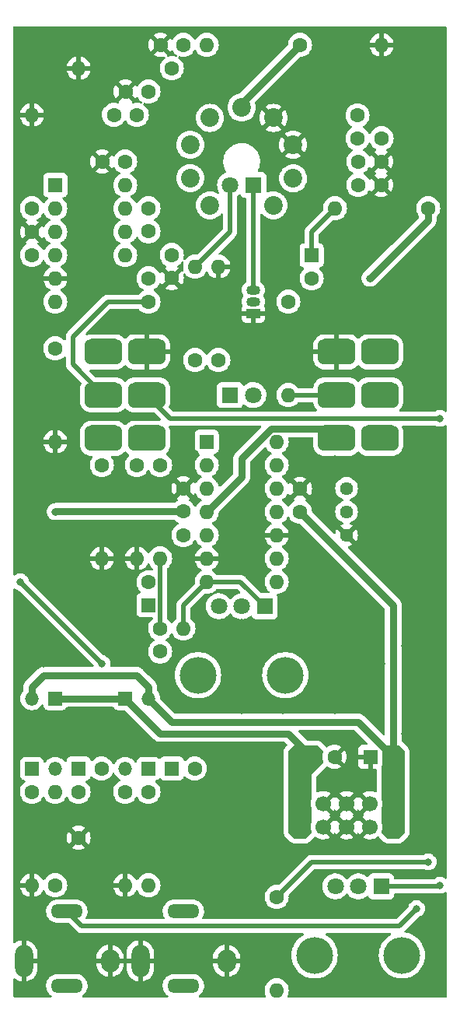
<source format=gbr>
%TF.GenerationSoftware,KiCad,Pcbnew,(6.0.5)*%
%TF.CreationDate,2023-01-21T13:22:40-05:00*%
%TF.ProjectId,valve_distortion,76616c76-655f-4646-9973-746f7274696f,rev?*%
%TF.SameCoordinates,Original*%
%TF.FileFunction,Copper,L2,Bot*%
%TF.FilePolarity,Positive*%
%FSLAX46Y46*%
G04 Gerber Fmt 4.6, Leading zero omitted, Abs format (unit mm)*
G04 Created by KiCad (PCBNEW (6.0.5)) date 2023-01-21 13:22:40*
%MOMM*%
%LPD*%
G01*
G04 APERTURE LIST*
G04 Aperture macros list*
%AMRoundRect*
0 Rectangle with rounded corners*
0 $1 Rounding radius*
0 $2 $3 $4 $5 $6 $7 $8 $9 X,Y pos of 4 corners*
0 Add a 4 corners polygon primitive as box body*
4,1,4,$2,$3,$4,$5,$6,$7,$8,$9,$2,$3,0*
0 Add four circle primitives for the rounded corners*
1,1,$1+$1,$2,$3*
1,1,$1+$1,$4,$5*
1,1,$1+$1,$6,$7*
1,1,$1+$1,$8,$9*
0 Add four rect primitives between the rounded corners*
20,1,$1+$1,$2,$3,$4,$5,0*
20,1,$1+$1,$4,$5,$6,$7,0*
20,1,$1+$1,$6,$7,$8,$9,0*
20,1,$1+$1,$8,$9,$2,$3,0*%
G04 Aperture macros list end*
%TA.AperFunction,ComponentPad*%
%ADD10C,1.600000*%
%TD*%
%TA.AperFunction,ComponentPad*%
%ADD11C,1.700000*%
%TD*%
%TA.AperFunction,ComponentPad*%
%ADD12RoundRect,0.250000X0.600000X-0.600000X0.600000X0.600000X-0.600000X0.600000X-0.600000X-0.600000X0*%
%TD*%
%TA.AperFunction,ComponentPad*%
%ADD13O,1.600000X1.600000*%
%TD*%
%TA.AperFunction,ComponentPad*%
%ADD14C,1.440000*%
%TD*%
%TA.AperFunction,ComponentPad*%
%ADD15RoundRect,0.698500X-1.333500X-0.698500X1.333500X-0.698500X1.333500X0.698500X-1.333500X0.698500X0*%
%TD*%
%TA.AperFunction,ComponentPad*%
%ADD16R,1.600000X1.600000*%
%TD*%
%TA.AperFunction,ComponentPad*%
%ADD17C,1.800000*%
%TD*%
%TA.AperFunction,ComponentPad*%
%ADD18R,1.800000X1.800000*%
%TD*%
%TA.AperFunction,ComponentPad*%
%ADD19O,4.000000X4.000000*%
%TD*%
%TA.AperFunction,ComponentPad*%
%ADD20R,1.500000X1.500000*%
%TD*%
%TA.AperFunction,ComponentPad*%
%ADD21O,1.500000X1.500000*%
%TD*%
%TA.AperFunction,ComponentPad*%
%ADD22R,1.500000X1.050000*%
%TD*%
%TA.AperFunction,ComponentPad*%
%ADD23O,1.500000X1.050000*%
%TD*%
%TA.AperFunction,ComponentPad*%
%ADD24O,3.500000X1.500000*%
%TD*%
%TA.AperFunction,ComponentPad*%
%ADD25O,2.000000X2.500000*%
%TD*%
%TA.AperFunction,ComponentPad*%
%ADD26O,2.000000X3.500000*%
%TD*%
%TA.AperFunction,ComponentPad*%
%ADD27C,2.030000*%
%TD*%
%TA.AperFunction,ViaPad*%
%ADD28C,0.800000*%
%TD*%
%TA.AperFunction,Conductor*%
%ADD29C,0.500000*%
%TD*%
%TA.AperFunction,Conductor*%
%ADD30C,0.800000*%
%TD*%
G04 APERTURE END LIST*
D10*
%TO.P,C13,1*%
%TO.N,/VOL_OUT*%
X169690000Y-117380000D03*
%TO.P,C13,2*%
%TO.N,/VOL_INV_IN*%
X169690000Y-114880000D03*
%TD*%
%TO.P,C11,1*%
%TO.N,/DIST_OUT*%
X168430000Y-69160000D03*
%TO.P,C11,2*%
%TO.N,/DIST_BUF_FB*%
X168430000Y-71660000D03*
%TD*%
%TO.P,C9,1*%
%TO.N,/A2*%
X191280000Y-66620000D03*
%TO.P,C9,2*%
%TO.N,GND*%
X193780000Y-66620000D03*
%TD*%
%TO.P,C8,1*%
%TO.N,/G2*%
X191280000Y-64080000D03*
%TO.P,C8,2*%
%TO.N,GND*%
X193780000Y-64080000D03*
%TD*%
%TO.P,C7,1*%
%TO.N,/G2*%
X191200000Y-61540000D03*
%TO.P,C7,2*%
%TO.N,/A1*%
X191200000Y-59040000D03*
%TD*%
%TO.P,C6,1*%
%TO.N,/K1*%
X170960000Y-74240000D03*
%TO.P,C6,2*%
%TO.N,GND*%
X170960000Y-76740000D03*
%TD*%
%TO.P,C5,1*%
%TO.N,/A1*%
X172230000Y-51380000D03*
%TO.P,C5,2*%
%TO.N,GND*%
X169730000Y-51380000D03*
%TD*%
%TO.P,C4,1*%
%TO.N,/G1*%
X168420000Y-56460000D03*
%TO.P,C4,2*%
%TO.N,GND*%
X165920000Y-56460000D03*
%TD*%
%TO.P,C3,1*%
%TO.N,/G1*%
X167150000Y-59000000D03*
%TO.P,C3,2*%
%TO.N,/DIST_IN*%
X164650000Y-59000000D03*
%TD*%
D11*
%TO.P,J3,10,Pin_10*%
%TO.N,+12V*%
X184930000Y-133930000D03*
%TO.P,J3,9,Pin_9*%
X184930000Y-136470000D03*
%TO.P,J3,8,Pin_8*%
%TO.N,GND*%
X187470000Y-133930000D03*
%TO.P,J3,7,Pin_7*%
X187470000Y-136470000D03*
%TO.P,J3,6,Pin_6*%
X190010000Y-133930000D03*
%TO.P,J3,5,Pin_5*%
X190010000Y-136470000D03*
%TO.P,J3,4,Pin_4*%
X192550000Y-133930000D03*
%TO.P,J3,3,Pin_3*%
X192550000Y-136470000D03*
%TO.P,J3,2,Pin_2*%
%TO.N,-12V*%
X195090000Y-133930000D03*
D12*
%TO.P,J3,1,Pin_1*%
X195090000Y-136470000D03*
%TD*%
D10*
%TO.P,R15,1*%
%TO.N,/VOL_INV_IN*%
X172230000Y-104720000D03*
D13*
%TO.P,R15,2*%
%TO.N,/VOL_OUT*%
X172230000Y-114880000D03*
%TD*%
D14*
%TO.P,RV3,1,1*%
%TO.N,GND*%
X190010000Y-104720000D03*
%TO.P,RV3,2,2*%
%TO.N,/LED_REF*%
X190010000Y-102180000D03*
%TO.P,RV3,3,3*%
%TO.N,+12V*%
X190010000Y-99640000D03*
%TD*%
D15*
%TO.P,SW2,1,A*%
%TO.N,GND*%
X188930500Y-84781000D03*
%TO.P,SW2,2,B*%
%TO.N,/ENABLE*%
X188930500Y-89480000D03*
%TO.P,SW2,3,C*%
%TO.N,+12V*%
X188930500Y-94179000D03*
%TO.P,SW2,4,A*%
%TO.N,/INPUT*%
X193629500Y-84781000D03*
%TO.P,SW2,5,B*%
%TO.N,/OUTPUT*%
X193629500Y-89480000D03*
%TO.P,SW2,6,C*%
%TO.N,/OUT_SW*%
X193629500Y-94179000D03*
%TD*%
%TO.P,SW1,1,A*%
%TO.N,/BOOST_LOW*%
X163530500Y-84781000D03*
%TO.P,SW1,2,B*%
%TO.N,/DIST_BUF_FB*%
X163530500Y-89480000D03*
%TO.P,SW1,3,C*%
%TO.N,/BOOST_HIGH*%
X163530500Y-94179000D03*
%TO.P,SW1,4,A*%
%TO.N,GND*%
X168229500Y-84781000D03*
%TO.P,SW1,5,B*%
%TO.N,/K1_VOLTAGE*%
X168229500Y-89480000D03*
%TO.P,SW1,6,C*%
%TO.N,-12V*%
X168229500Y-94179000D03*
%TD*%
D16*
%TO.P,U1,1*%
%TO.N,/DIST_IN*%
X158270000Y-66630000D03*
D13*
%TO.P,U1,2,-*%
X158270000Y-69170000D03*
%TO.P,U1,3,+*%
%TO.N,/IN_BUF_IN*%
X158270000Y-71710000D03*
%TO.P,U1,4,V-*%
%TO.N,-12V*%
X158270000Y-74250000D03*
%TO.P,U1,5,+*%
%TO.N,/DIST_BUF_IN*%
X165890000Y-74250000D03*
%TO.P,U1,6,-*%
%TO.N,/DIST_BUF_FB*%
X165890000Y-71710000D03*
%TO.P,U1,7*%
%TO.N,/DIST_OUT*%
X165890000Y-69170000D03*
%TO.P,U1,8,V+*%
%TO.N,+12V*%
X165890000Y-66630000D03*
%TD*%
D17*
%TO.P,RV2,3,3*%
%TO.N,/DIST_OUT*%
X176080000Y-112460000D03*
%TO.P,RV2,2,2*%
%TO.N,/VOL_IN*%
X178580000Y-112460000D03*
D18*
%TO.P,RV2,1,1*%
%TO.N,/VOL_OUT*%
X181080000Y-112460000D03*
D19*
%TO.P,RV2,*%
%TO.N,*%
X173830000Y-119960000D03*
X183330000Y-119960000D03*
%TD*%
D10*
%TO.P,R16,1*%
%TO.N,/OUT_FILTER*%
X165880000Y-132660000D03*
D13*
%TO.P,R16,2*%
%TO.N,GND*%
X165880000Y-142820000D03*
%TD*%
D10*
%TO.P,R3,1*%
%TO.N,/IN_BUF_IN*%
X155720000Y-69160000D03*
D13*
%TO.P,R3,2*%
%TO.N,GND*%
X155720000Y-59000000D03*
%TD*%
D18*
%TO.P,D6,1,K*%
%TO.N,/LED_EN_K*%
X177310000Y-89480000D03*
D17*
%TO.P,D6,2,A*%
%TO.N,/ENABLE*%
X179850000Y-89480000D03*
%TD*%
D16*
%TO.P,U3,1*%
%TO.N,/VOL_BUF_OUT*%
X174770000Y-94560000D03*
D13*
%TO.P,U3,2,-*%
X174770000Y-97100000D03*
%TO.P,U3,3,+*%
%TO.N,/VOL_BUF_IN*%
X174770000Y-99640000D03*
%TO.P,U3,4,V+*%
%TO.N,+12V*%
X174770000Y-102180000D03*
%TO.P,U3,5,+*%
%TO.N,/VOL_INV_IN*%
X174770000Y-104720000D03*
%TO.P,U3,6,-*%
%TO.N,GND*%
X174770000Y-107260000D03*
%TO.P,U3,7*%
%TO.N,/VOL_OUT*%
X174770000Y-109800000D03*
%TO.P,U3,8*%
%TO.N,/U2D_FB*%
X182390000Y-109800000D03*
%TO.P,U3,9,-*%
X182390000Y-107260000D03*
%TO.P,U3,10,+*%
%TO.N,GND*%
X182390000Y-104720000D03*
%TO.P,U3,11,V-*%
%TO.N,-12V*%
X182390000Y-102180000D03*
%TO.P,U3,12,+*%
%TO.N,/DIST_OUT*%
X182390000Y-99640000D03*
%TO.P,U3,13,-*%
%TO.N,/LED_REF*%
X182390000Y-97100000D03*
%TO.P,U3,14*%
%TO.N,/SIG_COMP_OUT*%
X182390000Y-94560000D03*
%TD*%
D20*
%TO.P,D4,1,K*%
%TO.N,+12V*%
X165880000Y-122500000D03*
D21*
%TO.P,D4,2,A*%
%TO.N,/OUT_FILTER*%
X165880000Y-130120000D03*
%TD*%
D10*
%TO.P,C20,1*%
%TO.N,+12V*%
X172230000Y-102140000D03*
%TO.P,C20,2*%
%TO.N,GND*%
X172230000Y-99640000D03*
%TD*%
%TO.P,R9,1*%
%TO.N,/DIST_BUF_IN*%
X168430000Y-76780000D03*
D13*
%TO.P,R9,2*%
%TO.N,GND*%
X158270000Y-76780000D03*
%TD*%
D10*
%TO.P,R8,1*%
%TO.N,+12V*%
X198900000Y-69160000D03*
D13*
%TO.P,R8,2*%
%TO.N,/A2*%
X188740000Y-69160000D03*
%TD*%
D10*
%TO.P,R1,1*%
%TO.N,/INPUT*%
X158260000Y-142820000D03*
D13*
%TO.P,R1,2*%
%TO.N,/IN_FILTER*%
X158260000Y-132660000D03*
%TD*%
D10*
%TO.P,C1,1*%
%TO.N,/IN_FILTER*%
X160800000Y-132660000D03*
%TO.P,C1,2*%
%TO.N,GND*%
X160800000Y-137660000D03*
%TD*%
%TO.P,R19,1*%
%TO.N,/Q1_B*%
X183660000Y-79320000D03*
D13*
%TO.P,R19,2*%
%TO.N,/ENABLE*%
X183660000Y-89480000D03*
%TD*%
D20*
%TO.P,D2,1,K*%
%TO.N,+12V*%
X158260000Y-122495000D03*
D21*
%TO.P,D2,2,A*%
%TO.N,/IN_FILTER*%
X158260000Y-130115000D03*
%TD*%
D10*
%TO.P,R20,1*%
%TO.N,/LED_EN_K*%
X176040000Y-85670000D03*
D13*
%TO.P,R20,2*%
%TO.N,GND*%
X176040000Y-75510000D03*
%TD*%
D16*
%TO.P,C16,1*%
%TO.N,+12V*%
X186200000Y-128850000D03*
D10*
%TO.P,C16,2*%
%TO.N,GND*%
X188700000Y-128850000D03*
%TD*%
%TO.P,R13,1*%
%TO.N,/VOL_BUF_IN*%
X167150000Y-97100000D03*
D13*
%TO.P,R13,2*%
%TO.N,GND*%
X167150000Y-107260000D03*
%TD*%
D22*
%TO.P,Q1,1,E*%
%TO.N,GND*%
X179850000Y-80590000D03*
D23*
%TO.P,Q1,2,B*%
%TO.N,/Q1_B*%
X179850000Y-79320000D03*
%TO.P,Q1,3,C*%
%TO.N,/SIG_LED_K*%
X179850000Y-78050000D03*
%TD*%
D10*
%TO.P,R17,1*%
%TO.N,/OUT_FILTER*%
X168420000Y-132660000D03*
D13*
%TO.P,R17,2*%
%TO.N,/OUT_SW*%
X168420000Y-142820000D03*
%TD*%
D16*
%TO.P,C10,1*%
%TO.N,/A2*%
X186200000Y-74280000D03*
D10*
%TO.P,C10,2*%
%TO.N,/DIST_BUF_IN*%
X186200000Y-76780000D03*
%TD*%
%TO.P,R5,1*%
%TO.N,/K1*%
X182390000Y-144090000D03*
D13*
%TO.P,R5,2*%
%TO.N,/GAIN*%
X182390000Y-154250000D03*
%TD*%
D10*
%TO.P,C17,1*%
%TO.N,GND*%
X155730000Y-71740000D03*
%TO.P,C17,2*%
%TO.N,-12V*%
X155730000Y-74240000D03*
%TD*%
D24*
%TO.P,J1,TN*%
%TO.N,unconnected-(J1-PadTN)*%
X159530000Y-153740000D03*
%TO.P,J1,T*%
%TO.N,/INPUT*%
X159530000Y-145640000D03*
D25*
%TO.P,J1,S*%
%TO.N,GND*%
X164230000Y-151040000D03*
D26*
X154830000Y-151040000D03*
%TD*%
D10*
%TO.P,R6,1*%
%TO.N,+12V*%
X184930000Y-51380000D03*
D13*
%TO.P,R6,2*%
%TO.N,/A1*%
X174770000Y-51380000D03*
%TD*%
D19*
%TO.P,RV1,*%
%TO.N,*%
X196030000Y-150440000D03*
X186530000Y-150440000D03*
D18*
%TO.P,RV1,1,1*%
%TO.N,/K1_VOLTAGE*%
X193780000Y-142940000D03*
D17*
%TO.P,RV1,2,2*%
X191280000Y-142940000D03*
%TO.P,RV1,3,3*%
%TO.N,/GAIN*%
X188780000Y-142940000D03*
%TD*%
D10*
%TO.P,R11,1*%
%TO.N,/BOOST_HIGH*%
X163340000Y-97100000D03*
D13*
%TO.P,R11,2*%
%TO.N,GND*%
X163340000Y-107260000D03*
%TD*%
D10*
%TO.P,C19,1*%
%TO.N,GND*%
X184930000Y-99680000D03*
%TO.P,C19,2*%
%TO.N,-12V*%
X184930000Y-102180000D03*
%TD*%
D24*
%TO.P,J2,TN*%
%TO.N,unconnected-(J2-PadTN)*%
X172230000Y-153740000D03*
%TO.P,J2,T*%
%TO.N,/OUTPUT*%
X172230000Y-145640000D03*
D26*
%TO.P,J2,S*%
%TO.N,GND*%
X167530000Y-151040000D03*
D25*
X176930000Y-151040000D03*
%TD*%
D10*
%TO.P,R2,1*%
%TO.N,/IN_FILTER*%
X155720000Y-132660000D03*
D13*
%TO.P,R2,2*%
%TO.N,GND*%
X155720000Y-142820000D03*
%TD*%
D16*
%TO.P,C12,1*%
%TO.N,/VOL_IN*%
X168420000Y-112340000D03*
D10*
%TO.P,C12,2*%
%TO.N,/VOL_BUF_IN*%
X168420000Y-109840000D03*
%TD*%
D16*
%TO.P,C15,1*%
%TO.N,GND*%
X192590000Y-128850000D03*
D10*
%TO.P,C15,2*%
%TO.N,-12V*%
X195090000Y-128850000D03*
%TD*%
%TO.P,R18,1*%
%TO.N,/SIG_COMP_OUT*%
X173500000Y-85670000D03*
D13*
%TO.P,R18,2*%
%TO.N,/SIG_LED_A*%
X173500000Y-75510000D03*
%TD*%
D20*
%TO.P,D1,1,K*%
%TO.N,/IN_FILTER*%
X155720000Y-130120000D03*
D21*
%TO.P,D1,2,A*%
%TO.N,-12V*%
X155720000Y-122500000D03*
%TD*%
D13*
%TO.P,R4,2*%
%TO.N,GND*%
X160800000Y-53920000D03*
D10*
%TO.P,R4,1*%
%TO.N,/G1*%
X170960000Y-53920000D03*
%TD*%
%TO.P,R12,1*%
%TO.N,/DIST_BUF_FB*%
X168430000Y-79320000D03*
D13*
%TO.P,R12,2*%
%TO.N,/DIST_OUT*%
X158270000Y-79320000D03*
%TD*%
D10*
%TO.P,C18,1*%
%TO.N,+12V*%
X165880000Y-64080000D03*
%TO.P,C18,2*%
%TO.N,GND*%
X163380000Y-64080000D03*
%TD*%
D16*
%TO.P,C14,1*%
%TO.N,/OUT_FILTER*%
X170960000Y-130120000D03*
D10*
%TO.P,C14,2*%
%TO.N,/VOL_OUT*%
X173460000Y-130120000D03*
%TD*%
D16*
%TO.P,C2,1*%
%TO.N,/IN_FILTER*%
X160800000Y-130120000D03*
D10*
%TO.P,C2,2*%
%TO.N,/IN_BUF_IN*%
X163300000Y-130120000D03*
%TD*%
%TO.P,R10,1*%
%TO.N,/BOOST_LOW*%
X158260000Y-84400000D03*
D13*
%TO.P,R10,2*%
%TO.N,GND*%
X158260000Y-94560000D03*
%TD*%
D10*
%TO.P,R14,1*%
%TO.N,/VOL_BUF_OUT*%
X169690000Y-97100000D03*
D13*
%TO.P,R14,2*%
%TO.N,/VOL_INV_IN*%
X169690000Y-107260000D03*
%TD*%
D10*
%TO.P,R7,1*%
%TO.N,/G2*%
X193820000Y-61540000D03*
D13*
%TO.P,R7,2*%
%TO.N,GND*%
X193820000Y-51380000D03*
%TD*%
D20*
%TO.P,D3,1,K*%
%TO.N,/OUT_FILTER*%
X168420000Y-130120000D03*
D21*
%TO.P,D3,2,A*%
%TO.N,-12V*%
X168420000Y-122500000D03*
%TD*%
D27*
%TO.P,U2,1,A*%
%TO.N,/A2*%
X182030000Y-68830000D03*
%TO.P,U2,2,G*%
%TO.N,/G2*%
X184180000Y-65900000D03*
%TO.P,U2,3,K*%
%TO.N,GND*%
X184180000Y-62250000D03*
%TO.P,U2,4,F1*%
X182030000Y-59320000D03*
%TO.P,U2,5,F1*%
%TO.N,+12V*%
X178580000Y-58180000D03*
%TO.P,U2,6,A*%
%TO.N,/A1*%
X175120000Y-59320000D03*
%TO.P,U2,7,G*%
%TO.N,/G1*%
X172970000Y-62250000D03*
%TO.P,U2,8,K*%
%TO.N,/K1*%
X172970000Y-65860000D03*
%TO.P,U2,9,F2*%
%TO.N,unconnected-(U2-Pad9)*%
X175120000Y-68830000D03*
%TD*%
D18*
%TO.P,D5,1,K*%
%TO.N,/SIG_LED_K*%
X179850000Y-66620000D03*
D17*
%TO.P,D5,2,A*%
%TO.N,/SIG_LED_A*%
X177310000Y-66620000D03*
%TD*%
D28*
%TO.N,GND*%
X170960000Y-111070000D03*
X173500000Y-108530000D03*
X174135000Y-112340000D03*
X173500000Y-105990000D03*
X163340000Y-116785000D03*
X160165000Y-112975000D03*
X167150000Y-104085000D03*
X159530000Y-103450000D03*
X156990000Y-100910000D03*
X157625000Y-98370000D03*
X191280000Y-86940000D03*
X186835000Y-86940000D03*
X180485000Y-85670000D03*
X177945000Y-84400000D03*
X173500000Y-83130000D03*
X170325000Y-79955000D03*
X177945000Y-79320000D03*
X181120000Y-75510000D03*
X174770000Y-76780000D03*
X174135000Y-72970000D03*
X177945000Y-72970000D03*
X184295000Y-74875000D03*
X189375000Y-72970000D03*
X188740000Y-78050000D03*
X184930000Y-81860000D03*
X193820000Y-80590000D03*
X190010000Y-81860000D03*
X197630000Y-81860000D03*
X193820000Y-78050000D03*
X196360000Y-75510000D03*
X200170000Y-53920000D03*
X200170000Y-59000000D03*
X200170000Y-66620000D03*
X200170000Y-74240000D03*
X154450000Y-146630000D03*
X154450000Y-141550000D03*
X184930000Y-154250000D03*
X195090000Y-154250000D03*
X200170000Y-149170000D03*
X200170000Y-154250000D03*
X179850000Y-50110000D03*
X176040000Y-50110000D03*
X170960000Y-50110000D03*
X165880000Y-50110000D03*
X162070000Y-50110000D03*
X158260000Y-50110000D03*
X183660000Y-50110000D03*
X188740000Y-50110000D03*
X192550000Y-50110000D03*
X196360000Y-50110000D03*
X200170000Y-50110000D03*
X154450000Y-50110000D03*
X160800000Y-60905000D03*
X156355000Y-67255000D03*
X158895000Y-62810000D03*
X167785000Y-62175000D03*
X164610000Y-60905000D03*
X169055000Y-59000000D03*
X170960000Y-62175000D03*
X172865000Y-58365000D03*
X173500000Y-53285000D03*
X170325000Y-56460000D03*
X168420000Y-53920000D03*
X181120000Y-52650000D03*
X177945000Y-52650000D03*
X176675000Y-57095000D03*
X176040000Y-54555000D03*
X191280000Y-55190000D03*
X186835000Y-52650000D03*
X188740000Y-59000000D03*
X183025000Y-55190000D03*
X185565000Y-55190000D03*
X187470000Y-62810000D03*
X185565000Y-67890000D03*
X189375000Y-65985000D03*
X178580000Y-61540000D03*
X176040000Y-64715000D03*
X176040000Y-70430000D03*
X172230000Y-70430000D03*
X170325000Y-65985000D03*
X167150000Y-72970000D03*
X160800000Y-79828000D03*
X163340000Y-73732000D03*
X160292000Y-71700000D03*
X160800000Y-68652000D03*
X160292000Y-65604000D03*
X164356000Y-68144000D03*
X159784000Y-75764000D03*
X160292000Y-90496000D03*
X158768000Y-81352000D03*
X162832000Y-82368000D03*
X168420000Y-82368000D03*
X170452000Y-86940000D03*
X165880000Y-86940000D03*
X168166000Y-91766000D03*
X171595000Y-90750000D03*
X173500000Y-95830000D03*
X171595000Y-93290000D03*
X176675000Y-97735000D03*
X176675000Y-95830000D03*
X179215000Y-100910000D03*
X176040000Y-103450000D03*
X181120000Y-95830000D03*
X187470000Y-102180000D03*
X179850000Y-106625000D03*
X186835000Y-108530000D03*
X186200000Y-115515000D03*
X177945000Y-118055000D03*
X188105000Y-111705000D03*
X178580000Y-114245000D03*
X174135000Y-115515000D03*
X187470000Y-118690000D03*
X174135000Y-123135000D03*
X170960000Y-119325000D03*
X168420000Y-118690000D03*
X165245000Y-118055000D03*
X160800000Y-118055000D03*
X154450000Y-119325000D03*
X154450000Y-111705000D03*
X154450000Y-127580000D03*
X161435000Y-127580000D03*
X179850000Y-142820000D03*
X181120000Y-135200000D03*
X177945000Y-139010000D03*
X170960000Y-139645000D03*
X167150000Y-139010000D03*
X170960000Y-135835000D03*
X174770000Y-132025000D03*
X169055000Y-145995000D03*
X162705000Y-145995000D03*
X181120000Y-148535000D03*
X180485000Y-152980000D03*
X175405000Y-154250000D03*
X169055000Y-154250000D03*
X162705000Y-154250000D03*
X156355000Y-154250000D03*
X154450000Y-135200000D03*
X163340000Y-132025000D03*
X174770000Y-127580000D03*
X179215000Y-127580000D03*
X190645000Y-126310000D03*
X186200000Y-126310000D03*
X182390000Y-130120000D03*
X196360000Y-139010000D03*
X177310000Y-106625000D03*
X177310000Y-108530000D03*
X180485000Y-109800000D03*
X181120000Y-103450000D03*
X178580000Y-87575000D03*
X181755000Y-88210000D03*
X181755000Y-90750000D03*
X188740000Y-96465000D03*
X188105000Y-99005000D03*
X184295000Y-94560000D03*
X200170000Y-80590000D03*
X197630000Y-86940000D03*
X200170000Y-90115000D03*
X195090000Y-97100000D03*
X195090000Y-109800000D03*
X156990000Y-90750000D03*
X156990000Y-110435000D03*
X156990000Y-114245000D03*
X156990000Y-118690000D03*
X188105000Y-145995000D03*
X195725000Y-144725000D03*
X199535000Y-144090000D03*
X198900000Y-141550000D03*
X195725000Y-141550000D03*
X186835000Y-141550000D03*
X183660000Y-145995000D03*
X175405000Y-145995000D03*
X173500000Y-143455000D03*
X173500000Y-139010000D03*
X193820000Y-118690000D03*
X188740000Y-123770000D03*
X193185000Y-125040000D03*
X196360000Y-126310000D03*
X196360000Y-116785000D03*
X178580000Y-123770000D03*
X183025000Y-123770000D03*
X183660000Y-111705000D03*
X184295000Y-104085000D03*
X191915000Y-111705000D03*
X191915000Y-114245000D03*
X191915000Y-106625000D03*
X191915000Y-97100000D03*
%TO.N,/IN_BUF_IN*%
X154450000Y-109800000D03*
X163340000Y-118690000D03*
%TO.N,+12V*%
X158260000Y-102180000D03*
X192550000Y-76780000D03*
%TO.N,/K1*%
X198900000Y-140280000D03*
%TO.N,/INPUT*%
X197630000Y-145360000D03*
%TO.N,/K1_VOLTAGE*%
X200170000Y-142820000D03*
X200170000Y-92020000D03*
%TD*%
D29*
%TO.N,/VOL_INV_IN*%
X169690000Y-107260000D02*
X169690000Y-114880000D01*
D30*
%TO.N,-12V*%
X195090000Y-112340000D02*
X195090000Y-128850000D01*
X184930000Y-102180000D02*
X195090000Y-112340000D01*
X156990000Y-119960000D02*
X155720000Y-121230000D01*
X167150000Y-119960000D02*
X156990000Y-119960000D01*
X168420000Y-121230000D02*
X167150000Y-119960000D01*
X155720000Y-121230000D02*
X155720000Y-122500000D01*
X168420000Y-122500000D02*
X168420000Y-121230000D01*
X191280000Y-125040000D02*
X195090000Y-128850000D01*
X170960000Y-125040000D02*
X191280000Y-125040000D01*
X168420000Y-122500000D02*
X170960000Y-125040000D01*
%TO.N,+12V*%
X178580000Y-98370000D02*
X174770000Y-102180000D01*
X178580000Y-96390791D02*
X178580000Y-98370000D01*
X187911989Y-93160489D02*
X181810302Y-93160489D01*
X188930500Y-94179000D02*
X187911989Y-93160489D01*
X181810302Y-93160489D02*
X178580000Y-96390791D01*
D29*
%TO.N,/IN_BUF_IN*%
X163340000Y-118690000D02*
X154450000Y-109800000D01*
D30*
%TO.N,+12V*%
X158300000Y-102140000D02*
X158260000Y-102180000D01*
X172230000Y-102140000D02*
X158300000Y-102140000D01*
D29*
%TO.N,/A2*%
X186200000Y-71700000D02*
X188740000Y-69160000D01*
X186200000Y-74280000D02*
X186200000Y-71700000D01*
D30*
%TO.N,+12V*%
X183660000Y-126310000D02*
X169690000Y-126310000D01*
X186200000Y-128850000D02*
X183660000Y-126310000D01*
X169690000Y-126310000D02*
X165880000Y-122500000D01*
X165875000Y-122495000D02*
X165880000Y-122500000D01*
X158260000Y-122495000D02*
X165875000Y-122495000D01*
X192550000Y-76780000D02*
X198900000Y-70430000D01*
X198900000Y-70430000D02*
X198900000Y-69160000D01*
D29*
%TO.N,/ENABLE*%
X183660000Y-89480000D02*
X188930500Y-89480000D01*
%TO.N,/DIST_BUF_FB*%
X160165000Y-83130000D02*
X160165000Y-86114500D01*
X163975000Y-79320000D02*
X160165000Y-83130000D01*
X168430000Y-79320000D02*
X163975000Y-79320000D01*
X160165000Y-86114500D02*
X163530500Y-89480000D01*
%TO.N,/K1*%
X186200000Y-140280000D02*
X182390000Y-144090000D01*
X198900000Y-140280000D02*
X186200000Y-140280000D01*
%TO.N,/INPUT*%
X161155000Y-147265000D02*
X159530000Y-145640000D01*
X195725000Y-147265000D02*
X161155000Y-147265000D01*
X197630000Y-145360000D02*
X195725000Y-147265000D01*
%TO.N,/K1_VOLTAGE*%
X200050000Y-142940000D02*
X200170000Y-142820000D01*
X193780000Y-142940000D02*
X200050000Y-142940000D01*
X170769500Y-92020000D02*
X200170000Y-92020000D01*
X168229500Y-89480000D02*
X170769500Y-92020000D01*
%TO.N,/VOL_OUT*%
X172230000Y-114880000D02*
X172230000Y-112340000D01*
X172230000Y-112340000D02*
X174770000Y-109800000D01*
X178420000Y-109800000D02*
X181080000Y-112460000D01*
X174770000Y-109800000D02*
X178420000Y-109800000D01*
%TO.N,/SIG_LED_A*%
X177310000Y-71700000D02*
X177310000Y-66620000D01*
X173500000Y-75510000D02*
X177310000Y-71700000D01*
D30*
%TO.N,+12V*%
X178580000Y-57730000D02*
X178580000Y-58180000D01*
X184930000Y-51380000D02*
X178580000Y-57730000D01*
D29*
%TO.N,/SIG_LED_K*%
X179850000Y-66620000D02*
X179850000Y-78050000D01*
%TD*%
%TA.AperFunction,Conductor*%
%TO.N,GND*%
G36*
X200867458Y-92727280D02*
G01*
X200916938Y-92778194D01*
X200931500Y-92836994D01*
X200931500Y-142003006D01*
X200911498Y-142071127D01*
X200857842Y-142117620D01*
X200787568Y-142127724D01*
X200731439Y-142104942D01*
X200632094Y-142032763D01*
X200632093Y-142032762D01*
X200626752Y-142028882D01*
X200620724Y-142026198D01*
X200620722Y-142026197D01*
X200458319Y-141953891D01*
X200458318Y-141953891D01*
X200452288Y-141951206D01*
X200351036Y-141929684D01*
X200271944Y-141912872D01*
X200271939Y-141912872D01*
X200265487Y-141911500D01*
X200074513Y-141911500D01*
X200068061Y-141912872D01*
X200068056Y-141912872D01*
X199988964Y-141929684D01*
X199887712Y-141951206D01*
X199881682Y-141953891D01*
X199881681Y-141953891D01*
X199719278Y-142026197D01*
X199719276Y-142026198D01*
X199713248Y-142028882D01*
X199707907Y-142032762D01*
X199707906Y-142032763D01*
X199646104Y-142077665D01*
X199558747Y-142141134D01*
X199554333Y-142146036D01*
X199550888Y-142149138D01*
X199486880Y-142179854D01*
X199466580Y-142181500D01*
X195314500Y-142181500D01*
X195246379Y-142161498D01*
X195199886Y-142107842D01*
X195188500Y-142055500D01*
X195188500Y-141991866D01*
X195181745Y-141929684D01*
X195130615Y-141793295D01*
X195043261Y-141676739D01*
X194926705Y-141589385D01*
X194790316Y-141538255D01*
X194728134Y-141531500D01*
X192831866Y-141531500D01*
X192769684Y-141538255D01*
X192633295Y-141589385D01*
X192516739Y-141676739D01*
X192429385Y-141793295D01*
X192426234Y-141801701D01*
X192426231Y-141801706D01*
X192414906Y-141831917D01*
X192372266Y-141888682D01*
X192305704Y-141913383D01*
X192236355Y-141898176D01*
X192218832Y-141886571D01*
X192214459Y-141883117D01*
X192149628Y-141831917D01*
X192066177Y-141766011D01*
X192066172Y-141766008D01*
X192062123Y-141762810D01*
X192057607Y-141760317D01*
X192057604Y-141760315D01*
X191863879Y-141653373D01*
X191863875Y-141653371D01*
X191859355Y-141650876D01*
X191854486Y-141649152D01*
X191854482Y-141649150D01*
X191645903Y-141575288D01*
X191645899Y-141575287D01*
X191641028Y-141573562D01*
X191635935Y-141572655D01*
X191635932Y-141572654D01*
X191418095Y-141533851D01*
X191418089Y-141533850D01*
X191413006Y-141532945D01*
X191340096Y-141532054D01*
X191186581Y-141530179D01*
X191186579Y-141530179D01*
X191181411Y-141530116D01*
X190952464Y-141565150D01*
X190732314Y-141637106D01*
X190727726Y-141639494D01*
X190727722Y-141639496D01*
X190531461Y-141741663D01*
X190526872Y-141744052D01*
X190522739Y-141747155D01*
X190522736Y-141747157D01*
X190345790Y-141880012D01*
X190341655Y-141883117D01*
X190181639Y-142050564D01*
X190134836Y-142119174D01*
X190079927Y-142164175D01*
X190009402Y-142172346D01*
X189945655Y-142141092D01*
X189924959Y-142116609D01*
X189902577Y-142082013D01*
X189902576Y-142082012D01*
X189899764Y-142077665D01*
X189879596Y-142055500D01*
X189803437Y-141971803D01*
X189743887Y-141906358D01*
X189739836Y-141903159D01*
X189739832Y-141903155D01*
X189566177Y-141766011D01*
X189566172Y-141766008D01*
X189562123Y-141762810D01*
X189557607Y-141760317D01*
X189557604Y-141760315D01*
X189363879Y-141653373D01*
X189363875Y-141653371D01*
X189359355Y-141650876D01*
X189354486Y-141649152D01*
X189354482Y-141649150D01*
X189145903Y-141575288D01*
X189145899Y-141575287D01*
X189141028Y-141573562D01*
X189135935Y-141572655D01*
X189135932Y-141572654D01*
X188918095Y-141533851D01*
X188918089Y-141533850D01*
X188913006Y-141532945D01*
X188840096Y-141532054D01*
X188686581Y-141530179D01*
X188686579Y-141530179D01*
X188681411Y-141530116D01*
X188452464Y-141565150D01*
X188232314Y-141637106D01*
X188227726Y-141639494D01*
X188227722Y-141639496D01*
X188031461Y-141741663D01*
X188026872Y-141744052D01*
X188022739Y-141747155D01*
X188022736Y-141747157D01*
X187845790Y-141880012D01*
X187841655Y-141883117D01*
X187681639Y-142050564D01*
X187678730Y-142054829D01*
X187678724Y-142054837D01*
X187636586Y-142116609D01*
X187551119Y-142241899D01*
X187453602Y-142451981D01*
X187391707Y-142675169D01*
X187367095Y-142905469D01*
X187367392Y-142910622D01*
X187367392Y-142910625D01*
X187380129Y-143131529D01*
X187380427Y-143136697D01*
X187381564Y-143141743D01*
X187381565Y-143141749D01*
X187409062Y-143263761D01*
X187431346Y-143362642D01*
X187433288Y-143367424D01*
X187433289Y-143367428D01*
X187501357Y-143535058D01*
X187518484Y-143577237D01*
X187639501Y-143774719D01*
X187791147Y-143949784D01*
X187969349Y-144097730D01*
X188169322Y-144214584D01*
X188385694Y-144297209D01*
X188390760Y-144298240D01*
X188390761Y-144298240D01*
X188443846Y-144309040D01*
X188612656Y-144343385D01*
X188742089Y-144348131D01*
X188838949Y-144351683D01*
X188838953Y-144351683D01*
X188844113Y-144351872D01*
X188849233Y-144351216D01*
X188849235Y-144351216D01*
X188923166Y-144341745D01*
X189073847Y-144322442D01*
X189078795Y-144320957D01*
X189078802Y-144320956D01*
X189290747Y-144257369D01*
X189295690Y-144255886D01*
X189376236Y-144216427D01*
X189499049Y-144156262D01*
X189499052Y-144156260D01*
X189503684Y-144153991D01*
X189692243Y-144019494D01*
X189856303Y-143856005D01*
X189880799Y-143821916D01*
X189925370Y-143759888D01*
X189981365Y-143716240D01*
X190052068Y-143709794D01*
X190115033Y-143742597D01*
X190135128Y-143767584D01*
X190136799Y-143770311D01*
X190136804Y-143770317D01*
X190139501Y-143774719D01*
X190291147Y-143949784D01*
X190469349Y-144097730D01*
X190669322Y-144214584D01*
X190885694Y-144297209D01*
X190890760Y-144298240D01*
X190890761Y-144298240D01*
X190943846Y-144309040D01*
X191112656Y-144343385D01*
X191242089Y-144348131D01*
X191338949Y-144351683D01*
X191338953Y-144351683D01*
X191344113Y-144351872D01*
X191349233Y-144351216D01*
X191349235Y-144351216D01*
X191423166Y-144341745D01*
X191573847Y-144322442D01*
X191578795Y-144320957D01*
X191578802Y-144320956D01*
X191790747Y-144257369D01*
X191795690Y-144255886D01*
X191876236Y-144216427D01*
X191999049Y-144156262D01*
X191999052Y-144156260D01*
X192003684Y-144153991D01*
X192192243Y-144019494D01*
X192195900Y-144015850D01*
X192208189Y-144003604D01*
X192270561Y-143969689D01*
X192341368Y-143974878D01*
X192398129Y-144017525D01*
X192415110Y-144048627D01*
X192429385Y-144086705D01*
X192516739Y-144203261D01*
X192633295Y-144290615D01*
X192769684Y-144341745D01*
X192831866Y-144348500D01*
X194728134Y-144348500D01*
X194790316Y-144341745D01*
X194926705Y-144290615D01*
X195043261Y-144203261D01*
X195130615Y-144086705D01*
X195181745Y-143950316D01*
X195188500Y-143888134D01*
X195188500Y-143824500D01*
X195208502Y-143756379D01*
X195262158Y-143709886D01*
X195314500Y-143698500D01*
X199920130Y-143698500D01*
X199946327Y-143701253D01*
X200068056Y-143727128D01*
X200068061Y-143727128D01*
X200074513Y-143728500D01*
X200265487Y-143728500D01*
X200271939Y-143727128D01*
X200271944Y-143727128D01*
X200358888Y-143708647D01*
X200452288Y-143688794D01*
X200499179Y-143667917D01*
X200620722Y-143613803D01*
X200620724Y-143613802D01*
X200626752Y-143611118D01*
X200667324Y-143581641D01*
X200731439Y-143535058D01*
X200798306Y-143511200D01*
X200867458Y-143527280D01*
X200916938Y-143578194D01*
X200931500Y-143636994D01*
X200931500Y-154885500D01*
X200911498Y-154953621D01*
X200857842Y-155000114D01*
X200805500Y-155011500D01*
X183676457Y-155011500D01*
X183608336Y-154991498D01*
X183561843Y-154937842D01*
X183551739Y-154867568D01*
X183562262Y-154832250D01*
X183562423Y-154831906D01*
X183624284Y-154699243D01*
X183683543Y-154478087D01*
X183703498Y-154250000D01*
X183683543Y-154021913D01*
X183624284Y-153800757D01*
X183621961Y-153795775D01*
X183529849Y-153598238D01*
X183529846Y-153598233D01*
X183527523Y-153593251D01*
X183396198Y-153405700D01*
X183234300Y-153243802D01*
X183229792Y-153240645D01*
X183229789Y-153240643D01*
X183102966Y-153151841D01*
X183046749Y-153112477D01*
X183041767Y-153110154D01*
X183041762Y-153110151D01*
X182844225Y-153018039D01*
X182844224Y-153018039D01*
X182839243Y-153015716D01*
X182833935Y-153014294D01*
X182833933Y-153014293D01*
X182623402Y-152957881D01*
X182623400Y-152957881D01*
X182618087Y-152956457D01*
X182390000Y-152936502D01*
X182161913Y-152956457D01*
X182156600Y-152957881D01*
X182156598Y-152957881D01*
X181946067Y-153014293D01*
X181946065Y-153014294D01*
X181940757Y-153015716D01*
X181935776Y-153018039D01*
X181935775Y-153018039D01*
X181738238Y-153110151D01*
X181738233Y-153110154D01*
X181733251Y-153112477D01*
X181677034Y-153151841D01*
X181550211Y-153240643D01*
X181550208Y-153240645D01*
X181545700Y-153243802D01*
X181383802Y-153405700D01*
X181252477Y-153593251D01*
X181250154Y-153598233D01*
X181250151Y-153598238D01*
X181158039Y-153795775D01*
X181155716Y-153800757D01*
X181096457Y-154021913D01*
X181076502Y-154250000D01*
X181096457Y-154478087D01*
X181155716Y-154699243D01*
X181217578Y-154831906D01*
X181217738Y-154832250D01*
X181228399Y-154902442D01*
X181199419Y-154967255D01*
X181139999Y-155006111D01*
X181103543Y-155011500D01*
X174008596Y-155011500D01*
X173940475Y-154991498D01*
X173893982Y-154937842D01*
X173883878Y-154867568D01*
X173913372Y-154802988D01*
X173935070Y-154783177D01*
X174051095Y-154699805D01*
X174055654Y-154696529D01*
X174211992Y-154535201D01*
X174337290Y-154348738D01*
X174427588Y-154143033D01*
X174456667Y-154021913D01*
X174478722Y-153930046D01*
X174478722Y-153930045D01*
X174480032Y-153924589D01*
X174484879Y-153840525D01*
X174492640Y-153705917D01*
X174492640Y-153705914D01*
X174492963Y-153700310D01*
X174465975Y-153477285D01*
X174399918Y-153262565D01*
X174392246Y-153247699D01*
X174299454Y-153067919D01*
X174299454Y-153067918D01*
X174296882Y-153062936D01*
X174160123Y-152884708D01*
X173993964Y-152733515D01*
X173989217Y-152730537D01*
X173989214Y-152730535D01*
X173808405Y-152617115D01*
X173803656Y-152614136D01*
X173595217Y-152530344D01*
X173375233Y-152484787D01*
X173370622Y-152484521D01*
X173370621Y-152484521D01*
X173320048Y-152481605D01*
X173320044Y-152481605D01*
X173318225Y-152481500D01*
X171173001Y-152481500D01*
X171170214Y-152481749D01*
X171170208Y-152481749D01*
X171119609Y-152486265D01*
X171006238Y-152496383D01*
X171000824Y-152497864D01*
X171000819Y-152497865D01*
X170886609Y-152529110D01*
X170789549Y-152555663D01*
X170784491Y-152558075D01*
X170784487Y-152558077D01*
X170688166Y-152604020D01*
X170586782Y-152652378D01*
X170404346Y-152783471D01*
X170400439Y-152787503D01*
X170316133Y-152874500D01*
X170248008Y-152944799D01*
X170122710Y-153131262D01*
X170032412Y-153336967D01*
X170031103Y-153342418D01*
X170031102Y-153342422D01*
X170000012Y-153471923D01*
X169979968Y-153555411D01*
X169967037Y-153779690D01*
X169994025Y-154002715D01*
X170060082Y-154217435D01*
X170062652Y-154222415D01*
X170062654Y-154222419D01*
X170127852Y-154348738D01*
X170163118Y-154417064D01*
X170299877Y-154595292D01*
X170466036Y-154746485D01*
X170470784Y-154749463D01*
X170470794Y-154749471D01*
X170517490Y-154778763D01*
X170564568Y-154831906D01*
X170575440Y-154902065D01*
X170546656Y-154966965D01*
X170487354Y-155006000D01*
X170450534Y-155011500D01*
X161308596Y-155011500D01*
X161240475Y-154991498D01*
X161193982Y-154937842D01*
X161183878Y-154867568D01*
X161213372Y-154802988D01*
X161235070Y-154783177D01*
X161351095Y-154699805D01*
X161355654Y-154696529D01*
X161511992Y-154535201D01*
X161637290Y-154348738D01*
X161727588Y-154143033D01*
X161756667Y-154021913D01*
X161778722Y-153930046D01*
X161778722Y-153930045D01*
X161780032Y-153924589D01*
X161784879Y-153840525D01*
X161792640Y-153705917D01*
X161792640Y-153705914D01*
X161792963Y-153700310D01*
X161765975Y-153477285D01*
X161699918Y-153262565D01*
X161692246Y-153247699D01*
X161599454Y-153067919D01*
X161599454Y-153067918D01*
X161596882Y-153062936D01*
X161460123Y-152884708D01*
X161293964Y-152733515D01*
X161289217Y-152730537D01*
X161289214Y-152730535D01*
X161108405Y-152617115D01*
X161103656Y-152614136D01*
X160895217Y-152530344D01*
X160675233Y-152484787D01*
X160670622Y-152484521D01*
X160670621Y-152484521D01*
X160620048Y-152481605D01*
X160620044Y-152481605D01*
X160618225Y-152481500D01*
X158473001Y-152481500D01*
X158470214Y-152481749D01*
X158470208Y-152481749D01*
X158419609Y-152486265D01*
X158306238Y-152496383D01*
X158300824Y-152497864D01*
X158300819Y-152497865D01*
X158186609Y-152529110D01*
X158089549Y-152555663D01*
X158084491Y-152558075D01*
X158084487Y-152558077D01*
X157988166Y-152604020D01*
X157886782Y-152652378D01*
X157704346Y-152783471D01*
X157700439Y-152787503D01*
X157616133Y-152874500D01*
X157548008Y-152944799D01*
X157422710Y-153131262D01*
X157332412Y-153336967D01*
X157331103Y-153342418D01*
X157331102Y-153342422D01*
X157300012Y-153471923D01*
X157279968Y-153555411D01*
X157267037Y-153779690D01*
X157294025Y-154002715D01*
X157360082Y-154217435D01*
X157362652Y-154222415D01*
X157362654Y-154222419D01*
X157427852Y-154348738D01*
X157463118Y-154417064D01*
X157599877Y-154595292D01*
X157766036Y-154746485D01*
X157770784Y-154749463D01*
X157770794Y-154749471D01*
X157817490Y-154778763D01*
X157864568Y-154831906D01*
X157875440Y-154902065D01*
X157846656Y-154966965D01*
X157787354Y-155006000D01*
X157750534Y-155011500D01*
X153814500Y-155011500D01*
X153746379Y-154991498D01*
X153699886Y-154937842D01*
X153688500Y-154885500D01*
X153688500Y-153070472D01*
X153708502Y-153002351D01*
X153762158Y-152955858D01*
X153832432Y-152945754D01*
X153894476Y-152973108D01*
X153962654Y-153029110D01*
X153970936Y-153034866D01*
X154171919Y-153151841D01*
X154181024Y-153156203D01*
X154398115Y-153239537D01*
X154407804Y-153242388D01*
X154558264Y-153273821D01*
X154572325Y-153272698D01*
X154576000Y-153262590D01*
X154576000Y-153260590D01*
X155084000Y-153260590D01*
X155088136Y-153274676D01*
X155101114Y-153276725D01*
X155118830Y-153274675D01*
X155128727Y-153272715D01*
X155352494Y-153209396D01*
X155361938Y-153205884D01*
X155572705Y-153107601D01*
X155581471Y-153102622D01*
X155773802Y-152971913D01*
X155781677Y-152965581D01*
X155950626Y-152805814D01*
X155957387Y-152798305D01*
X156098625Y-152613574D01*
X156104089Y-152605095D01*
X156213978Y-152400153D01*
X156218020Y-152390901D01*
X156293727Y-152171029D01*
X156296236Y-152161257D01*
X156336004Y-151931029D01*
X156336859Y-151923157D01*
X156337936Y-151899449D01*
X156338000Y-151896616D01*
X156338000Y-151348456D01*
X162722000Y-151348456D01*
X162722202Y-151353488D01*
X162736150Y-151526843D01*
X162737762Y-151536796D01*
X162793233Y-151762633D01*
X162796416Y-151772203D01*
X162887280Y-151986265D01*
X162891955Y-151995207D01*
X163015874Y-152191987D01*
X163021914Y-152200060D01*
X163175703Y-152374500D01*
X163182956Y-152381504D01*
X163362654Y-152529110D01*
X163370936Y-152534866D01*
X163571919Y-152651841D01*
X163581024Y-152656203D01*
X163798115Y-152739537D01*
X163807804Y-152742388D01*
X163958264Y-152773821D01*
X163972325Y-152772698D01*
X163976000Y-152762590D01*
X163976000Y-152760590D01*
X164484000Y-152760590D01*
X164488136Y-152774676D01*
X164501114Y-152776725D01*
X164518830Y-152774675D01*
X164528727Y-152772715D01*
X164752494Y-152709396D01*
X164761938Y-152705884D01*
X164972705Y-152607601D01*
X164981471Y-152602622D01*
X165173802Y-152471913D01*
X165181677Y-152465581D01*
X165350626Y-152305814D01*
X165357387Y-152298305D01*
X165498625Y-152113574D01*
X165504089Y-152105095D01*
X165613978Y-151900153D01*
X165618020Y-151890901D01*
X165632635Y-151848456D01*
X166022000Y-151848456D01*
X166022202Y-151853488D01*
X166036150Y-152026843D01*
X166037762Y-152036796D01*
X166093233Y-152262633D01*
X166096416Y-152272203D01*
X166187280Y-152486265D01*
X166191955Y-152495207D01*
X166315874Y-152691987D01*
X166321914Y-152700060D01*
X166475703Y-152874500D01*
X166482956Y-152881504D01*
X166662654Y-153029110D01*
X166670936Y-153034866D01*
X166871919Y-153151841D01*
X166881024Y-153156203D01*
X167098115Y-153239537D01*
X167107804Y-153242388D01*
X167258264Y-153273821D01*
X167272325Y-153272698D01*
X167276000Y-153262590D01*
X167276000Y-153260590D01*
X167784000Y-153260590D01*
X167788136Y-153274676D01*
X167801114Y-153276725D01*
X167818830Y-153274675D01*
X167828727Y-153272715D01*
X168052494Y-153209396D01*
X168061938Y-153205884D01*
X168272705Y-153107601D01*
X168281471Y-153102622D01*
X168473802Y-152971913D01*
X168481677Y-152965581D01*
X168650626Y-152805814D01*
X168657387Y-152798305D01*
X168798625Y-152613574D01*
X168804089Y-152605095D01*
X168913978Y-152400153D01*
X168918020Y-152390901D01*
X168993727Y-152171029D01*
X168996236Y-152161257D01*
X169036004Y-151931029D01*
X169036859Y-151923157D01*
X169037936Y-151899449D01*
X169038000Y-151896616D01*
X169038000Y-151348456D01*
X175422000Y-151348456D01*
X175422202Y-151353488D01*
X175436150Y-151526843D01*
X175437762Y-151536796D01*
X175493233Y-151762633D01*
X175496416Y-151772203D01*
X175587280Y-151986265D01*
X175591955Y-151995207D01*
X175715874Y-152191987D01*
X175721914Y-152200060D01*
X175875703Y-152374500D01*
X175882956Y-152381504D01*
X176062654Y-152529110D01*
X176070936Y-152534866D01*
X176271919Y-152651841D01*
X176281024Y-152656203D01*
X176498115Y-152739537D01*
X176507804Y-152742388D01*
X176658264Y-152773821D01*
X176672325Y-152772698D01*
X176676000Y-152762590D01*
X176676000Y-152760590D01*
X177184000Y-152760590D01*
X177188136Y-152774676D01*
X177201114Y-152776725D01*
X177218830Y-152774675D01*
X177228727Y-152772715D01*
X177452494Y-152709396D01*
X177461938Y-152705884D01*
X177672705Y-152607601D01*
X177681471Y-152602622D01*
X177873802Y-152471913D01*
X177881677Y-152465581D01*
X178050626Y-152305814D01*
X178057387Y-152298305D01*
X178198625Y-152113574D01*
X178204089Y-152105095D01*
X178313978Y-151900153D01*
X178318020Y-151890901D01*
X178393727Y-151671029D01*
X178396236Y-151661257D01*
X178436004Y-151431029D01*
X178436859Y-151423157D01*
X178437936Y-151399449D01*
X178438000Y-151396616D01*
X178438000Y-151312115D01*
X178433525Y-151296876D01*
X178432135Y-151295671D01*
X178424452Y-151294000D01*
X177202115Y-151294000D01*
X177186876Y-151298475D01*
X177185671Y-151299865D01*
X177184000Y-151307548D01*
X177184000Y-152760590D01*
X176676000Y-152760590D01*
X176676000Y-151312115D01*
X176671525Y-151296876D01*
X176670135Y-151295671D01*
X176662452Y-151294000D01*
X175440115Y-151294000D01*
X175424876Y-151298475D01*
X175423671Y-151299865D01*
X175422000Y-151307548D01*
X175422000Y-151348456D01*
X169038000Y-151348456D01*
X169038000Y-151312115D01*
X169033525Y-151296876D01*
X169032135Y-151295671D01*
X169024452Y-151294000D01*
X167802115Y-151294000D01*
X167786876Y-151298475D01*
X167785671Y-151299865D01*
X167784000Y-151307548D01*
X167784000Y-153260590D01*
X167276000Y-153260590D01*
X167276000Y-151312115D01*
X167271525Y-151296876D01*
X167270135Y-151295671D01*
X167262452Y-151294000D01*
X166040115Y-151294000D01*
X166024876Y-151298475D01*
X166023671Y-151299865D01*
X166022000Y-151307548D01*
X166022000Y-151848456D01*
X165632635Y-151848456D01*
X165693727Y-151671029D01*
X165696236Y-151661257D01*
X165736004Y-151431029D01*
X165736859Y-151423157D01*
X165737936Y-151399449D01*
X165738000Y-151396616D01*
X165738000Y-151312115D01*
X165733525Y-151296876D01*
X165732135Y-151295671D01*
X165724452Y-151294000D01*
X164502115Y-151294000D01*
X164486876Y-151298475D01*
X164485671Y-151299865D01*
X164484000Y-151307548D01*
X164484000Y-152760590D01*
X163976000Y-152760590D01*
X163976000Y-151312115D01*
X163971525Y-151296876D01*
X163970135Y-151295671D01*
X163962452Y-151294000D01*
X162740115Y-151294000D01*
X162724876Y-151298475D01*
X162723671Y-151299865D01*
X162722000Y-151307548D01*
X162722000Y-151348456D01*
X156338000Y-151348456D01*
X156338000Y-151312115D01*
X156333525Y-151296876D01*
X156332135Y-151295671D01*
X156324452Y-151294000D01*
X155102115Y-151294000D01*
X155086876Y-151298475D01*
X155085671Y-151299865D01*
X155084000Y-151307548D01*
X155084000Y-153260590D01*
X154576000Y-153260590D01*
X154576000Y-150767885D01*
X155084000Y-150767885D01*
X155088475Y-150783124D01*
X155089865Y-150784329D01*
X155097548Y-150786000D01*
X156319885Y-150786000D01*
X156335124Y-150781525D01*
X156336329Y-150780135D01*
X156338000Y-150772452D01*
X156338000Y-150767885D01*
X162722000Y-150767885D01*
X162726475Y-150783124D01*
X162727865Y-150784329D01*
X162735548Y-150786000D01*
X163957885Y-150786000D01*
X163973124Y-150781525D01*
X163974329Y-150780135D01*
X163976000Y-150772452D01*
X163976000Y-150767885D01*
X164484000Y-150767885D01*
X164488475Y-150783124D01*
X164489865Y-150784329D01*
X164497548Y-150786000D01*
X165719885Y-150786000D01*
X165735124Y-150781525D01*
X165736329Y-150780135D01*
X165738000Y-150772452D01*
X165738000Y-150767885D01*
X166022000Y-150767885D01*
X166026475Y-150783124D01*
X166027865Y-150784329D01*
X166035548Y-150786000D01*
X167257885Y-150786000D01*
X167273124Y-150781525D01*
X167274329Y-150780135D01*
X167276000Y-150772452D01*
X167276000Y-150767885D01*
X167784000Y-150767885D01*
X167788475Y-150783124D01*
X167789865Y-150784329D01*
X167797548Y-150786000D01*
X169019885Y-150786000D01*
X169035124Y-150781525D01*
X169036329Y-150780135D01*
X169038000Y-150772452D01*
X169038000Y-150767885D01*
X175422000Y-150767885D01*
X175426475Y-150783124D01*
X175427865Y-150784329D01*
X175435548Y-150786000D01*
X176657885Y-150786000D01*
X176673124Y-150781525D01*
X176674329Y-150780135D01*
X176676000Y-150772452D01*
X176676000Y-150767885D01*
X177184000Y-150767885D01*
X177188475Y-150783124D01*
X177189865Y-150784329D01*
X177197548Y-150786000D01*
X178419885Y-150786000D01*
X178435124Y-150781525D01*
X178436329Y-150780135D01*
X178438000Y-150772452D01*
X178438000Y-150731544D01*
X178437798Y-150726512D01*
X178423850Y-150553157D01*
X178422238Y-150543204D01*
X178366767Y-150317367D01*
X178363584Y-150307797D01*
X178272720Y-150093735D01*
X178268045Y-150084793D01*
X178144126Y-149888013D01*
X178138086Y-149879940D01*
X177984297Y-149705500D01*
X177977044Y-149698496D01*
X177797346Y-149550890D01*
X177789064Y-149545134D01*
X177588081Y-149428159D01*
X177578976Y-149423797D01*
X177361885Y-149340463D01*
X177352196Y-149337612D01*
X177201736Y-149306179D01*
X177187675Y-149307302D01*
X177184000Y-149317410D01*
X177184000Y-150767885D01*
X176676000Y-150767885D01*
X176676000Y-149319410D01*
X176671864Y-149305324D01*
X176658886Y-149303275D01*
X176641170Y-149305325D01*
X176631273Y-149307285D01*
X176407506Y-149370604D01*
X176398062Y-149374116D01*
X176187295Y-149472399D01*
X176178529Y-149477378D01*
X175986198Y-149608087D01*
X175978323Y-149614419D01*
X175809374Y-149774186D01*
X175802613Y-149781695D01*
X175661375Y-149966426D01*
X175655911Y-149974905D01*
X175546022Y-150179847D01*
X175541980Y-150189099D01*
X175466273Y-150408971D01*
X175463764Y-150418743D01*
X175423996Y-150648971D01*
X175423141Y-150656843D01*
X175422064Y-150680551D01*
X175422000Y-150683384D01*
X175422000Y-150767885D01*
X169038000Y-150767885D01*
X169038000Y-150231544D01*
X169037798Y-150226512D01*
X169023850Y-150053157D01*
X169022238Y-150043204D01*
X168966767Y-149817367D01*
X168963584Y-149807797D01*
X168872720Y-149593735D01*
X168868045Y-149584793D01*
X168744126Y-149388013D01*
X168738086Y-149379940D01*
X168584297Y-149205500D01*
X168577044Y-149198496D01*
X168397346Y-149050890D01*
X168389064Y-149045134D01*
X168188081Y-148928159D01*
X168178976Y-148923797D01*
X167961885Y-148840463D01*
X167952196Y-148837612D01*
X167801736Y-148806179D01*
X167787675Y-148807302D01*
X167784000Y-148817410D01*
X167784000Y-150767885D01*
X167276000Y-150767885D01*
X167276000Y-148819410D01*
X167271864Y-148805324D01*
X167258886Y-148803275D01*
X167241170Y-148805325D01*
X167231273Y-148807285D01*
X167007506Y-148870604D01*
X166998062Y-148874116D01*
X166787295Y-148972399D01*
X166778529Y-148977378D01*
X166586198Y-149108087D01*
X166578323Y-149114419D01*
X166409374Y-149274186D01*
X166402613Y-149281695D01*
X166261375Y-149466426D01*
X166255911Y-149474905D01*
X166146022Y-149679847D01*
X166141980Y-149689099D01*
X166066273Y-149908971D01*
X166063764Y-149918743D01*
X166023996Y-150148971D01*
X166023141Y-150156843D01*
X166022064Y-150180551D01*
X166022000Y-150183384D01*
X166022000Y-150767885D01*
X165738000Y-150767885D01*
X165738000Y-150731544D01*
X165737798Y-150726512D01*
X165723850Y-150553157D01*
X165722238Y-150543204D01*
X165666767Y-150317367D01*
X165663584Y-150307797D01*
X165572720Y-150093735D01*
X165568045Y-150084793D01*
X165444126Y-149888013D01*
X165438086Y-149879940D01*
X165284297Y-149705500D01*
X165277044Y-149698496D01*
X165097346Y-149550890D01*
X165089064Y-149545134D01*
X164888081Y-149428159D01*
X164878976Y-149423797D01*
X164661885Y-149340463D01*
X164652196Y-149337612D01*
X164501736Y-149306179D01*
X164487675Y-149307302D01*
X164484000Y-149317410D01*
X164484000Y-150767885D01*
X163976000Y-150767885D01*
X163976000Y-149319410D01*
X163971864Y-149305324D01*
X163958886Y-149303275D01*
X163941170Y-149305325D01*
X163931273Y-149307285D01*
X163707506Y-149370604D01*
X163698062Y-149374116D01*
X163487295Y-149472399D01*
X163478529Y-149477378D01*
X163286198Y-149608087D01*
X163278323Y-149614419D01*
X163109374Y-149774186D01*
X163102613Y-149781695D01*
X162961375Y-149966426D01*
X162955911Y-149974905D01*
X162846022Y-150179847D01*
X162841980Y-150189099D01*
X162766273Y-150408971D01*
X162763764Y-150418743D01*
X162723996Y-150648971D01*
X162723141Y-150656843D01*
X162722064Y-150680551D01*
X162722000Y-150683384D01*
X162722000Y-150767885D01*
X156338000Y-150767885D01*
X156338000Y-150231544D01*
X156337798Y-150226512D01*
X156323850Y-150053157D01*
X156322238Y-150043204D01*
X156266767Y-149817367D01*
X156263584Y-149807797D01*
X156172720Y-149593735D01*
X156168045Y-149584793D01*
X156044126Y-149388013D01*
X156038086Y-149379940D01*
X155884297Y-149205500D01*
X155877044Y-149198496D01*
X155697346Y-149050890D01*
X155689064Y-149045134D01*
X155488081Y-148928159D01*
X155478976Y-148923797D01*
X155261885Y-148840463D01*
X155252196Y-148837612D01*
X155101736Y-148806179D01*
X155087675Y-148807302D01*
X155084000Y-148817410D01*
X155084000Y-150767885D01*
X154576000Y-150767885D01*
X154576000Y-148819410D01*
X154571864Y-148805324D01*
X154558886Y-148803275D01*
X154541170Y-148805325D01*
X154531273Y-148807285D01*
X154307506Y-148870604D01*
X154298062Y-148874116D01*
X154087295Y-148972399D01*
X154078523Y-148977382D01*
X153885322Y-149108681D01*
X153817738Y-149130427D01*
X153749126Y-149112183D01*
X153701269Y-149059740D01*
X153688500Y-149004469D01*
X153688500Y-145679690D01*
X157267037Y-145679690D01*
X157294025Y-145902715D01*
X157360082Y-146117435D01*
X157362652Y-146122415D01*
X157362654Y-146122419D01*
X157430258Y-146253399D01*
X157463118Y-146317064D01*
X157599877Y-146495292D01*
X157766036Y-146646485D01*
X157770783Y-146649463D01*
X157770786Y-146649465D01*
X157951595Y-146762885D01*
X157956344Y-146765864D01*
X158164783Y-146849656D01*
X158384767Y-146895213D01*
X158389378Y-146895479D01*
X158389379Y-146895479D01*
X158439952Y-146898395D01*
X158439956Y-146898395D01*
X158441775Y-146898500D01*
X159663629Y-146898500D01*
X159731750Y-146918502D01*
X159752724Y-146935405D01*
X160571230Y-147753911D01*
X160583616Y-147768323D01*
X160592149Y-147779918D01*
X160592154Y-147779923D01*
X160596492Y-147785818D01*
X160602070Y-147790557D01*
X160602073Y-147790560D01*
X160636768Y-147820035D01*
X160644284Y-147826965D01*
X160649979Y-147832660D01*
X160652861Y-147834940D01*
X160672251Y-147850281D01*
X160675655Y-147853072D01*
X160725703Y-147895591D01*
X160731285Y-147900333D01*
X160737801Y-147903661D01*
X160742850Y-147907028D01*
X160747979Y-147910195D01*
X160753716Y-147914734D01*
X160819875Y-147945655D01*
X160823769Y-147947558D01*
X160888808Y-147980769D01*
X160895916Y-147982508D01*
X160901559Y-147984607D01*
X160907322Y-147986524D01*
X160913950Y-147989622D01*
X160921112Y-147991112D01*
X160921113Y-147991112D01*
X160985412Y-148004486D01*
X160989696Y-148005456D01*
X161060610Y-148022808D01*
X161066212Y-148023156D01*
X161066215Y-148023156D01*
X161071764Y-148023500D01*
X161071762Y-148023536D01*
X161075755Y-148023775D01*
X161079947Y-148024149D01*
X161087115Y-148025640D01*
X161164520Y-148023546D01*
X161167928Y-148023500D01*
X185227843Y-148023500D01*
X185295964Y-148043502D01*
X185342457Y-148097158D01*
X185352561Y-148167432D01*
X185323067Y-148232012D01*
X185288548Y-148259911D01*
X185183221Y-148317816D01*
X184927860Y-148503346D01*
X184697767Y-148719418D01*
X184496568Y-148962625D01*
X184327438Y-149229131D01*
X184325754Y-149232710D01*
X184325750Y-149232717D01*
X184233783Y-149428159D01*
X184193044Y-149514734D01*
X184095505Y-149814928D01*
X184036359Y-150124980D01*
X184016540Y-150440000D01*
X184036359Y-150755020D01*
X184095505Y-151065072D01*
X184193044Y-151365266D01*
X184194731Y-151368852D01*
X184194733Y-151368856D01*
X184325750Y-151647283D01*
X184325754Y-151647290D01*
X184327438Y-151650869D01*
X184496568Y-151917375D01*
X184697767Y-152160582D01*
X184927860Y-152376654D01*
X185183221Y-152562184D01*
X185186690Y-152564091D01*
X185186693Y-152564093D01*
X185347282Y-152652378D01*
X185459821Y-152714247D01*
X185463490Y-152715700D01*
X185463495Y-152715702D01*
X185691092Y-152805814D01*
X185753298Y-152830443D01*
X186059025Y-152908940D01*
X186372179Y-152948500D01*
X186687821Y-152948500D01*
X187000975Y-152908940D01*
X187306702Y-152830443D01*
X187368908Y-152805814D01*
X187596505Y-152715702D01*
X187596510Y-152715700D01*
X187600179Y-152714247D01*
X187712718Y-152652378D01*
X187873307Y-152564093D01*
X187873310Y-152564091D01*
X187876779Y-152562184D01*
X188132140Y-152376654D01*
X188362233Y-152160582D01*
X188563432Y-151917375D01*
X188732562Y-151650869D01*
X188734246Y-151647290D01*
X188734250Y-151647283D01*
X188865267Y-151368856D01*
X188865269Y-151368852D01*
X188866956Y-151365266D01*
X188964495Y-151065072D01*
X189023641Y-150755020D01*
X189043460Y-150440000D01*
X189023641Y-150124980D01*
X188964495Y-149814928D01*
X188866956Y-149514734D01*
X188826217Y-149428159D01*
X188734250Y-149232717D01*
X188734246Y-149232710D01*
X188732562Y-149229131D01*
X188563432Y-148962625D01*
X188362233Y-148719418D01*
X188132140Y-148503346D01*
X187876779Y-148317816D01*
X187771454Y-148259912D01*
X187721397Y-148209569D01*
X187706504Y-148140152D01*
X187731505Y-148073703D01*
X187788462Y-148031319D01*
X187832157Y-148023500D01*
X194727843Y-148023500D01*
X194795964Y-148043502D01*
X194842457Y-148097158D01*
X194852561Y-148167432D01*
X194823067Y-148232012D01*
X194788548Y-148259911D01*
X194683221Y-148317816D01*
X194427860Y-148503346D01*
X194197767Y-148719418D01*
X193996568Y-148962625D01*
X193827438Y-149229131D01*
X193825754Y-149232710D01*
X193825750Y-149232717D01*
X193733783Y-149428159D01*
X193693044Y-149514734D01*
X193595505Y-149814928D01*
X193536359Y-150124980D01*
X193516540Y-150440000D01*
X193536359Y-150755020D01*
X193595505Y-151065072D01*
X193693044Y-151365266D01*
X193694731Y-151368852D01*
X193694733Y-151368856D01*
X193825750Y-151647283D01*
X193825754Y-151647290D01*
X193827438Y-151650869D01*
X193996568Y-151917375D01*
X194197767Y-152160582D01*
X194427860Y-152376654D01*
X194683221Y-152562184D01*
X194686690Y-152564091D01*
X194686693Y-152564093D01*
X194847282Y-152652378D01*
X194959821Y-152714247D01*
X194963490Y-152715700D01*
X194963495Y-152715702D01*
X195191092Y-152805814D01*
X195253298Y-152830443D01*
X195559025Y-152908940D01*
X195872179Y-152948500D01*
X196187821Y-152948500D01*
X196500975Y-152908940D01*
X196806702Y-152830443D01*
X196868908Y-152805814D01*
X197096505Y-152715702D01*
X197096510Y-152715700D01*
X197100179Y-152714247D01*
X197212718Y-152652378D01*
X197373307Y-152564093D01*
X197373310Y-152564091D01*
X197376779Y-152562184D01*
X197632140Y-152376654D01*
X197862233Y-152160582D01*
X198063432Y-151917375D01*
X198232562Y-151650869D01*
X198234246Y-151647290D01*
X198234250Y-151647283D01*
X198365267Y-151368856D01*
X198365269Y-151368852D01*
X198366956Y-151365266D01*
X198464495Y-151065072D01*
X198523641Y-150755020D01*
X198543460Y-150440000D01*
X198523641Y-150124980D01*
X198464495Y-149814928D01*
X198366956Y-149514734D01*
X198326217Y-149428159D01*
X198234250Y-149232717D01*
X198234246Y-149232710D01*
X198232562Y-149229131D01*
X198063432Y-148962625D01*
X197862233Y-148719418D01*
X197632140Y-148503346D01*
X197376779Y-148317816D01*
X197100179Y-148165753D01*
X197096510Y-148164300D01*
X197096505Y-148164298D01*
X196810372Y-148051010D01*
X196810371Y-148051010D01*
X196806702Y-148049557D01*
X196500975Y-147971060D01*
X196448149Y-147964387D01*
X196392703Y-147957382D01*
X196327626Y-147929000D01*
X196288225Y-147869941D01*
X196287008Y-147798954D01*
X196319400Y-147743281D01*
X197786330Y-146276350D01*
X197849228Y-146242198D01*
X197871695Y-146237422D01*
X197912288Y-146228794D01*
X197918319Y-146226109D01*
X198080722Y-146153803D01*
X198080724Y-146153802D01*
X198086752Y-146151118D01*
X198133113Y-146117435D01*
X198228447Y-146048170D01*
X198241253Y-146038866D01*
X198369040Y-145896944D01*
X198464527Y-145731556D01*
X198523542Y-145549928D01*
X198543504Y-145360000D01*
X198529580Y-145227523D01*
X198524232Y-145176635D01*
X198524232Y-145176633D01*
X198523542Y-145170072D01*
X198464527Y-144988444D01*
X198369040Y-144823056D01*
X198334512Y-144784708D01*
X198245675Y-144686045D01*
X198245674Y-144686044D01*
X198241253Y-144681134D01*
X198086752Y-144568882D01*
X198080724Y-144566198D01*
X198080722Y-144566197D01*
X197918319Y-144493891D01*
X197918318Y-144493891D01*
X197912288Y-144491206D01*
X197818888Y-144471353D01*
X197731944Y-144452872D01*
X197731939Y-144452872D01*
X197725487Y-144451500D01*
X197534513Y-144451500D01*
X197528061Y-144452872D01*
X197528056Y-144452872D01*
X197441112Y-144471353D01*
X197347712Y-144491206D01*
X197341682Y-144493891D01*
X197341681Y-144493891D01*
X197179278Y-144566197D01*
X197179276Y-144566198D01*
X197173248Y-144568882D01*
X197018747Y-144681134D01*
X197014326Y-144686044D01*
X197014325Y-144686045D01*
X196925489Y-144784708D01*
X196890960Y-144823056D01*
X196795473Y-144988444D01*
X196760462Y-145096198D01*
X196740613Y-145157285D01*
X196709875Y-145207444D01*
X195447724Y-146469595D01*
X195385412Y-146503621D01*
X195358629Y-146506500D01*
X174400555Y-146506500D01*
X174332434Y-146486498D01*
X174285941Y-146432842D01*
X174275837Y-146362568D01*
X174295974Y-146310224D01*
X174334159Y-146253399D01*
X174334164Y-146253390D01*
X174337290Y-146248738D01*
X174427588Y-146043033D01*
X174429768Y-146033955D01*
X174478722Y-145830046D01*
X174478722Y-145830045D01*
X174480032Y-145824589D01*
X174492963Y-145600310D01*
X174465975Y-145377285D01*
X174399918Y-145162565D01*
X174334798Y-145036396D01*
X174299454Y-144967919D01*
X174299454Y-144967918D01*
X174296882Y-144962936D01*
X174160123Y-144784708D01*
X173993964Y-144633515D01*
X173989217Y-144630537D01*
X173989214Y-144630535D01*
X173808405Y-144517115D01*
X173803656Y-144514136D01*
X173595217Y-144430344D01*
X173375233Y-144384787D01*
X173370622Y-144384521D01*
X173370621Y-144384521D01*
X173320048Y-144381605D01*
X173320044Y-144381605D01*
X173318225Y-144381500D01*
X171173001Y-144381500D01*
X171170214Y-144381749D01*
X171170208Y-144381749D01*
X171100071Y-144388009D01*
X171006238Y-144396383D01*
X171000824Y-144397864D01*
X171000819Y-144397865D01*
X170886262Y-144429205D01*
X170789549Y-144455663D01*
X170784491Y-144458075D01*
X170784487Y-144458077D01*
X170709402Y-144493891D01*
X170586782Y-144552378D01*
X170404346Y-144683471D01*
X170400439Y-144687503D01*
X170273835Y-144818148D01*
X170248008Y-144844799D01*
X170122710Y-145031262D01*
X170032412Y-145236967D01*
X170031103Y-145242418D01*
X170031102Y-145242422D01*
X170011449Y-145324284D01*
X169979968Y-145455411D01*
X169967037Y-145679690D01*
X169994025Y-145902715D01*
X170060082Y-146117435D01*
X170062652Y-146122415D01*
X170062654Y-146122419D01*
X170130258Y-146253399D01*
X170161256Y-146313456D01*
X170163118Y-146317064D01*
X170162399Y-146317435D01*
X170180733Y-146381221D01*
X170160342Y-146449226D01*
X170106421Y-146495411D01*
X170054735Y-146506500D01*
X161700555Y-146506500D01*
X161632434Y-146486498D01*
X161585941Y-146432842D01*
X161575837Y-146362568D01*
X161595974Y-146310224D01*
X161634159Y-146253399D01*
X161634164Y-146253390D01*
X161637290Y-146248738D01*
X161727588Y-146043033D01*
X161729768Y-146033955D01*
X161778722Y-145830046D01*
X161778722Y-145830045D01*
X161780032Y-145824589D01*
X161792963Y-145600310D01*
X161765975Y-145377285D01*
X161699918Y-145162565D01*
X161634798Y-145036396D01*
X161599454Y-144967919D01*
X161599454Y-144967918D01*
X161596882Y-144962936D01*
X161460123Y-144784708D01*
X161293964Y-144633515D01*
X161289217Y-144630537D01*
X161289214Y-144630535D01*
X161108405Y-144517115D01*
X161103656Y-144514136D01*
X160895217Y-144430344D01*
X160675233Y-144384787D01*
X160670622Y-144384521D01*
X160670621Y-144384521D01*
X160620048Y-144381605D01*
X160620044Y-144381605D01*
X160618225Y-144381500D01*
X158473001Y-144381500D01*
X158470214Y-144381749D01*
X158470208Y-144381749D01*
X158400071Y-144388009D01*
X158306238Y-144396383D01*
X158300824Y-144397864D01*
X158300819Y-144397865D01*
X158186262Y-144429205D01*
X158089549Y-144455663D01*
X158084491Y-144458075D01*
X158084487Y-144458077D01*
X158009402Y-144493891D01*
X157886782Y-144552378D01*
X157704346Y-144683471D01*
X157700439Y-144687503D01*
X157573835Y-144818148D01*
X157548008Y-144844799D01*
X157422710Y-145031262D01*
X157332412Y-145236967D01*
X157331103Y-145242418D01*
X157331102Y-145242422D01*
X157311449Y-145324284D01*
X157279968Y-145455411D01*
X157267037Y-145679690D01*
X153688500Y-145679690D01*
X153688500Y-143086522D01*
X154437273Y-143086522D01*
X154484764Y-143263761D01*
X154488510Y-143274053D01*
X154580586Y-143471511D01*
X154586069Y-143481007D01*
X154711028Y-143659467D01*
X154718084Y-143667875D01*
X154872125Y-143821916D01*
X154880533Y-143828972D01*
X155058993Y-143953931D01*
X155068489Y-143959414D01*
X155265947Y-144051490D01*
X155276239Y-144055236D01*
X155448503Y-144101394D01*
X155462599Y-144101058D01*
X155466000Y-144093116D01*
X155466000Y-144087967D01*
X155974000Y-144087967D01*
X155977973Y-144101498D01*
X155986522Y-144102727D01*
X156163761Y-144055236D01*
X156174053Y-144051490D01*
X156371511Y-143959414D01*
X156381007Y-143953931D01*
X156559467Y-143828972D01*
X156567875Y-143821916D01*
X156721916Y-143667875D01*
X156728972Y-143659467D01*
X156853931Y-143481007D01*
X156859414Y-143471511D01*
X156875529Y-143436951D01*
X156922446Y-143383666D01*
X156990723Y-143364205D01*
X157058683Y-143384747D01*
X157103919Y-143436951D01*
X157120151Y-143471762D01*
X157120154Y-143471767D01*
X157122477Y-143476749D01*
X157163306Y-143535058D01*
X157233829Y-143635775D01*
X157253802Y-143664300D01*
X157415700Y-143826198D01*
X157420208Y-143829355D01*
X157420211Y-143829357D01*
X157466706Y-143861913D01*
X157603251Y-143957523D01*
X157608233Y-143959846D01*
X157608238Y-143959849D01*
X157736149Y-144019494D01*
X157810757Y-144054284D01*
X157816065Y-144055706D01*
X157816067Y-144055707D01*
X158026598Y-144112119D01*
X158026600Y-144112119D01*
X158031913Y-144113543D01*
X158260000Y-144133498D01*
X158488087Y-144113543D01*
X158493400Y-144112119D01*
X158493402Y-144112119D01*
X158703933Y-144055707D01*
X158703935Y-144055706D01*
X158709243Y-144054284D01*
X158783851Y-144019494D01*
X158911762Y-143959849D01*
X158911767Y-143959846D01*
X158916749Y-143957523D01*
X159053294Y-143861913D01*
X159099789Y-143829357D01*
X159099792Y-143829355D01*
X159104300Y-143826198D01*
X159266198Y-143664300D01*
X159286172Y-143635775D01*
X159356694Y-143535058D01*
X159397523Y-143476749D01*
X159399846Y-143471767D01*
X159399849Y-143471762D01*
X159491961Y-143274225D01*
X159491961Y-143274224D01*
X159494284Y-143269243D01*
X159500593Y-143245700D01*
X159543245Y-143086522D01*
X164597273Y-143086522D01*
X164644764Y-143263761D01*
X164648510Y-143274053D01*
X164740586Y-143471511D01*
X164746069Y-143481007D01*
X164871028Y-143659467D01*
X164878084Y-143667875D01*
X165032125Y-143821916D01*
X165040533Y-143828972D01*
X165218993Y-143953931D01*
X165228489Y-143959414D01*
X165425947Y-144051490D01*
X165436239Y-144055236D01*
X165608503Y-144101394D01*
X165622599Y-144101058D01*
X165626000Y-144093116D01*
X165626000Y-144087967D01*
X166134000Y-144087967D01*
X166137973Y-144101498D01*
X166146522Y-144102727D01*
X166323761Y-144055236D01*
X166334053Y-144051490D01*
X166531511Y-143959414D01*
X166541007Y-143953931D01*
X166719467Y-143828972D01*
X166727875Y-143821916D01*
X166881916Y-143667875D01*
X166888972Y-143659467D01*
X167013931Y-143481007D01*
X167019414Y-143471511D01*
X167035529Y-143436951D01*
X167082446Y-143383666D01*
X167150723Y-143364205D01*
X167218683Y-143384747D01*
X167263919Y-143436951D01*
X167280151Y-143471762D01*
X167280154Y-143471767D01*
X167282477Y-143476749D01*
X167323306Y-143535058D01*
X167393829Y-143635775D01*
X167413802Y-143664300D01*
X167575700Y-143826198D01*
X167580208Y-143829355D01*
X167580211Y-143829357D01*
X167626706Y-143861913D01*
X167763251Y-143957523D01*
X167768233Y-143959846D01*
X167768238Y-143959849D01*
X167896149Y-144019494D01*
X167970757Y-144054284D01*
X167976065Y-144055706D01*
X167976067Y-144055707D01*
X168186598Y-144112119D01*
X168186600Y-144112119D01*
X168191913Y-144113543D01*
X168420000Y-144133498D01*
X168648087Y-144113543D01*
X168653400Y-144112119D01*
X168653402Y-144112119D01*
X168735951Y-144090000D01*
X181076502Y-144090000D01*
X181096457Y-144318087D01*
X181097881Y-144323400D01*
X181097881Y-144323402D01*
X181148989Y-144514136D01*
X181155716Y-144539243D01*
X181158039Y-144544224D01*
X181158039Y-144544225D01*
X181250151Y-144741762D01*
X181250154Y-144741767D01*
X181252477Y-144746749D01*
X181383802Y-144934300D01*
X181545700Y-145096198D01*
X181550208Y-145099355D01*
X181550211Y-145099357D01*
X181628389Y-145154098D01*
X181733251Y-145227523D01*
X181738233Y-145229846D01*
X181738238Y-145229849D01*
X181935775Y-145321961D01*
X181940757Y-145324284D01*
X181946065Y-145325706D01*
X181946067Y-145325707D01*
X182156598Y-145382119D01*
X182156600Y-145382119D01*
X182161913Y-145383543D01*
X182390000Y-145403498D01*
X182618087Y-145383543D01*
X182623400Y-145382119D01*
X182623402Y-145382119D01*
X182833933Y-145325707D01*
X182833935Y-145325706D01*
X182839243Y-145324284D01*
X182844225Y-145321961D01*
X183041762Y-145229849D01*
X183041767Y-145229846D01*
X183046749Y-145227523D01*
X183151611Y-145154098D01*
X183229789Y-145099357D01*
X183229792Y-145099355D01*
X183234300Y-145096198D01*
X183396198Y-144934300D01*
X183527523Y-144746749D01*
X183529846Y-144741767D01*
X183529849Y-144741762D01*
X183621961Y-144544225D01*
X183621961Y-144544224D01*
X183624284Y-144539243D01*
X183631012Y-144514136D01*
X183682119Y-144323402D01*
X183682119Y-144323400D01*
X183683543Y-144318087D01*
X183703498Y-144090000D01*
X183697592Y-144022492D01*
X183689245Y-143927087D01*
X183703234Y-143857482D01*
X183725671Y-143827010D01*
X186477276Y-141075405D01*
X186539588Y-141041379D01*
X186566371Y-141038500D01*
X198357413Y-141038500D01*
X198431472Y-141062563D01*
X198437902Y-141067235D01*
X198437909Y-141067239D01*
X198443248Y-141071118D01*
X198449276Y-141073802D01*
X198449278Y-141073803D01*
X198611681Y-141146109D01*
X198617712Y-141148794D01*
X198711112Y-141168647D01*
X198798056Y-141187128D01*
X198798061Y-141187128D01*
X198804513Y-141188500D01*
X198995487Y-141188500D01*
X199001939Y-141187128D01*
X199001944Y-141187128D01*
X199088888Y-141168647D01*
X199182288Y-141148794D01*
X199188319Y-141146109D01*
X199350722Y-141073803D01*
X199350724Y-141073802D01*
X199356752Y-141071118D01*
X199362097Y-141067235D01*
X199412157Y-141030864D01*
X199511253Y-140958866D01*
X199639040Y-140816944D01*
X199734527Y-140651556D01*
X199793542Y-140469928D01*
X199813504Y-140280000D01*
X199793542Y-140090072D01*
X199734527Y-139908444D01*
X199639040Y-139743056D01*
X199599783Y-139699456D01*
X199515675Y-139606045D01*
X199515674Y-139606044D01*
X199511253Y-139601134D01*
X199401647Y-139521500D01*
X199362094Y-139492763D01*
X199362093Y-139492762D01*
X199356752Y-139488882D01*
X199350724Y-139486198D01*
X199350722Y-139486197D01*
X199188319Y-139413891D01*
X199188318Y-139413891D01*
X199182288Y-139411206D01*
X199088887Y-139391353D01*
X199001944Y-139372872D01*
X199001939Y-139372872D01*
X198995487Y-139371500D01*
X198804513Y-139371500D01*
X198798061Y-139372872D01*
X198798056Y-139372872D01*
X198711113Y-139391353D01*
X198617712Y-139411206D01*
X198611682Y-139413891D01*
X198611681Y-139413891D01*
X198449278Y-139486197D01*
X198449276Y-139486198D01*
X198443248Y-139488882D01*
X198437909Y-139492761D01*
X198437902Y-139492765D01*
X198431472Y-139497437D01*
X198357413Y-139521500D01*
X186267070Y-139521500D01*
X186248120Y-139520067D01*
X186233885Y-139517901D01*
X186233881Y-139517901D01*
X186226651Y-139516801D01*
X186219359Y-139517394D01*
X186219356Y-139517394D01*
X186173982Y-139521085D01*
X186163767Y-139521500D01*
X186155707Y-139521500D01*
X186152073Y-139521924D01*
X186152067Y-139521924D01*
X186139042Y-139523443D01*
X186127480Y-139524791D01*
X186123132Y-139525221D01*
X186101059Y-139527016D01*
X186057662Y-139530546D01*
X186057659Y-139530547D01*
X186050364Y-139531140D01*
X186043400Y-139533396D01*
X186037461Y-139534583D01*
X186031590Y-139535970D01*
X186024319Y-139536818D01*
X186017443Y-139539314D01*
X186017434Y-139539316D01*
X185955702Y-139561725D01*
X185951598Y-139563135D01*
X185882101Y-139585648D01*
X185875846Y-139589444D01*
X185870387Y-139591943D01*
X185864939Y-139594671D01*
X185858063Y-139597167D01*
X185797010Y-139637195D01*
X185793327Y-139639519D01*
X185735686Y-139674496D01*
X185735682Y-139674499D01*
X185730893Y-139677405D01*
X185726694Y-139681114D01*
X185726689Y-139681117D01*
X185722516Y-139684803D01*
X185722492Y-139684776D01*
X185719500Y-139687429D01*
X185716267Y-139690132D01*
X185710148Y-139694144D01*
X185705116Y-139699456D01*
X185656872Y-139750383D01*
X185654494Y-139752825D01*
X182652990Y-142754329D01*
X182590678Y-142788355D01*
X182552913Y-142790755D01*
X182395475Y-142776981D01*
X182390000Y-142776502D01*
X182161913Y-142796457D01*
X182156600Y-142797881D01*
X182156598Y-142797881D01*
X181946067Y-142854293D01*
X181946065Y-142854294D01*
X181940757Y-142855716D01*
X181935776Y-142858039D01*
X181935775Y-142858039D01*
X181738238Y-142950151D01*
X181738233Y-142950154D01*
X181733251Y-142952477D01*
X181628389Y-143025902D01*
X181550211Y-143080643D01*
X181550208Y-143080645D01*
X181545700Y-143083802D01*
X181383802Y-143245700D01*
X181380645Y-143250208D01*
X181380643Y-143250211D01*
X181333147Y-143318042D01*
X181252477Y-143433251D01*
X181250154Y-143438233D01*
X181250151Y-143438238D01*
X181169537Y-143611118D01*
X181155716Y-143640757D01*
X181154294Y-143646065D01*
X181154293Y-143646067D01*
X181098040Y-143856005D01*
X181096457Y-143861913D01*
X181076502Y-144090000D01*
X168735951Y-144090000D01*
X168863933Y-144055707D01*
X168863935Y-144055706D01*
X168869243Y-144054284D01*
X168943851Y-144019494D01*
X169071762Y-143959849D01*
X169071767Y-143959846D01*
X169076749Y-143957523D01*
X169213294Y-143861913D01*
X169259789Y-143829357D01*
X169259792Y-143829355D01*
X169264300Y-143826198D01*
X169426198Y-143664300D01*
X169446172Y-143635775D01*
X169516694Y-143535058D01*
X169557523Y-143476749D01*
X169559846Y-143471767D01*
X169559849Y-143471762D01*
X169651961Y-143274225D01*
X169651961Y-143274224D01*
X169654284Y-143269243D01*
X169660593Y-143245700D01*
X169712119Y-143053402D01*
X169712119Y-143053400D01*
X169713543Y-143048087D01*
X169733498Y-142820000D01*
X169713543Y-142591913D01*
X169705028Y-142560135D01*
X169655707Y-142376067D01*
X169655706Y-142376065D01*
X169654284Y-142370757D01*
X169610003Y-142275795D01*
X169559849Y-142168238D01*
X169559846Y-142168233D01*
X169557523Y-142163251D01*
X169481605Y-142054829D01*
X169429357Y-141980211D01*
X169429355Y-141980208D01*
X169426198Y-141975700D01*
X169264300Y-141813802D01*
X169259792Y-141810645D01*
X169259789Y-141810643D01*
X169161275Y-141741663D01*
X169076749Y-141682477D01*
X169071767Y-141680154D01*
X169071762Y-141680151D01*
X168874225Y-141588039D01*
X168874224Y-141588039D01*
X168869243Y-141585716D01*
X168863935Y-141584294D01*
X168863933Y-141584293D01*
X168653402Y-141527881D01*
X168653400Y-141527881D01*
X168648087Y-141526457D01*
X168420000Y-141506502D01*
X168191913Y-141526457D01*
X168186600Y-141527881D01*
X168186598Y-141527881D01*
X167976067Y-141584293D01*
X167976065Y-141584294D01*
X167970757Y-141585716D01*
X167965776Y-141588039D01*
X167965775Y-141588039D01*
X167768238Y-141680151D01*
X167768233Y-141680154D01*
X167763251Y-141682477D01*
X167678725Y-141741663D01*
X167580211Y-141810643D01*
X167580208Y-141810645D01*
X167575700Y-141813802D01*
X167413802Y-141975700D01*
X167410645Y-141980208D01*
X167410643Y-141980211D01*
X167358395Y-142054829D01*
X167282477Y-142163251D01*
X167280154Y-142168233D01*
X167280151Y-142168238D01*
X167263919Y-142203049D01*
X167217002Y-142256334D01*
X167148725Y-142275795D01*
X167080765Y-142255253D01*
X167035529Y-142203049D01*
X167019414Y-142168489D01*
X167013931Y-142158993D01*
X166888972Y-141980533D01*
X166881916Y-141972125D01*
X166727875Y-141818084D01*
X166719467Y-141811028D01*
X166541007Y-141686069D01*
X166531511Y-141680586D01*
X166334053Y-141588510D01*
X166323761Y-141584764D01*
X166151497Y-141538606D01*
X166137401Y-141538942D01*
X166134000Y-141546884D01*
X166134000Y-144087967D01*
X165626000Y-144087967D01*
X165626000Y-143092115D01*
X165621525Y-143076876D01*
X165620135Y-143075671D01*
X165612452Y-143074000D01*
X164612033Y-143074000D01*
X164598502Y-143077973D01*
X164597273Y-143086522D01*
X159543245Y-143086522D01*
X159552119Y-143053402D01*
X159552119Y-143053400D01*
X159553543Y-143048087D01*
X159573498Y-142820000D01*
X159553543Y-142591913D01*
X159545028Y-142560135D01*
X159541911Y-142548503D01*
X164598606Y-142548503D01*
X164598942Y-142562599D01*
X164606884Y-142566000D01*
X165607885Y-142566000D01*
X165623124Y-142561525D01*
X165624329Y-142560135D01*
X165626000Y-142552452D01*
X165626000Y-141552033D01*
X165622027Y-141538502D01*
X165613478Y-141537273D01*
X165436239Y-141584764D01*
X165425947Y-141588510D01*
X165228489Y-141680586D01*
X165218993Y-141686069D01*
X165040533Y-141811028D01*
X165032125Y-141818084D01*
X164878084Y-141972125D01*
X164871028Y-141980533D01*
X164746069Y-142158993D01*
X164740586Y-142168489D01*
X164648510Y-142365947D01*
X164644764Y-142376239D01*
X164598606Y-142548503D01*
X159541911Y-142548503D01*
X159495707Y-142376067D01*
X159495706Y-142376065D01*
X159494284Y-142370757D01*
X159450003Y-142275795D01*
X159399849Y-142168238D01*
X159399846Y-142168233D01*
X159397523Y-142163251D01*
X159321605Y-142054829D01*
X159269357Y-141980211D01*
X159269355Y-141980208D01*
X159266198Y-141975700D01*
X159104300Y-141813802D01*
X159099792Y-141810645D01*
X159099789Y-141810643D01*
X159001275Y-141741663D01*
X158916749Y-141682477D01*
X158911767Y-141680154D01*
X158911762Y-141680151D01*
X158714225Y-141588039D01*
X158714224Y-141588039D01*
X158709243Y-141585716D01*
X158703935Y-141584294D01*
X158703933Y-141584293D01*
X158493402Y-141527881D01*
X158493400Y-141527881D01*
X158488087Y-141526457D01*
X158260000Y-141506502D01*
X158031913Y-141526457D01*
X158026600Y-141527881D01*
X158026598Y-141527881D01*
X157816067Y-141584293D01*
X157816065Y-141584294D01*
X157810757Y-141585716D01*
X157805776Y-141588039D01*
X157805775Y-141588039D01*
X157608238Y-141680151D01*
X157608233Y-141680154D01*
X157603251Y-141682477D01*
X157518725Y-141741663D01*
X157420211Y-141810643D01*
X157420208Y-141810645D01*
X157415700Y-141813802D01*
X157253802Y-141975700D01*
X157250645Y-141980208D01*
X157250643Y-141980211D01*
X157198395Y-142054829D01*
X157122477Y-142163251D01*
X157120154Y-142168233D01*
X157120151Y-142168238D01*
X157103919Y-142203049D01*
X157057002Y-142256334D01*
X156988725Y-142275795D01*
X156920765Y-142255253D01*
X156875529Y-142203049D01*
X156859414Y-142168489D01*
X156853931Y-142158993D01*
X156728972Y-141980533D01*
X156721916Y-141972125D01*
X156567875Y-141818084D01*
X156559467Y-141811028D01*
X156381007Y-141686069D01*
X156371511Y-141680586D01*
X156174053Y-141588510D01*
X156163761Y-141584764D01*
X155991497Y-141538606D01*
X155977401Y-141538942D01*
X155974000Y-141546884D01*
X155974000Y-144087967D01*
X155466000Y-144087967D01*
X155466000Y-143092115D01*
X155461525Y-143076876D01*
X155460135Y-143075671D01*
X155452452Y-143074000D01*
X154452033Y-143074000D01*
X154438502Y-143077973D01*
X154437273Y-143086522D01*
X153688500Y-143086522D01*
X153688500Y-142548503D01*
X154438606Y-142548503D01*
X154438942Y-142562599D01*
X154446884Y-142566000D01*
X155447885Y-142566000D01*
X155463124Y-142561525D01*
X155464329Y-142560135D01*
X155466000Y-142552452D01*
X155466000Y-141552033D01*
X155462027Y-141538502D01*
X155453478Y-141537273D01*
X155276239Y-141584764D01*
X155265947Y-141588510D01*
X155068489Y-141680586D01*
X155058993Y-141686069D01*
X154880533Y-141811028D01*
X154872125Y-141818084D01*
X154718084Y-141972125D01*
X154711028Y-141980533D01*
X154586069Y-142158993D01*
X154580586Y-142168489D01*
X154488510Y-142365947D01*
X154484764Y-142376239D01*
X154438606Y-142548503D01*
X153688500Y-142548503D01*
X153688500Y-138746062D01*
X160078493Y-138746062D01*
X160087789Y-138758077D01*
X160138994Y-138793931D01*
X160148489Y-138799414D01*
X160345947Y-138891490D01*
X160356239Y-138895236D01*
X160566688Y-138951625D01*
X160577481Y-138953528D01*
X160794525Y-138972517D01*
X160805475Y-138972517D01*
X161022519Y-138953528D01*
X161033312Y-138951625D01*
X161243761Y-138895236D01*
X161254053Y-138891490D01*
X161451511Y-138799414D01*
X161461006Y-138793931D01*
X161513048Y-138757491D01*
X161521424Y-138747012D01*
X161514356Y-138733566D01*
X160812812Y-138032022D01*
X160798868Y-138024408D01*
X160797035Y-138024539D01*
X160790420Y-138028790D01*
X160084923Y-138734287D01*
X160078493Y-138746062D01*
X153688500Y-138746062D01*
X153688500Y-137665475D01*
X159487483Y-137665475D01*
X159506472Y-137882519D01*
X159508375Y-137893312D01*
X159564764Y-138103761D01*
X159568510Y-138114053D01*
X159660586Y-138311511D01*
X159666069Y-138321006D01*
X159702509Y-138373048D01*
X159712988Y-138381424D01*
X159726434Y-138374356D01*
X160427978Y-137672812D01*
X160434356Y-137661132D01*
X161164408Y-137661132D01*
X161164539Y-137662965D01*
X161168790Y-137669580D01*
X161874287Y-138375077D01*
X161886062Y-138381507D01*
X161898077Y-138372211D01*
X161933931Y-138321006D01*
X161939414Y-138311511D01*
X162031490Y-138114053D01*
X162035236Y-138103761D01*
X162091625Y-137893312D01*
X162093528Y-137882519D01*
X162112517Y-137665475D01*
X162112517Y-137654525D01*
X162093528Y-137437481D01*
X162091625Y-137426688D01*
X162035236Y-137216239D01*
X162031490Y-137205947D01*
X161939414Y-137008489D01*
X161933931Y-136998994D01*
X161897491Y-136946952D01*
X161887012Y-136938576D01*
X161873566Y-136945644D01*
X161172022Y-137647188D01*
X161164408Y-137661132D01*
X160434356Y-137661132D01*
X160435592Y-137658868D01*
X160435461Y-137657035D01*
X160431210Y-137650420D01*
X159725713Y-136944923D01*
X159713938Y-136938493D01*
X159701923Y-136947789D01*
X159666069Y-136998994D01*
X159660586Y-137008489D01*
X159568510Y-137205947D01*
X159564764Y-137216239D01*
X159508375Y-137426688D01*
X159506472Y-137437481D01*
X159487483Y-137654525D01*
X159487483Y-137665475D01*
X153688500Y-137665475D01*
X153688500Y-136572988D01*
X160078576Y-136572988D01*
X160085644Y-136586434D01*
X160787188Y-137287978D01*
X160801132Y-137295592D01*
X160802965Y-137295461D01*
X160809580Y-137291210D01*
X161515077Y-136585713D01*
X161521507Y-136573938D01*
X161512211Y-136561923D01*
X161461006Y-136526069D01*
X161451511Y-136520586D01*
X161254053Y-136428510D01*
X161243761Y-136424764D01*
X161033312Y-136368375D01*
X161022519Y-136366472D01*
X160805475Y-136347483D01*
X160794525Y-136347483D01*
X160577481Y-136366472D01*
X160566688Y-136368375D01*
X160356239Y-136424764D01*
X160345947Y-136428510D01*
X160148489Y-136520586D01*
X160138994Y-136526069D01*
X160086952Y-136562509D01*
X160078576Y-136572988D01*
X153688500Y-136572988D01*
X153688500Y-132660000D01*
X154406502Y-132660000D01*
X154426457Y-132888087D01*
X154485716Y-133109243D01*
X154488039Y-133114224D01*
X154488039Y-133114225D01*
X154580151Y-133311762D01*
X154580154Y-133311767D01*
X154582477Y-133316749D01*
X154713802Y-133504300D01*
X154875700Y-133666198D01*
X154880208Y-133669355D01*
X154880211Y-133669357D01*
X154958389Y-133724098D01*
X155063251Y-133797523D01*
X155068233Y-133799846D01*
X155068238Y-133799849D01*
X155252923Y-133885968D01*
X155270757Y-133894284D01*
X155276065Y-133895706D01*
X155276067Y-133895707D01*
X155486598Y-133952119D01*
X155486600Y-133952119D01*
X155491913Y-133953543D01*
X155720000Y-133973498D01*
X155948087Y-133953543D01*
X155953400Y-133952119D01*
X155953402Y-133952119D01*
X156163933Y-133895707D01*
X156163935Y-133895706D01*
X156169243Y-133894284D01*
X156187077Y-133885968D01*
X156371762Y-133799849D01*
X156371767Y-133799846D01*
X156376749Y-133797523D01*
X156481611Y-133724098D01*
X156559789Y-133669357D01*
X156559792Y-133669355D01*
X156564300Y-133666198D01*
X156726198Y-133504300D01*
X156857523Y-133316749D01*
X156859846Y-133311767D01*
X156859849Y-133311762D01*
X156875805Y-133277543D01*
X156922722Y-133224258D01*
X156990999Y-133204797D01*
X157058959Y-133225339D01*
X157104195Y-133277543D01*
X157120151Y-133311762D01*
X157120154Y-133311767D01*
X157122477Y-133316749D01*
X157253802Y-133504300D01*
X157415700Y-133666198D01*
X157420208Y-133669355D01*
X157420211Y-133669357D01*
X157498389Y-133724098D01*
X157603251Y-133797523D01*
X157608233Y-133799846D01*
X157608238Y-133799849D01*
X157792923Y-133885968D01*
X157810757Y-133894284D01*
X157816065Y-133895706D01*
X157816067Y-133895707D01*
X158026598Y-133952119D01*
X158026600Y-133952119D01*
X158031913Y-133953543D01*
X158260000Y-133973498D01*
X158488087Y-133953543D01*
X158493400Y-133952119D01*
X158493402Y-133952119D01*
X158703933Y-133895707D01*
X158703935Y-133895706D01*
X158709243Y-133894284D01*
X158727077Y-133885968D01*
X158911762Y-133799849D01*
X158911767Y-133799846D01*
X158916749Y-133797523D01*
X159021611Y-133724098D01*
X159099789Y-133669357D01*
X159099792Y-133669355D01*
X159104300Y-133666198D01*
X159266198Y-133504300D01*
X159397523Y-133316749D01*
X159399846Y-133311767D01*
X159399849Y-133311762D01*
X159415805Y-133277543D01*
X159462722Y-133224258D01*
X159530999Y-133204797D01*
X159598959Y-133225339D01*
X159644195Y-133277543D01*
X159660151Y-133311762D01*
X159660154Y-133311767D01*
X159662477Y-133316749D01*
X159793802Y-133504300D01*
X159955700Y-133666198D01*
X159960208Y-133669355D01*
X159960211Y-133669357D01*
X160038389Y-133724098D01*
X160143251Y-133797523D01*
X160148233Y-133799846D01*
X160148238Y-133799849D01*
X160332923Y-133885968D01*
X160350757Y-133894284D01*
X160356065Y-133895706D01*
X160356067Y-133895707D01*
X160566598Y-133952119D01*
X160566600Y-133952119D01*
X160571913Y-133953543D01*
X160800000Y-133973498D01*
X161028087Y-133953543D01*
X161033400Y-133952119D01*
X161033402Y-133952119D01*
X161243933Y-133895707D01*
X161243935Y-133895706D01*
X161249243Y-133894284D01*
X161267077Y-133885968D01*
X161451762Y-133799849D01*
X161451767Y-133799846D01*
X161456749Y-133797523D01*
X161561611Y-133724098D01*
X161639789Y-133669357D01*
X161639792Y-133669355D01*
X161644300Y-133666198D01*
X161806198Y-133504300D01*
X161937523Y-133316749D01*
X161939846Y-133311767D01*
X161939849Y-133311762D01*
X162031961Y-133114225D01*
X162031961Y-133114224D01*
X162034284Y-133109243D01*
X162093543Y-132888087D01*
X162113498Y-132660000D01*
X162093543Y-132431913D01*
X162034284Y-132210757D01*
X161955805Y-132042457D01*
X161939849Y-132008238D01*
X161939846Y-132008233D01*
X161937523Y-132003251D01*
X161806198Y-131815700D01*
X161644300Y-131653802D01*
X161639789Y-131650643D01*
X161635576Y-131647108D01*
X161636527Y-131645974D01*
X161596529Y-131595929D01*
X161589224Y-131525310D01*
X161621258Y-131461951D01*
X161682462Y-131425970D01*
X161699517Y-131422918D01*
X161710316Y-131421745D01*
X161846705Y-131370615D01*
X161963261Y-131283261D01*
X162050615Y-131166705D01*
X162101745Y-131030316D01*
X162103691Y-131031046D01*
X162133545Y-130978795D01*
X162196503Y-130945979D01*
X162267207Y-130952409D01*
X162310000Y-130980498D01*
X162455700Y-131126198D01*
X162460208Y-131129355D01*
X162460211Y-131129357D01*
X162501542Y-131158297D01*
X162643251Y-131257523D01*
X162648233Y-131259846D01*
X162648238Y-131259849D01*
X162845775Y-131351961D01*
X162850757Y-131354284D01*
X162856065Y-131355706D01*
X162856067Y-131355707D01*
X163066598Y-131412119D01*
X163066600Y-131412119D01*
X163071913Y-131413543D01*
X163300000Y-131433498D01*
X163528087Y-131413543D01*
X163533400Y-131412119D01*
X163533402Y-131412119D01*
X163743933Y-131355707D01*
X163743935Y-131355706D01*
X163749243Y-131354284D01*
X163754225Y-131351961D01*
X163951762Y-131259849D01*
X163951767Y-131259846D01*
X163956749Y-131257523D01*
X164098458Y-131158297D01*
X164139789Y-131129357D01*
X164139792Y-131129355D01*
X164144300Y-131126198D01*
X164306198Y-130964300D01*
X164314525Y-130952409D01*
X164402984Y-130826076D01*
X164437523Y-130776749D01*
X164439846Y-130771767D01*
X164439849Y-130771762D01*
X164503390Y-130635497D01*
X164550307Y-130582212D01*
X164618585Y-130562751D01*
X164686545Y-130583293D01*
X164731779Y-130635496D01*
X164785944Y-130751653D01*
X164789100Y-130756160D01*
X164789101Y-130756162D01*
X164900123Y-130914717D01*
X164912251Y-130932038D01*
X165067962Y-131087749D01*
X165072471Y-131090906D01*
X165072473Y-131090908D01*
X165127384Y-131129357D01*
X165248346Y-131214056D01*
X165253328Y-131216379D01*
X165253333Y-131216382D01*
X165321613Y-131248221D01*
X165374898Y-131295138D01*
X165394359Y-131363416D01*
X165373817Y-131431376D01*
X165321612Y-131476611D01*
X165228242Y-131520149D01*
X165228236Y-131520153D01*
X165223251Y-131522477D01*
X165123235Y-131592509D01*
X165040211Y-131650643D01*
X165040208Y-131650645D01*
X165035700Y-131653802D01*
X164873802Y-131815700D01*
X164742477Y-132003251D01*
X164740154Y-132008233D01*
X164740151Y-132008238D01*
X164724195Y-132042457D01*
X164645716Y-132210757D01*
X164586457Y-132431913D01*
X164566502Y-132660000D01*
X164586457Y-132888087D01*
X164645716Y-133109243D01*
X164648039Y-133114224D01*
X164648039Y-133114225D01*
X164740151Y-133311762D01*
X164740154Y-133311767D01*
X164742477Y-133316749D01*
X164873802Y-133504300D01*
X165035700Y-133666198D01*
X165040208Y-133669355D01*
X165040211Y-133669357D01*
X165118389Y-133724098D01*
X165223251Y-133797523D01*
X165228233Y-133799846D01*
X165228238Y-133799849D01*
X165412923Y-133885968D01*
X165430757Y-133894284D01*
X165436065Y-133895706D01*
X165436067Y-133895707D01*
X165646598Y-133952119D01*
X165646600Y-133952119D01*
X165651913Y-133953543D01*
X165880000Y-133973498D01*
X166108087Y-133953543D01*
X166113400Y-133952119D01*
X166113402Y-133952119D01*
X166323933Y-133895707D01*
X166323935Y-133895706D01*
X166329243Y-133894284D01*
X166347077Y-133885968D01*
X166531762Y-133799849D01*
X166531767Y-133799846D01*
X166536749Y-133797523D01*
X166641611Y-133724098D01*
X166719789Y-133669357D01*
X166719792Y-133669355D01*
X166724300Y-133666198D01*
X166886198Y-133504300D01*
X167017523Y-133316749D01*
X167019846Y-133311767D01*
X167019849Y-133311762D01*
X167035805Y-133277543D01*
X167082722Y-133224258D01*
X167150999Y-133204797D01*
X167218959Y-133225339D01*
X167264195Y-133277543D01*
X167280151Y-133311762D01*
X167280154Y-133311767D01*
X167282477Y-133316749D01*
X167413802Y-133504300D01*
X167575700Y-133666198D01*
X167580208Y-133669355D01*
X167580211Y-133669357D01*
X167658389Y-133724098D01*
X167763251Y-133797523D01*
X167768233Y-133799846D01*
X167768238Y-133799849D01*
X167952923Y-133885968D01*
X167970757Y-133894284D01*
X167976065Y-133895706D01*
X167976067Y-133895707D01*
X168186598Y-133952119D01*
X168186600Y-133952119D01*
X168191913Y-133953543D01*
X168420000Y-133973498D01*
X168648087Y-133953543D01*
X168653400Y-133952119D01*
X168653402Y-133952119D01*
X168863933Y-133895707D01*
X168863935Y-133895706D01*
X168869243Y-133894284D01*
X168887077Y-133885968D01*
X169071762Y-133799849D01*
X169071767Y-133799846D01*
X169076749Y-133797523D01*
X169181611Y-133724098D01*
X169259789Y-133669357D01*
X169259792Y-133669355D01*
X169264300Y-133666198D01*
X169426198Y-133504300D01*
X169557523Y-133316749D01*
X169559846Y-133311767D01*
X169559849Y-133311762D01*
X169651961Y-133114225D01*
X169651961Y-133114224D01*
X169654284Y-133109243D01*
X169713543Y-132888087D01*
X169733498Y-132660000D01*
X169713543Y-132431913D01*
X169654284Y-132210757D01*
X169575805Y-132042457D01*
X169559849Y-132008238D01*
X169559846Y-132008233D01*
X169557523Y-132003251D01*
X169426198Y-131815700D01*
X169264300Y-131653802D01*
X169259790Y-131650644D01*
X169259784Y-131650639D01*
X169192329Y-131603407D01*
X169148000Y-131547950D01*
X169140691Y-131477331D01*
X169172721Y-131413971D01*
X169233923Y-131377985D01*
X169250990Y-131374931D01*
X169258745Y-131374088D01*
X169280316Y-131371745D01*
X169416705Y-131320615D01*
X169533261Y-131233261D01*
X169544885Y-131217751D01*
X169545439Y-131217012D01*
X169602300Y-131174498D01*
X169673118Y-131169474D01*
X169735411Y-131203535D01*
X169747087Y-131217010D01*
X169796739Y-131283261D01*
X169913295Y-131370615D01*
X170049684Y-131421745D01*
X170111866Y-131428500D01*
X171808134Y-131428500D01*
X171870316Y-131421745D01*
X172006705Y-131370615D01*
X172123261Y-131283261D01*
X172210615Y-131166705D01*
X172261745Y-131030316D01*
X172263691Y-131031046D01*
X172293545Y-130978795D01*
X172356503Y-130945979D01*
X172427207Y-130952409D01*
X172470000Y-130980498D01*
X172615700Y-131126198D01*
X172620208Y-131129355D01*
X172620211Y-131129357D01*
X172661542Y-131158297D01*
X172803251Y-131257523D01*
X172808233Y-131259846D01*
X172808238Y-131259849D01*
X173005775Y-131351961D01*
X173010757Y-131354284D01*
X173016065Y-131355706D01*
X173016067Y-131355707D01*
X173226598Y-131412119D01*
X173226600Y-131412119D01*
X173231913Y-131413543D01*
X173460000Y-131433498D01*
X173688087Y-131413543D01*
X173693400Y-131412119D01*
X173693402Y-131412119D01*
X173903933Y-131355707D01*
X173903935Y-131355706D01*
X173909243Y-131354284D01*
X173914225Y-131351961D01*
X174111762Y-131259849D01*
X174111767Y-131259846D01*
X174116749Y-131257523D01*
X174258458Y-131158297D01*
X174299789Y-131129357D01*
X174299792Y-131129355D01*
X174304300Y-131126198D01*
X174466198Y-130964300D01*
X174474525Y-130952409D01*
X174562984Y-130826076D01*
X174597523Y-130776749D01*
X174599846Y-130771767D01*
X174599849Y-130771762D01*
X174691961Y-130574225D01*
X174691961Y-130574224D01*
X174694284Y-130569243D01*
X174744604Y-130381450D01*
X174752119Y-130353402D01*
X174752119Y-130353400D01*
X174753543Y-130348087D01*
X174773498Y-130120000D01*
X174753543Y-129891913D01*
X174740738Y-129844123D01*
X174695707Y-129676067D01*
X174695706Y-129676065D01*
X174694284Y-129670757D01*
X174691961Y-129665775D01*
X174599849Y-129468238D01*
X174599846Y-129468233D01*
X174597523Y-129463251D01*
X174505494Y-129331820D01*
X174469357Y-129280211D01*
X174469355Y-129280208D01*
X174466198Y-129275700D01*
X174304300Y-129113802D01*
X174299792Y-129110645D01*
X174299789Y-129110643D01*
X174176194Y-129024101D01*
X174116749Y-128982477D01*
X174111767Y-128980154D01*
X174111762Y-128980151D01*
X173914225Y-128888039D01*
X173914224Y-128888039D01*
X173909243Y-128885716D01*
X173903935Y-128884294D01*
X173903933Y-128884293D01*
X173693402Y-128827881D01*
X173693400Y-128827881D01*
X173688087Y-128826457D01*
X173460000Y-128806502D01*
X173231913Y-128826457D01*
X173226600Y-128827881D01*
X173226598Y-128827881D01*
X173016067Y-128884293D01*
X173016065Y-128884294D01*
X173010757Y-128885716D01*
X173005776Y-128888039D01*
X173005775Y-128888039D01*
X172808238Y-128980151D01*
X172808233Y-128980154D01*
X172803251Y-128982477D01*
X172743806Y-129024101D01*
X172620211Y-129110643D01*
X172620208Y-129110645D01*
X172615700Y-129113802D01*
X172470000Y-129259502D01*
X172407688Y-129293528D01*
X172336873Y-129288463D01*
X172280037Y-129245916D01*
X172262868Y-129209263D01*
X172261745Y-129209684D01*
X172213767Y-129081703D01*
X172210615Y-129073295D01*
X172123261Y-128956739D01*
X172006705Y-128869385D01*
X171870316Y-128818255D01*
X171808134Y-128811500D01*
X170111866Y-128811500D01*
X170049684Y-128818255D01*
X169913295Y-128869385D01*
X169796739Y-128956739D01*
X169750363Y-129018619D01*
X169747090Y-129022986D01*
X169690231Y-129065501D01*
X169619413Y-129070527D01*
X169557119Y-129036467D01*
X169545439Y-129022988D01*
X169543907Y-129020944D01*
X169533261Y-129006739D01*
X169416705Y-128919385D01*
X169280316Y-128868255D01*
X169218134Y-128861500D01*
X167621866Y-128861500D01*
X167559684Y-128868255D01*
X167423295Y-128919385D01*
X167306739Y-129006739D01*
X167219385Y-129123295D01*
X167168255Y-129259684D01*
X167161500Y-129321866D01*
X167161500Y-129356424D01*
X167141498Y-129424545D01*
X167087842Y-129471038D01*
X167017568Y-129481142D01*
X166952988Y-129451648D01*
X166932287Y-129428695D01*
X166915510Y-129404734D01*
X166894858Y-129375240D01*
X166850908Y-129312473D01*
X166850906Y-129312470D01*
X166847749Y-129307962D01*
X166692038Y-129152251D01*
X166684898Y-129147251D01*
X166593583Y-129083312D01*
X166511654Y-129025944D01*
X166312076Y-128932880D01*
X166099371Y-128875885D01*
X165880000Y-128856693D01*
X165660629Y-128875885D01*
X165447924Y-128932880D01*
X165354562Y-128976415D01*
X165253334Y-129023618D01*
X165253329Y-129023621D01*
X165248347Y-129025944D01*
X165243840Y-129029100D01*
X165243838Y-129029101D01*
X165072473Y-129149092D01*
X165072470Y-129149094D01*
X165067962Y-129152251D01*
X164912251Y-129307962D01*
X164909094Y-129312470D01*
X164909092Y-129312473D01*
X164811641Y-129451648D01*
X164785944Y-129488347D01*
X164743669Y-129579006D01*
X164731780Y-129604503D01*
X164684863Y-129657788D01*
X164616586Y-129677249D01*
X164548626Y-129656707D01*
X164503390Y-129604503D01*
X164439849Y-129468238D01*
X164439846Y-129468233D01*
X164437523Y-129463251D01*
X164345494Y-129331820D01*
X164309357Y-129280211D01*
X164309355Y-129280208D01*
X164306198Y-129275700D01*
X164144300Y-129113802D01*
X164139792Y-129110645D01*
X164139789Y-129110643D01*
X164016194Y-129024101D01*
X163956749Y-128982477D01*
X163951767Y-128980154D01*
X163951762Y-128980151D01*
X163754225Y-128888039D01*
X163754224Y-128888039D01*
X163749243Y-128885716D01*
X163743935Y-128884294D01*
X163743933Y-128884293D01*
X163533402Y-128827881D01*
X163533400Y-128827881D01*
X163528087Y-128826457D01*
X163300000Y-128806502D01*
X163071913Y-128826457D01*
X163066600Y-128827881D01*
X163066598Y-128827881D01*
X162856067Y-128884293D01*
X162856065Y-128884294D01*
X162850757Y-128885716D01*
X162845776Y-128888039D01*
X162845775Y-128888039D01*
X162648238Y-128980151D01*
X162648233Y-128980154D01*
X162643251Y-128982477D01*
X162583806Y-129024101D01*
X162460211Y-129110643D01*
X162460208Y-129110645D01*
X162455700Y-129113802D01*
X162310000Y-129259502D01*
X162247688Y-129293528D01*
X162176873Y-129288463D01*
X162120037Y-129245916D01*
X162102868Y-129209263D01*
X162101745Y-129209684D01*
X162053767Y-129081703D01*
X162050615Y-129073295D01*
X161963261Y-128956739D01*
X161846705Y-128869385D01*
X161710316Y-128818255D01*
X161648134Y-128811500D01*
X159951866Y-128811500D01*
X159889684Y-128818255D01*
X159753295Y-128869385D01*
X159636739Y-128956739D01*
X159549385Y-129073295D01*
X159498255Y-129209684D01*
X159491500Y-129271866D01*
X159491500Y-129280016D01*
X159471498Y-129348137D01*
X159417842Y-129394630D01*
X159347568Y-129404734D01*
X159282988Y-129375240D01*
X159262287Y-129352287D01*
X159230908Y-129307473D01*
X159230906Y-129307470D01*
X159227749Y-129302962D01*
X159072038Y-129147251D01*
X159049834Y-129131703D01*
X158978426Y-129081703D01*
X158891654Y-129020944D01*
X158692076Y-128927880D01*
X158479371Y-128870885D01*
X158260000Y-128851693D01*
X158040629Y-128870885D01*
X157827924Y-128927880D01*
X157750638Y-128963919D01*
X157633334Y-129018618D01*
X157633329Y-129018621D01*
X157628347Y-129020944D01*
X157623840Y-129024100D01*
X157623838Y-129024101D01*
X157452473Y-129144092D01*
X157452470Y-129144094D01*
X157447962Y-129147251D01*
X157292251Y-129302962D01*
X157289094Y-129307470D01*
X157289092Y-129307473D01*
X157257713Y-129352287D01*
X157220990Y-129404734D01*
X157207713Y-129423695D01*
X157152256Y-129468023D01*
X157081637Y-129475332D01*
X157018276Y-129443301D01*
X156982291Y-129382100D01*
X156978500Y-129351424D01*
X156978500Y-129321866D01*
X156971745Y-129259684D01*
X156920615Y-129123295D01*
X156833261Y-129006739D01*
X156716705Y-128919385D01*
X156580316Y-128868255D01*
X156518134Y-128861500D01*
X154921866Y-128861500D01*
X154859684Y-128868255D01*
X154723295Y-128919385D01*
X154606739Y-129006739D01*
X154519385Y-129123295D01*
X154468255Y-129259684D01*
X154461500Y-129321866D01*
X154461500Y-130918134D01*
X154468255Y-130980316D01*
X154519385Y-131116705D01*
X154606739Y-131233261D01*
X154723295Y-131320615D01*
X154859684Y-131371745D01*
X154881255Y-131374088D01*
X154889010Y-131374931D01*
X154954572Y-131402174D01*
X154994998Y-131460537D01*
X154997452Y-131531491D01*
X154961156Y-131592509D01*
X154947671Y-131603407D01*
X154880216Y-131650639D01*
X154880210Y-131650644D01*
X154875700Y-131653802D01*
X154713802Y-131815700D01*
X154582477Y-132003251D01*
X154580154Y-132008233D01*
X154580151Y-132008238D01*
X154564195Y-132042457D01*
X154485716Y-132210757D01*
X154426457Y-132431913D01*
X154406502Y-132660000D01*
X153688500Y-132660000D01*
X153688500Y-110616994D01*
X153708502Y-110548873D01*
X153762158Y-110502380D01*
X153832432Y-110492276D01*
X153888561Y-110515058D01*
X153975884Y-110578502D01*
X153993248Y-110591118D01*
X153999276Y-110593802D01*
X153999278Y-110593803D01*
X154112697Y-110644300D01*
X154167712Y-110668794D01*
X154174167Y-110670166D01*
X154174176Y-110670169D01*
X154230772Y-110682199D01*
X154293669Y-110716350D01*
X162413724Y-118836405D01*
X162447750Y-118898717D01*
X162442685Y-118969532D01*
X162400138Y-119026368D01*
X162333618Y-119051179D01*
X162324629Y-119051500D01*
X157071416Y-119051500D01*
X157051707Y-119049949D01*
X157037809Y-119047748D01*
X157031222Y-119048093D01*
X157031217Y-119048093D01*
X156969519Y-119051327D01*
X156962925Y-119051500D01*
X156942390Y-119051500D01*
X156936222Y-119052148D01*
X156921960Y-119053647D01*
X156915385Y-119054164D01*
X156853696Y-119057397D01*
X156853695Y-119057397D01*
X156847096Y-119057743D01*
X156833508Y-119061384D01*
X156814061Y-119064988D01*
X156806644Y-119065767D01*
X156806640Y-119065768D01*
X156800072Y-119066458D01*
X156743276Y-119084912D01*
X156735009Y-119087598D01*
X156728685Y-119089471D01*
X156669010Y-119105461D01*
X156669006Y-119105462D01*
X156662630Y-119107171D01*
X156656748Y-119110168D01*
X156650093Y-119113559D01*
X156631826Y-119121125D01*
X156624728Y-119123431D01*
X156624726Y-119123432D01*
X156618444Y-119125473D01*
X156612722Y-119128776D01*
X156612721Y-119128777D01*
X156559218Y-119159667D01*
X156553423Y-119162814D01*
X156492470Y-119193871D01*
X156487342Y-119198024D01*
X156487340Y-119198025D01*
X156481534Y-119202727D01*
X156465237Y-119213927D01*
X156458776Y-119217657D01*
X156458772Y-119217660D01*
X156453056Y-119220960D01*
X156448150Y-119225377D01*
X156448145Y-119225381D01*
X156402231Y-119266722D01*
X156397216Y-119271006D01*
X156388718Y-119277888D01*
X156381259Y-119283928D01*
X156366744Y-119298443D01*
X156361959Y-119302984D01*
X156311134Y-119348747D01*
X156307255Y-119354086D01*
X156307254Y-119354087D01*
X156302860Y-119360135D01*
X156290019Y-119375168D01*
X155135168Y-120530019D01*
X155120135Y-120542860D01*
X155108747Y-120551134D01*
X155104327Y-120556043D01*
X155062984Y-120601959D01*
X155058443Y-120606744D01*
X155043928Y-120621259D01*
X155041852Y-120623823D01*
X155031006Y-120637216D01*
X155026722Y-120642231D01*
X154985381Y-120688145D01*
X154985377Y-120688150D01*
X154980960Y-120693056D01*
X154977660Y-120698772D01*
X154977657Y-120698776D01*
X154973927Y-120705237D01*
X154962727Y-120721533D01*
X154953871Y-120732470D01*
X154922815Y-120793421D01*
X154919669Y-120799215D01*
X154885473Y-120858444D01*
X154883432Y-120864726D01*
X154883431Y-120864728D01*
X154881125Y-120871826D01*
X154873560Y-120890092D01*
X154867171Y-120902630D01*
X154849472Y-120968685D01*
X154849469Y-120968695D01*
X154847600Y-120975003D01*
X154826458Y-121040072D01*
X154825768Y-121046637D01*
X154825766Y-121046646D01*
X154824985Y-121054075D01*
X154821383Y-121073509D01*
X154821382Y-121073514D01*
X154817743Y-121087097D01*
X154817398Y-121093688D01*
X154817397Y-121093692D01*
X154814164Y-121155384D01*
X154813647Y-121161958D01*
X154812711Y-121170869D01*
X154811500Y-121182390D01*
X154811500Y-121202926D01*
X154811327Y-121209520D01*
X154808094Y-121271217D01*
X154807748Y-121277810D01*
X154808780Y-121284324D01*
X154808780Y-121284325D01*
X154809949Y-121291705D01*
X154811500Y-121311417D01*
X154811500Y-121576523D01*
X154791498Y-121644644D01*
X154774595Y-121665618D01*
X154752251Y-121687962D01*
X154749094Y-121692470D01*
X154749092Y-121692473D01*
X154651641Y-121831648D01*
X154625944Y-121868347D01*
X154623621Y-121873329D01*
X154623618Y-121873334D01*
X154576415Y-121974562D01*
X154532880Y-122067924D01*
X154475885Y-122280629D01*
X154456693Y-122500000D01*
X154475885Y-122719371D01*
X154532880Y-122932076D01*
X154535205Y-122937061D01*
X154623618Y-123126666D01*
X154623621Y-123126671D01*
X154625944Y-123131653D01*
X154629100Y-123136160D01*
X154629101Y-123136162D01*
X154736622Y-123289717D01*
X154752251Y-123312038D01*
X154907962Y-123467749D01*
X154912471Y-123470906D01*
X154912473Y-123470908D01*
X154949315Y-123496705D01*
X155088346Y-123594056D01*
X155287924Y-123687120D01*
X155500629Y-123744115D01*
X155720000Y-123763307D01*
X155939371Y-123744115D01*
X156152076Y-123687120D01*
X156351654Y-123594056D01*
X156490685Y-123496705D01*
X156527527Y-123470908D01*
X156527529Y-123470906D01*
X156532038Y-123467749D01*
X156687749Y-123312038D01*
X156703379Y-123289717D01*
X156772287Y-123191305D01*
X156827744Y-123146977D01*
X156898363Y-123139668D01*
X156961724Y-123171699D01*
X156997709Y-123232900D01*
X157001500Y-123263576D01*
X157001500Y-123293134D01*
X157008255Y-123355316D01*
X157059385Y-123491705D01*
X157146739Y-123608261D01*
X157263295Y-123695615D01*
X157399684Y-123746745D01*
X157461866Y-123753500D01*
X159058134Y-123753500D01*
X159120316Y-123746745D01*
X159256705Y-123695615D01*
X159373261Y-123608261D01*
X159460615Y-123491705D01*
X159463767Y-123483296D01*
X159468077Y-123475425D01*
X159469741Y-123476336D01*
X159505663Y-123428510D01*
X159572224Y-123403807D01*
X159581009Y-123403500D01*
X164557117Y-123403500D01*
X164625238Y-123423502D01*
X164671731Y-123477158D01*
X164675097Y-123485267D01*
X164679385Y-123496705D01*
X164684765Y-123503884D01*
X164684767Y-123503887D01*
X164748981Y-123589567D01*
X164766739Y-123613261D01*
X164883295Y-123700615D01*
X165019684Y-123751745D01*
X165081866Y-123758500D01*
X165801497Y-123758500D01*
X165869618Y-123778502D01*
X165890592Y-123795405D01*
X168990019Y-126894832D01*
X169002860Y-126909865D01*
X169011134Y-126921253D01*
X169016043Y-126925673D01*
X169061959Y-126967016D01*
X169066744Y-126971557D01*
X169081259Y-126986072D01*
X169083823Y-126988148D01*
X169097216Y-126998994D01*
X169102231Y-127003278D01*
X169148145Y-127044619D01*
X169148150Y-127044623D01*
X169153056Y-127049040D01*
X169158772Y-127052340D01*
X169158776Y-127052343D01*
X169165237Y-127056073D01*
X169181533Y-127067273D01*
X169192470Y-127076129D01*
X169198348Y-127079124D01*
X169198351Y-127079126D01*
X169253426Y-127107188D01*
X169259223Y-127110336D01*
X169312723Y-127141224D01*
X169318444Y-127144527D01*
X169331826Y-127148875D01*
X169350085Y-127156438D01*
X169362630Y-127162830D01*
X169369000Y-127164537D01*
X169369003Y-127164538D01*
X169408074Y-127175007D01*
X169428712Y-127180537D01*
X169435025Y-127182407D01*
X169462318Y-127191275D01*
X169493015Y-127201249D01*
X169500072Y-127203542D01*
X169514075Y-127205014D01*
X169533504Y-127208615D01*
X169547097Y-127212257D01*
X169553694Y-127212603D01*
X169553696Y-127212603D01*
X169615384Y-127215836D01*
X169621958Y-127216353D01*
X169639116Y-127218156D01*
X169639118Y-127218156D01*
X169642390Y-127218500D01*
X169662926Y-127218500D01*
X169669520Y-127218673D01*
X169731218Y-127221907D01*
X169731223Y-127221907D01*
X169737810Y-127222252D01*
X169744326Y-127221220D01*
X169744327Y-127221220D01*
X169751707Y-127220051D01*
X169771417Y-127218500D01*
X183231497Y-127218500D01*
X183299618Y-127238502D01*
X183320592Y-127255405D01*
X183517899Y-127452712D01*
X183551925Y-127515024D01*
X183546860Y-127585839D01*
X183517899Y-127630902D01*
X183335010Y-127813791D01*
X183334992Y-127813810D01*
X183333806Y-127814996D01*
X183297083Y-127855877D01*
X183280180Y-127876851D01*
X183279190Y-127878224D01*
X183251638Y-127916430D01*
X183251635Y-127916435D01*
X183248018Y-127921451D01*
X183187302Y-128054400D01*
X183167300Y-128122521D01*
X183166660Y-128126970D01*
X183166659Y-128126976D01*
X183154147Y-128214001D01*
X183146500Y-128267190D01*
X183146500Y-137052810D01*
X183149441Y-137107692D01*
X183152320Y-137134475D01*
X183152588Y-137136132D01*
X183152590Y-137136143D01*
X183160125Y-137182640D01*
X183160126Y-137182645D01*
X183161116Y-137188752D01*
X183163278Y-137194549D01*
X183163279Y-137194552D01*
X183210622Y-137321479D01*
X183212194Y-137325693D01*
X183246220Y-137388005D01*
X183248915Y-137391605D01*
X183331109Y-137501402D01*
X183331113Y-137501406D01*
X183333806Y-137505004D01*
X183894996Y-138066194D01*
X183935877Y-138102917D01*
X183956851Y-138119820D01*
X183958224Y-138120810D01*
X183996430Y-138148362D01*
X183996435Y-138148365D01*
X184001451Y-138151982D01*
X184134400Y-138212698D01*
X184158154Y-138219673D01*
X184198198Y-138231431D01*
X184198202Y-138231432D01*
X184202521Y-138232700D01*
X184206970Y-138233340D01*
X184206976Y-138233341D01*
X184342743Y-138252861D01*
X184342748Y-138252861D01*
X184347190Y-138253500D01*
X185512810Y-138253500D01*
X185539385Y-138252076D01*
X185565999Y-138250650D01*
X185566009Y-138250649D01*
X185567692Y-138250559D01*
X185594475Y-138247680D01*
X185596132Y-138247412D01*
X185596143Y-138247410D01*
X185642640Y-138239875D01*
X185642645Y-138239874D01*
X185648752Y-138238884D01*
X185654549Y-138236722D01*
X185654552Y-138236721D01*
X185781479Y-138189378D01*
X185781481Y-138189377D01*
X185785693Y-138187806D01*
X185848005Y-138153780D01*
X185892047Y-138120810D01*
X185961402Y-138068891D01*
X185961406Y-138068887D01*
X185965004Y-138066194D01*
X186474191Y-137557007D01*
X186536503Y-137522981D01*
X186607318Y-137528046D01*
X186643770Y-137549157D01*
X186684435Y-137582917D01*
X186692881Y-137588831D01*
X186876756Y-137696279D01*
X186886042Y-137700729D01*
X187085001Y-137776703D01*
X187094899Y-137779579D01*
X187303595Y-137822038D01*
X187313823Y-137823257D01*
X187526650Y-137831062D01*
X187536936Y-137830595D01*
X187748185Y-137803534D01*
X187758262Y-137801392D01*
X187962255Y-137740191D01*
X187971842Y-137736433D01*
X188163098Y-137642738D01*
X188171944Y-137637465D01*
X188219247Y-137603723D01*
X188226211Y-137594853D01*
X189249977Y-137594853D01*
X189255258Y-137601907D01*
X189416756Y-137696279D01*
X189426042Y-137700729D01*
X189625001Y-137776703D01*
X189634899Y-137779579D01*
X189843595Y-137822038D01*
X189853823Y-137823257D01*
X190066650Y-137831062D01*
X190076936Y-137830595D01*
X190288185Y-137803534D01*
X190298262Y-137801392D01*
X190502255Y-137740191D01*
X190511842Y-137736433D01*
X190703098Y-137642738D01*
X190711944Y-137637465D01*
X190759247Y-137603723D01*
X190767648Y-137593023D01*
X190760660Y-137579870D01*
X190022812Y-136842022D01*
X190008868Y-136834408D01*
X190007035Y-136834539D01*
X190000420Y-136838790D01*
X189256737Y-137582473D01*
X189249977Y-137594853D01*
X188226211Y-137594853D01*
X188227648Y-137593023D01*
X188220660Y-137579870D01*
X187199885Y-136559095D01*
X187165859Y-136496783D01*
X187167694Y-136471132D01*
X187834408Y-136471132D01*
X187834539Y-136472965D01*
X187838790Y-136479580D01*
X188580474Y-137221264D01*
X188592484Y-137227823D01*
X188604223Y-137218855D01*
X188638022Y-137171819D01*
X188639149Y-137172629D01*
X188686659Y-137128881D01*
X188756596Y-137116661D01*
X188822038Y-137144191D01*
X188849870Y-137176029D01*
X188876459Y-137219419D01*
X188886916Y-137228880D01*
X188895694Y-137225096D01*
X189637978Y-136482812D01*
X189644356Y-136471132D01*
X190374408Y-136471132D01*
X190374539Y-136472965D01*
X190378790Y-136479580D01*
X191120474Y-137221264D01*
X191132484Y-137227823D01*
X191144223Y-137218855D01*
X191178022Y-137171819D01*
X191179149Y-137172629D01*
X191226659Y-137128881D01*
X191296596Y-137116661D01*
X191362038Y-137144191D01*
X191389870Y-137176029D01*
X191416459Y-137219419D01*
X191426916Y-137228880D01*
X191435694Y-137225096D01*
X192177978Y-136482812D01*
X192185592Y-136468868D01*
X192185461Y-136467035D01*
X192181210Y-136460420D01*
X191439849Y-135719059D01*
X191428313Y-135712759D01*
X191416028Y-135722384D01*
X191383192Y-135770520D01*
X191328281Y-135815523D01*
X191257756Y-135823694D01*
X191194009Y-135792440D01*
X191173311Y-135767955D01*
X191143062Y-135721197D01*
X191132377Y-135711995D01*
X191122812Y-135716398D01*
X190382022Y-136457188D01*
X190374408Y-136471132D01*
X189644356Y-136471132D01*
X189645592Y-136468868D01*
X189645461Y-136467035D01*
X189641210Y-136460420D01*
X188899849Y-135719059D01*
X188888313Y-135712759D01*
X188876028Y-135722384D01*
X188843192Y-135770520D01*
X188788281Y-135815523D01*
X188717756Y-135823694D01*
X188654009Y-135792440D01*
X188633311Y-135767955D01*
X188603062Y-135721197D01*
X188592377Y-135711995D01*
X188582812Y-135716398D01*
X187842022Y-136457188D01*
X187834408Y-136471132D01*
X187167694Y-136471132D01*
X187170924Y-136425968D01*
X187199885Y-136380905D01*
X188223389Y-135357401D01*
X188230410Y-135344544D01*
X188223611Y-135335213D01*
X188219559Y-135332521D01*
X188182116Y-135311852D01*
X188132145Y-135261420D01*
X188117373Y-135191977D01*
X188142489Y-135125572D01*
X188169840Y-135098965D01*
X188219247Y-135063723D01*
X188226211Y-135054853D01*
X189249977Y-135054853D01*
X189255258Y-135061907D01*
X189302479Y-135089501D01*
X189351203Y-135141139D01*
X189364274Y-135210922D01*
X189337543Y-135276694D01*
X189297087Y-135310053D01*
X189288466Y-135314541D01*
X189279734Y-135320039D01*
X189259677Y-135335099D01*
X189251223Y-135346427D01*
X189257968Y-135358758D01*
X189997188Y-136097978D01*
X190011132Y-136105592D01*
X190012965Y-136105461D01*
X190019580Y-136101210D01*
X190763389Y-135357401D01*
X190770410Y-135344544D01*
X190763611Y-135335213D01*
X190759559Y-135332521D01*
X190722116Y-135311852D01*
X190672145Y-135261420D01*
X190657373Y-135191977D01*
X190682489Y-135125572D01*
X190709840Y-135098965D01*
X190759247Y-135063723D01*
X190767648Y-135053023D01*
X190760660Y-135039870D01*
X190022812Y-134302022D01*
X190008868Y-134294408D01*
X190007035Y-134294539D01*
X190000420Y-134298790D01*
X189256737Y-135042473D01*
X189249977Y-135054853D01*
X188226211Y-135054853D01*
X188227648Y-135053023D01*
X188220660Y-135039870D01*
X187199885Y-134019095D01*
X187165859Y-133956783D01*
X187167694Y-133931132D01*
X187834408Y-133931132D01*
X187834539Y-133932965D01*
X187838790Y-133939580D01*
X188580474Y-134681264D01*
X188592484Y-134687823D01*
X188604223Y-134678855D01*
X188638022Y-134631819D01*
X188639149Y-134632629D01*
X188686659Y-134588881D01*
X188756596Y-134576661D01*
X188822038Y-134604191D01*
X188849870Y-134636029D01*
X188876459Y-134679419D01*
X188886916Y-134688880D01*
X188895694Y-134685096D01*
X189637978Y-133942812D01*
X189644356Y-133931132D01*
X190374408Y-133931132D01*
X190374539Y-133932965D01*
X190378790Y-133939580D01*
X191120474Y-134681264D01*
X191132484Y-134687823D01*
X191144223Y-134678855D01*
X191178022Y-134631819D01*
X191179149Y-134632629D01*
X191226659Y-134588881D01*
X191296596Y-134576661D01*
X191362038Y-134604191D01*
X191389870Y-134636029D01*
X191416459Y-134679419D01*
X191426916Y-134688880D01*
X191435694Y-134685096D01*
X192177978Y-133942812D01*
X192185592Y-133928868D01*
X192185461Y-133927035D01*
X192181210Y-133920420D01*
X191439849Y-133179059D01*
X191428313Y-133172759D01*
X191416028Y-133182384D01*
X191383192Y-133230520D01*
X191328281Y-133275523D01*
X191257756Y-133283694D01*
X191194009Y-133252440D01*
X191173311Y-133227955D01*
X191143062Y-133181197D01*
X191132377Y-133171995D01*
X191122812Y-133176398D01*
X190382022Y-133917188D01*
X190374408Y-133931132D01*
X189644356Y-133931132D01*
X189645592Y-133928868D01*
X189645461Y-133927035D01*
X189641210Y-133920420D01*
X188899849Y-133179059D01*
X188888313Y-133172759D01*
X188876028Y-133182384D01*
X188843192Y-133230520D01*
X188788281Y-133275523D01*
X188717756Y-133283694D01*
X188654009Y-133252440D01*
X188633311Y-133227955D01*
X188603062Y-133181197D01*
X188592377Y-133171995D01*
X188582812Y-133176398D01*
X187842022Y-133917188D01*
X187834408Y-133931132D01*
X187167694Y-133931132D01*
X187170924Y-133885968D01*
X187199885Y-133840905D01*
X188223389Y-132817401D01*
X188229382Y-132806427D01*
X189251223Y-132806427D01*
X189257968Y-132818758D01*
X189997188Y-133557978D01*
X190011132Y-133565592D01*
X190012965Y-133565461D01*
X190019580Y-133561210D01*
X190763389Y-132817401D01*
X190770410Y-132804544D01*
X190763611Y-132795213D01*
X190759554Y-132792518D01*
X190573117Y-132689599D01*
X190563705Y-132685369D01*
X190362959Y-132614280D01*
X190352989Y-132611646D01*
X190143327Y-132574301D01*
X190133073Y-132573331D01*
X189920116Y-132570728D01*
X189909832Y-132571448D01*
X189699321Y-132603661D01*
X189689293Y-132606050D01*
X189486868Y-132672212D01*
X189477359Y-132676209D01*
X189288466Y-132774540D01*
X189279734Y-132780039D01*
X189259677Y-132795099D01*
X189251223Y-132806427D01*
X188229382Y-132806427D01*
X188230410Y-132804544D01*
X188223611Y-132795213D01*
X188219554Y-132792518D01*
X188033117Y-132689599D01*
X188023705Y-132685369D01*
X187822959Y-132614280D01*
X187812989Y-132611646D01*
X187603327Y-132574301D01*
X187593073Y-132573331D01*
X187380116Y-132570728D01*
X187369832Y-132571448D01*
X187159321Y-132603661D01*
X187149293Y-132606050D01*
X186946868Y-132672212D01*
X186937364Y-132676207D01*
X186897681Y-132696865D01*
X186828022Y-132710578D01*
X186762006Y-132684454D01*
X186720595Y-132626786D01*
X186713500Y-132585102D01*
X186713500Y-131019888D01*
X186733502Y-130951767D01*
X186750405Y-130930793D01*
X187763242Y-129917956D01*
X187825554Y-129883930D01*
X187896369Y-129888995D01*
X187924607Y-129903838D01*
X188038988Y-129983928D01*
X188048489Y-129989414D01*
X188245947Y-130081490D01*
X188256239Y-130085236D01*
X188466688Y-130141625D01*
X188477481Y-130143528D01*
X188694525Y-130162517D01*
X188705475Y-130162517D01*
X188922519Y-130143528D01*
X188933312Y-130141625D01*
X189143761Y-130085236D01*
X189154053Y-130081490D01*
X189351511Y-129989414D01*
X189361006Y-129983931D01*
X189413048Y-129947491D01*
X189421424Y-129937012D01*
X189414356Y-129923566D01*
X189185459Y-129694669D01*
X191282001Y-129694669D01*
X191282371Y-129701490D01*
X191287895Y-129752352D01*
X191291521Y-129767604D01*
X191336676Y-129888054D01*
X191345214Y-129903649D01*
X191421715Y-130005724D01*
X191434276Y-130018285D01*
X191536351Y-130094786D01*
X191551946Y-130103324D01*
X191672394Y-130148478D01*
X191687649Y-130152105D01*
X191738514Y-130157631D01*
X191745328Y-130158000D01*
X192317885Y-130158000D01*
X192333124Y-130153525D01*
X192334329Y-130152135D01*
X192336000Y-130144452D01*
X192336000Y-129122115D01*
X192331525Y-129106876D01*
X192330135Y-129105671D01*
X192322452Y-129104000D01*
X191300116Y-129104000D01*
X191284877Y-129108475D01*
X191283672Y-129109865D01*
X191282001Y-129117548D01*
X191282001Y-129694669D01*
X189185459Y-129694669D01*
X188429885Y-128939095D01*
X188395859Y-128876783D01*
X188397694Y-128851132D01*
X189064408Y-128851132D01*
X189064539Y-128852965D01*
X189068790Y-128859580D01*
X189774287Y-129565077D01*
X189786062Y-129571507D01*
X189798077Y-129562211D01*
X189833931Y-129511006D01*
X189839414Y-129501511D01*
X189931490Y-129304053D01*
X189935236Y-129293761D01*
X189991625Y-129083312D01*
X189993528Y-129072519D01*
X190012517Y-128855475D01*
X190012517Y-128844525D01*
X189993528Y-128627481D01*
X189991625Y-128616688D01*
X189935236Y-128406239D01*
X189931490Y-128395947D01*
X189839414Y-128198489D01*
X189833931Y-128188994D01*
X189797491Y-128136952D01*
X189787012Y-128128576D01*
X189773566Y-128135644D01*
X189072022Y-128837188D01*
X189064408Y-128851132D01*
X188397694Y-128851132D01*
X188400924Y-128805968D01*
X188429885Y-128760905D01*
X189415077Y-127775713D01*
X189421507Y-127763938D01*
X189412211Y-127751923D01*
X189361006Y-127716069D01*
X189351511Y-127710586D01*
X189154053Y-127618510D01*
X189143761Y-127614764D01*
X188933312Y-127558375D01*
X188922519Y-127556472D01*
X188705475Y-127537483D01*
X188694525Y-127537483D01*
X188477481Y-127556472D01*
X188466688Y-127558375D01*
X188256239Y-127614764D01*
X188245947Y-127618510D01*
X188048489Y-127710586D01*
X188038988Y-127716072D01*
X187924607Y-127796162D01*
X187857333Y-127818850D01*
X187788473Y-127801565D01*
X187763242Y-127782044D01*
X187235004Y-127253806D01*
X187194123Y-127217083D01*
X187192791Y-127216009D01*
X187178177Y-127204232D01*
X187173149Y-127200180D01*
X187160800Y-127191275D01*
X187133570Y-127171638D01*
X187133565Y-127171635D01*
X187128549Y-127168018D01*
X186995600Y-127107302D01*
X186971846Y-127100327D01*
X186931802Y-127088569D01*
X186931798Y-127088568D01*
X186927479Y-127087300D01*
X186923030Y-127086660D01*
X186923024Y-127086659D01*
X186787257Y-127067139D01*
X186787252Y-127067139D01*
X186782810Y-127066500D01*
X185753503Y-127066500D01*
X185685382Y-127046498D01*
X185664408Y-127029595D01*
X184798408Y-126163595D01*
X184764382Y-126101283D01*
X184769447Y-126030468D01*
X184811994Y-125973632D01*
X184878514Y-125948821D01*
X184887503Y-125948500D01*
X190851497Y-125948500D01*
X190919618Y-125968502D01*
X190940592Y-125985405D01*
X192282093Y-127326906D01*
X192316119Y-127389218D01*
X192311054Y-127460033D01*
X192268507Y-127516869D01*
X192201987Y-127541680D01*
X192192998Y-127542001D01*
X191745331Y-127542001D01*
X191738510Y-127542371D01*
X191687648Y-127547895D01*
X191672396Y-127551521D01*
X191551946Y-127596676D01*
X191536351Y-127605214D01*
X191434276Y-127681715D01*
X191421715Y-127694276D01*
X191345214Y-127796351D01*
X191336676Y-127811946D01*
X191291522Y-127932394D01*
X191287895Y-127947649D01*
X191282369Y-127998514D01*
X191282000Y-128005328D01*
X191282000Y-128577885D01*
X191286475Y-128593124D01*
X191287865Y-128594329D01*
X191295548Y-128596000D01*
X192718000Y-128596000D01*
X192786121Y-128616002D01*
X192832614Y-128669658D01*
X192844000Y-128722000D01*
X192844000Y-130139884D01*
X192848475Y-130155123D01*
X192849865Y-130156328D01*
X192857548Y-130157999D01*
X193180500Y-130157999D01*
X193248621Y-130178001D01*
X193295114Y-130231657D01*
X193306500Y-130283999D01*
X193306500Y-132582873D01*
X193286498Y-132650994D01*
X193232842Y-132697487D01*
X193162568Y-132707591D01*
X193119607Y-132693182D01*
X193113112Y-132689597D01*
X193103705Y-132685369D01*
X192902959Y-132614280D01*
X192892989Y-132611646D01*
X192683327Y-132574301D01*
X192673073Y-132573331D01*
X192460116Y-132570728D01*
X192449832Y-132571448D01*
X192239321Y-132603661D01*
X192229293Y-132606050D01*
X192026868Y-132672212D01*
X192017359Y-132676209D01*
X191828466Y-132774540D01*
X191819734Y-132780039D01*
X191799677Y-132795099D01*
X191791223Y-132806427D01*
X191797968Y-132818758D01*
X192820115Y-133840905D01*
X192854141Y-133903217D01*
X192849076Y-133974032D01*
X192820115Y-134019095D01*
X191796737Y-135042473D01*
X191789977Y-135054853D01*
X191795258Y-135061907D01*
X191842479Y-135089501D01*
X191891203Y-135141139D01*
X191904274Y-135210922D01*
X191877543Y-135276694D01*
X191837087Y-135310053D01*
X191828466Y-135314541D01*
X191819734Y-135320039D01*
X191799677Y-135335099D01*
X191791223Y-135346427D01*
X191797968Y-135358758D01*
X192820115Y-136380905D01*
X192854141Y-136443217D01*
X192849076Y-136514032D01*
X192820115Y-136559095D01*
X191796737Y-137582473D01*
X191789977Y-137594853D01*
X191795258Y-137601907D01*
X191956756Y-137696279D01*
X191966042Y-137700729D01*
X192165001Y-137776703D01*
X192174899Y-137779579D01*
X192383595Y-137822038D01*
X192393823Y-137823257D01*
X192606650Y-137831062D01*
X192616936Y-137830595D01*
X192828185Y-137803534D01*
X192838262Y-137801392D01*
X193042255Y-137740191D01*
X193051842Y-137736433D01*
X193243095Y-137642739D01*
X193251945Y-137637464D01*
X193383588Y-137543565D01*
X193450662Y-137520291D01*
X193519670Y-137536975D01*
X193545851Y-137557049D01*
X194054996Y-138066194D01*
X194095877Y-138102917D01*
X194116851Y-138119820D01*
X194118224Y-138120810D01*
X194156430Y-138148362D01*
X194156435Y-138148365D01*
X194161451Y-138151982D01*
X194294400Y-138212698D01*
X194318154Y-138219673D01*
X194358198Y-138231431D01*
X194358202Y-138231432D01*
X194362521Y-138232700D01*
X194366970Y-138233340D01*
X194366976Y-138233341D01*
X194502743Y-138252861D01*
X194502748Y-138252861D01*
X194507190Y-138253500D01*
X195672810Y-138253500D01*
X195699385Y-138252076D01*
X195725999Y-138250650D01*
X195726009Y-138250649D01*
X195727692Y-138250559D01*
X195754475Y-138247680D01*
X195756132Y-138247412D01*
X195756143Y-138247410D01*
X195802640Y-138239875D01*
X195802645Y-138239874D01*
X195808752Y-138238884D01*
X195814549Y-138236722D01*
X195814552Y-138236721D01*
X195941479Y-138189378D01*
X195941481Y-138189377D01*
X195945693Y-138187806D01*
X196008005Y-138153780D01*
X196052047Y-138120810D01*
X196121402Y-138068891D01*
X196121406Y-138068887D01*
X196125004Y-138066194D01*
X196686194Y-137505004D01*
X196722917Y-137464123D01*
X196739820Y-137443149D01*
X196744034Y-137437306D01*
X196768362Y-137403570D01*
X196768365Y-137403565D01*
X196771982Y-137398549D01*
X196832698Y-137265600D01*
X196846258Y-137219419D01*
X196851431Y-137201802D01*
X196851432Y-137201798D01*
X196852700Y-137197479D01*
X196854834Y-137182640D01*
X196872861Y-137057257D01*
X196872861Y-137057252D01*
X196873500Y-137052810D01*
X196873500Y-128267190D01*
X196870559Y-128212308D01*
X196867680Y-128185525D01*
X196867410Y-128183857D01*
X196859875Y-128137360D01*
X196859874Y-128137355D01*
X196858884Y-128131248D01*
X196854017Y-128118198D01*
X196809378Y-127998521D01*
X196809375Y-127998514D01*
X196807806Y-127994307D01*
X196773780Y-127931995D01*
X196732499Y-127876851D01*
X196688891Y-127818598D01*
X196688887Y-127818594D01*
X196686194Y-127814996D01*
X196125004Y-127253806D01*
X196084123Y-127217083D01*
X196082791Y-127216009D01*
X196068177Y-127204232D01*
X196063149Y-127200180D01*
X196050800Y-127191275D01*
X196007248Y-127135206D01*
X195998500Y-127089077D01*
X195998500Y-112421417D01*
X196000051Y-112401705D01*
X196001220Y-112394325D01*
X196002252Y-112387810D01*
X196000335Y-112351221D01*
X195998673Y-112319520D01*
X195998500Y-112312926D01*
X195998500Y-112292390D01*
X195996369Y-112272115D01*
X195996353Y-112271958D01*
X195995836Y-112265384D01*
X195992603Y-112203696D01*
X195992603Y-112203694D01*
X195992257Y-112197097D01*
X195988615Y-112183504D01*
X195985014Y-112164075D01*
X195984232Y-112156639D01*
X195983542Y-112150072D01*
X195962407Y-112085025D01*
X195960535Y-112078706D01*
X195944538Y-112019003D01*
X195944537Y-112019000D01*
X195942830Y-112012630D01*
X195936438Y-112000085D01*
X195928874Y-111981823D01*
X195926568Y-111974726D01*
X195924527Y-111968444D01*
X195921224Y-111962723D01*
X195890336Y-111909223D01*
X195887188Y-111903426D01*
X195859126Y-111848351D01*
X195859124Y-111848348D01*
X195856129Y-111842470D01*
X195847273Y-111831533D01*
X195836073Y-111815237D01*
X195832343Y-111808776D01*
X195832340Y-111808772D01*
X195829040Y-111803056D01*
X195824623Y-111798150D01*
X195824619Y-111798145D01*
X195783278Y-111752231D01*
X195778994Y-111747216D01*
X195768148Y-111733823D01*
X195766072Y-111731259D01*
X195751557Y-111716744D01*
X195747016Y-111711959D01*
X195705673Y-111666043D01*
X195701253Y-111661134D01*
X195689865Y-111652860D01*
X195674832Y-111640019D01*
X190177041Y-106142228D01*
X190143015Y-106079916D01*
X190148080Y-106009101D01*
X190190627Y-105952265D01*
X190233525Y-105931426D01*
X190426295Y-105879774D01*
X190436587Y-105876028D01*
X190621359Y-105789868D01*
X190630854Y-105784385D01*
X190665607Y-105760051D01*
X190673983Y-105749572D01*
X190666915Y-105736126D01*
X189651922Y-104721132D01*
X190374408Y-104721132D01*
X190374539Y-104722966D01*
X190378790Y-104729580D01*
X191026851Y-105377640D01*
X191038621Y-105384067D01*
X191050635Y-105374772D01*
X191074387Y-105340850D01*
X191079865Y-105331364D01*
X191166028Y-105146587D01*
X191169774Y-105136295D01*
X191222540Y-104939368D01*
X191224443Y-104928575D01*
X191242212Y-104725475D01*
X191242212Y-104714525D01*
X191224443Y-104511425D01*
X191222540Y-104500632D01*
X191169774Y-104303705D01*
X191166028Y-104293413D01*
X191079865Y-104108636D01*
X191074387Y-104099150D01*
X191050051Y-104064393D01*
X191039572Y-104056017D01*
X191026128Y-104063083D01*
X190382021Y-104707189D01*
X190374408Y-104721132D01*
X189651922Y-104721132D01*
X189650790Y-104720000D01*
X188993151Y-104062362D01*
X188981379Y-104055934D01*
X188969363Y-104065231D01*
X188945613Y-104099150D01*
X188940135Y-104108636D01*
X188853972Y-104293413D01*
X188850226Y-104303705D01*
X188798574Y-104496475D01*
X188761622Y-104557098D01*
X188697762Y-104588119D01*
X188627267Y-104579691D01*
X188587772Y-104552959D01*
X186278677Y-102243864D01*
X186244651Y-102181552D01*
X186244415Y-102180000D01*
X188776807Y-102180000D01*
X188795542Y-102394142D01*
X188796966Y-102399455D01*
X188796966Y-102399457D01*
X188849288Y-102594722D01*
X188851178Y-102601777D01*
X188853500Y-102606757D01*
X188853501Y-102606759D01*
X188922575Y-102754887D01*
X188942024Y-102796596D01*
X189065319Y-102972681D01*
X189217319Y-103124681D01*
X189393403Y-103247976D01*
X189398381Y-103250297D01*
X189398384Y-103250299D01*
X189582344Y-103336081D01*
X189635629Y-103382998D01*
X189655090Y-103451276D01*
X189634548Y-103519236D01*
X189582344Y-103564471D01*
X189398636Y-103650135D01*
X189389150Y-103655613D01*
X189354393Y-103679949D01*
X189346017Y-103690428D01*
X189353083Y-103703872D01*
X189997189Y-104347979D01*
X190011132Y-104355592D01*
X190012966Y-104355461D01*
X190019580Y-104351210D01*
X190667640Y-103703149D01*
X190674067Y-103691379D01*
X190664773Y-103679365D01*
X190630854Y-103655615D01*
X190621359Y-103650132D01*
X190437656Y-103564471D01*
X190384371Y-103517554D01*
X190364910Y-103449277D01*
X190385452Y-103381317D01*
X190437656Y-103336081D01*
X190621616Y-103250299D01*
X190621619Y-103250297D01*
X190626597Y-103247976D01*
X190802681Y-103124681D01*
X190954681Y-102972681D01*
X191077976Y-102796596D01*
X191097426Y-102754887D01*
X191166499Y-102606759D01*
X191166500Y-102606757D01*
X191168822Y-102601777D01*
X191170713Y-102594722D01*
X191223034Y-102399457D01*
X191223034Y-102399455D01*
X191224458Y-102394142D01*
X191243193Y-102180000D01*
X191224458Y-101965858D01*
X191222190Y-101957393D01*
X191170245Y-101763533D01*
X191170244Y-101763531D01*
X191168822Y-101758223D01*
X191161920Y-101743421D01*
X191080299Y-101568385D01*
X191080297Y-101568382D01*
X191077976Y-101563404D01*
X190954681Y-101387319D01*
X190802681Y-101235319D01*
X190626597Y-101112024D01*
X190621619Y-101109703D01*
X190621616Y-101109701D01*
X190438247Y-101024195D01*
X190384962Y-100977278D01*
X190365501Y-100909000D01*
X190386043Y-100841041D01*
X190438247Y-100795805D01*
X190621616Y-100710299D01*
X190621619Y-100710297D01*
X190626597Y-100707976D01*
X190802681Y-100584681D01*
X190954681Y-100432681D01*
X191077976Y-100256596D01*
X191092828Y-100224747D01*
X191166499Y-100066759D01*
X191166500Y-100066757D01*
X191168822Y-100061777D01*
X191208604Y-99913312D01*
X191223034Y-99859457D01*
X191223034Y-99859455D01*
X191224458Y-99854142D01*
X191243193Y-99640000D01*
X191224458Y-99425858D01*
X191223034Y-99420543D01*
X191170245Y-99223533D01*
X191170244Y-99223531D01*
X191168822Y-99218223D01*
X191158571Y-99196239D01*
X191080299Y-99028385D01*
X191080297Y-99028382D01*
X191077976Y-99023404D01*
X190954681Y-98847319D01*
X190802681Y-98695319D01*
X190626597Y-98572024D01*
X190621619Y-98569703D01*
X190621616Y-98569701D01*
X190436759Y-98483501D01*
X190436758Y-98483500D01*
X190431777Y-98481178D01*
X190426469Y-98479756D01*
X190426467Y-98479755D01*
X190229457Y-98426966D01*
X190229455Y-98426966D01*
X190224142Y-98425542D01*
X190010000Y-98406807D01*
X189795858Y-98425542D01*
X189790545Y-98426966D01*
X189790543Y-98426966D01*
X189593533Y-98479755D01*
X189593531Y-98479756D01*
X189588223Y-98481178D01*
X189583243Y-98483500D01*
X189583241Y-98483501D01*
X189398385Y-98569701D01*
X189398382Y-98569703D01*
X189393404Y-98572024D01*
X189217319Y-98695319D01*
X189065319Y-98847319D01*
X188942024Y-99023404D01*
X188939703Y-99028382D01*
X188939701Y-99028385D01*
X188861429Y-99196239D01*
X188851178Y-99218223D01*
X188849756Y-99223531D01*
X188849755Y-99223533D01*
X188796966Y-99420543D01*
X188795542Y-99425858D01*
X188776807Y-99640000D01*
X188795542Y-99854142D01*
X188796966Y-99859455D01*
X188796966Y-99859457D01*
X188811397Y-99913312D01*
X188851178Y-100061777D01*
X188853500Y-100066757D01*
X188853501Y-100066759D01*
X188927173Y-100224747D01*
X188942024Y-100256596D01*
X189065319Y-100432681D01*
X189217319Y-100584681D01*
X189393403Y-100707976D01*
X189398381Y-100710297D01*
X189398384Y-100710299D01*
X189581753Y-100795805D01*
X189635038Y-100842722D01*
X189654499Y-100911000D01*
X189633957Y-100978959D01*
X189581753Y-101024195D01*
X189398385Y-101109701D01*
X189398382Y-101109703D01*
X189393404Y-101112024D01*
X189217319Y-101235319D01*
X189065319Y-101387319D01*
X188942024Y-101563404D01*
X188939703Y-101568382D01*
X188939701Y-101568385D01*
X188858080Y-101743421D01*
X188851178Y-101758223D01*
X188849756Y-101763531D01*
X188849755Y-101763533D01*
X188797810Y-101957393D01*
X188795542Y-101965858D01*
X188776807Y-102180000D01*
X186244415Y-102180000D01*
X186242251Y-102165750D01*
X186224023Y-101957394D01*
X186224022Y-101957389D01*
X186223543Y-101951913D01*
X186183567Y-101802721D01*
X186165707Y-101736067D01*
X186165706Y-101736065D01*
X186164284Y-101730757D01*
X186141768Y-101682470D01*
X186069849Y-101528238D01*
X186069846Y-101528233D01*
X186067523Y-101523251D01*
X185976969Y-101393927D01*
X185939357Y-101340211D01*
X185939355Y-101340208D01*
X185936198Y-101335700D01*
X185774300Y-101173802D01*
X185769792Y-101170645D01*
X185769789Y-101170643D01*
X185666124Y-101098056D01*
X185586749Y-101042477D01*
X185581765Y-101040153D01*
X185579472Y-101038829D01*
X185530479Y-100987447D01*
X185517043Y-100917733D01*
X185543429Y-100851822D01*
X185579472Y-100820591D01*
X185591002Y-100813934D01*
X185643048Y-100777491D01*
X185651424Y-100767012D01*
X185644356Y-100753566D01*
X184942812Y-100052022D01*
X184928868Y-100044408D01*
X184927035Y-100044539D01*
X184920420Y-100048790D01*
X184214923Y-100754287D01*
X184208493Y-100766062D01*
X184217789Y-100778077D01*
X184268998Y-100813934D01*
X184280528Y-100820591D01*
X184329521Y-100871973D01*
X184342958Y-100941687D01*
X184316571Y-101007598D01*
X184280528Y-101038829D01*
X184278235Y-101040153D01*
X184273251Y-101042477D01*
X184193876Y-101098056D01*
X184090211Y-101170643D01*
X184090208Y-101170645D01*
X184085700Y-101173802D01*
X183923802Y-101335700D01*
X183920645Y-101340208D01*
X183920643Y-101340211D01*
X183883031Y-101393927D01*
X183792477Y-101523251D01*
X183790154Y-101528233D01*
X183790151Y-101528238D01*
X183774195Y-101562457D01*
X183727278Y-101615742D01*
X183659001Y-101635203D01*
X183591041Y-101614661D01*
X183545805Y-101562457D01*
X183529849Y-101528238D01*
X183529846Y-101528233D01*
X183527523Y-101523251D01*
X183436969Y-101393927D01*
X183399357Y-101340211D01*
X183399355Y-101340208D01*
X183396198Y-101335700D01*
X183234300Y-101173802D01*
X183229792Y-101170645D01*
X183229789Y-101170643D01*
X183146072Y-101112024D01*
X183046749Y-101042477D01*
X183041767Y-101040154D01*
X183041762Y-101040151D01*
X183007543Y-101024195D01*
X182954258Y-100977278D01*
X182934797Y-100909001D01*
X182955339Y-100841041D01*
X183007543Y-100795805D01*
X183041762Y-100779849D01*
X183041767Y-100779846D01*
X183046749Y-100777523D01*
X183151611Y-100704098D01*
X183229789Y-100649357D01*
X183229792Y-100649355D01*
X183234300Y-100646198D01*
X183396198Y-100484300D01*
X183435502Y-100428169D01*
X183459178Y-100394356D01*
X183527523Y-100296749D01*
X183529846Y-100291767D01*
X183529849Y-100291762D01*
X183536755Y-100276951D01*
X183583672Y-100223666D01*
X183651950Y-100204205D01*
X183719910Y-100224747D01*
X183765145Y-100276951D01*
X183790587Y-100331511D01*
X183796069Y-100341006D01*
X183832509Y-100393048D01*
X183842988Y-100401424D01*
X183856434Y-100394356D01*
X184557978Y-99692812D01*
X184564356Y-99681132D01*
X185294408Y-99681132D01*
X185294539Y-99682965D01*
X185298790Y-99689580D01*
X186004287Y-100395077D01*
X186016062Y-100401507D01*
X186028077Y-100392211D01*
X186063931Y-100341006D01*
X186069414Y-100331511D01*
X186161490Y-100134053D01*
X186165236Y-100123761D01*
X186221625Y-99913312D01*
X186223528Y-99902519D01*
X186242517Y-99685475D01*
X186242517Y-99674525D01*
X186223528Y-99457481D01*
X186221625Y-99446688D01*
X186165236Y-99236239D01*
X186161490Y-99225947D01*
X186069414Y-99028489D01*
X186063931Y-99018994D01*
X186027491Y-98966952D01*
X186017012Y-98958576D01*
X186003566Y-98965644D01*
X185302022Y-99667188D01*
X185294408Y-99681132D01*
X184564356Y-99681132D01*
X184565592Y-99678868D01*
X184565461Y-99677035D01*
X184561210Y-99670420D01*
X183855713Y-98964923D01*
X183843938Y-98958493D01*
X183831923Y-98967789D01*
X183796069Y-99018994D01*
X183790586Y-99028489D01*
X183783797Y-99043049D01*
X183736879Y-99096334D01*
X183668602Y-99115795D01*
X183600642Y-99095253D01*
X183555407Y-99043048D01*
X183529851Y-98988242D01*
X183529847Y-98988236D01*
X183527523Y-98983251D01*
X183442376Y-98861649D01*
X183399357Y-98800211D01*
X183399355Y-98800208D01*
X183396198Y-98795700D01*
X183234300Y-98633802D01*
X183229792Y-98630645D01*
X183229789Y-98630643D01*
X183176012Y-98592988D01*
X184208576Y-98592988D01*
X184215644Y-98606434D01*
X184917188Y-99307978D01*
X184931132Y-99315592D01*
X184932965Y-99315461D01*
X184939580Y-99311210D01*
X185645077Y-98605713D01*
X185651507Y-98593938D01*
X185642211Y-98581923D01*
X185591006Y-98546069D01*
X185581511Y-98540586D01*
X185384053Y-98448510D01*
X185373761Y-98444764D01*
X185163312Y-98388375D01*
X185152519Y-98386472D01*
X184935475Y-98367483D01*
X184924525Y-98367483D01*
X184707481Y-98386472D01*
X184696688Y-98388375D01*
X184486239Y-98444764D01*
X184475947Y-98448510D01*
X184278489Y-98540586D01*
X184268994Y-98546069D01*
X184216952Y-98582509D01*
X184208576Y-98592988D01*
X183176012Y-98592988D01*
X183146072Y-98572024D01*
X183046749Y-98502477D01*
X183041767Y-98500154D01*
X183041762Y-98500151D01*
X183007543Y-98484195D01*
X182954258Y-98437278D01*
X182934797Y-98369001D01*
X182955339Y-98301041D01*
X183007543Y-98255805D01*
X183041762Y-98239849D01*
X183041767Y-98239846D01*
X183046749Y-98237523D01*
X183151611Y-98164098D01*
X183229789Y-98109357D01*
X183229792Y-98109355D01*
X183234300Y-98106198D01*
X183396198Y-97944300D01*
X183527523Y-97756749D01*
X183529846Y-97751767D01*
X183529849Y-97751762D01*
X183621961Y-97554225D01*
X183621961Y-97554224D01*
X183624284Y-97549243D01*
X183683543Y-97328087D01*
X183703498Y-97100000D01*
X183683543Y-96871913D01*
X183624284Y-96650757D01*
X183536401Y-96462290D01*
X183529849Y-96448238D01*
X183529846Y-96448233D01*
X183527523Y-96443251D01*
X183438543Y-96316175D01*
X183399357Y-96260211D01*
X183399355Y-96260208D01*
X183396198Y-96255700D01*
X183234300Y-96093802D01*
X183229792Y-96090645D01*
X183229789Y-96090643D01*
X183128710Y-96019867D01*
X183046749Y-95962477D01*
X183041767Y-95960154D01*
X183041762Y-95960151D01*
X183007543Y-95944195D01*
X182954258Y-95897278D01*
X182934797Y-95829001D01*
X182955339Y-95761041D01*
X183007543Y-95715805D01*
X183041762Y-95699849D01*
X183041767Y-95699846D01*
X183046749Y-95697523D01*
X183188458Y-95598297D01*
X183229789Y-95569357D01*
X183229792Y-95569355D01*
X183234300Y-95566198D01*
X183396198Y-95404300D01*
X183527523Y-95216749D01*
X183529846Y-95211767D01*
X183529849Y-95211762D01*
X183621961Y-95014225D01*
X183621961Y-95014224D01*
X183624284Y-95009243D01*
X183643512Y-94937486D01*
X183682119Y-94793402D01*
X183682119Y-94793400D01*
X183683543Y-94788087D01*
X183703498Y-94560000D01*
X183683543Y-94331913D01*
X183655592Y-94227599D01*
X183657282Y-94156624D01*
X183697076Y-94097828D01*
X183762340Y-94069880D01*
X183777299Y-94068989D01*
X186264000Y-94068989D01*
X186332121Y-94088991D01*
X186378614Y-94142647D01*
X186390000Y-94194989D01*
X186390000Y-94937486D01*
X186401050Y-95073344D01*
X186454633Y-95282034D01*
X186544324Y-95477936D01*
X186547524Y-95482540D01*
X186547525Y-95482542D01*
X186649111Y-95628704D01*
X186667289Y-95654859D01*
X186819641Y-95807211D01*
X186824247Y-95810412D01*
X186824249Y-95810414D01*
X186991958Y-95926975D01*
X186996564Y-95930176D01*
X187074011Y-95965634D01*
X187187361Y-96017530D01*
X187187363Y-96017531D01*
X187192466Y-96019867D01*
X187401156Y-96073450D01*
X187463176Y-96078494D01*
X187534463Y-96084293D01*
X187534475Y-96084293D01*
X187537014Y-96084500D01*
X190323986Y-96084500D01*
X190326525Y-96084293D01*
X190326537Y-96084293D01*
X190397824Y-96078494D01*
X190459844Y-96073450D01*
X190668534Y-96019867D01*
X190673637Y-96017531D01*
X190673639Y-96017530D01*
X190786989Y-95965634D01*
X190864436Y-95930176D01*
X190869042Y-95926975D01*
X191036751Y-95810414D01*
X191036753Y-95810412D01*
X191041359Y-95807211D01*
X191190905Y-95657665D01*
X191253217Y-95623639D01*
X191324032Y-95628704D01*
X191369095Y-95657665D01*
X191518641Y-95807211D01*
X191523247Y-95810412D01*
X191523249Y-95810414D01*
X191690958Y-95926975D01*
X191695564Y-95930176D01*
X191773011Y-95965634D01*
X191886361Y-96017530D01*
X191886363Y-96017531D01*
X191891466Y-96019867D01*
X192100156Y-96073450D01*
X192162176Y-96078494D01*
X192233463Y-96084293D01*
X192233475Y-96084293D01*
X192236014Y-96084500D01*
X195022986Y-96084500D01*
X195025525Y-96084293D01*
X195025537Y-96084293D01*
X195096824Y-96078494D01*
X195158844Y-96073450D01*
X195367534Y-96019867D01*
X195372637Y-96017531D01*
X195372639Y-96017530D01*
X195485989Y-95965634D01*
X195563436Y-95930176D01*
X195568042Y-95926975D01*
X195735751Y-95810414D01*
X195735753Y-95810412D01*
X195740359Y-95807211D01*
X195892711Y-95654859D01*
X195910890Y-95628704D01*
X196012475Y-95482542D01*
X196012476Y-95482540D01*
X196015676Y-95477936D01*
X196105367Y-95282034D01*
X196158950Y-95073344D01*
X196170000Y-94937486D01*
X196170000Y-93420514D01*
X196168651Y-93403919D01*
X196159385Y-93290009D01*
X196158950Y-93284656D01*
X196105367Y-93075966D01*
X196050878Y-92956951D01*
X196040708Y-92886687D01*
X196070139Y-92822078D01*
X196129829Y-92783638D01*
X196165442Y-92778500D01*
X199627413Y-92778500D01*
X199701472Y-92802563D01*
X199707902Y-92807235D01*
X199707909Y-92807239D01*
X199713248Y-92811118D01*
X199719276Y-92813802D01*
X199719278Y-92813803D01*
X199868104Y-92880064D01*
X199887712Y-92888794D01*
X199981113Y-92908647D01*
X200068056Y-92927128D01*
X200068061Y-92927128D01*
X200074513Y-92928500D01*
X200265487Y-92928500D01*
X200271939Y-92927128D01*
X200271944Y-92927128D01*
X200358887Y-92908647D01*
X200452288Y-92888794D01*
X200471896Y-92880064D01*
X200620722Y-92813803D01*
X200620724Y-92813802D01*
X200626752Y-92811118D01*
X200632097Y-92807235D01*
X200731439Y-92735058D01*
X200798306Y-92711200D01*
X200867458Y-92727280D01*
G37*
%TD.AperFunction*%
%TA.AperFunction,Conductor*%
G36*
X200873621Y-49368502D02*
G01*
X200920114Y-49422158D01*
X200931500Y-49474500D01*
X200931500Y-91203006D01*
X200911498Y-91271127D01*
X200857842Y-91317620D01*
X200787568Y-91327724D01*
X200731439Y-91304942D01*
X200632094Y-91232763D01*
X200632093Y-91232762D01*
X200626752Y-91228882D01*
X200620724Y-91226198D01*
X200620722Y-91226197D01*
X200458319Y-91153891D01*
X200458318Y-91153891D01*
X200452288Y-91151206D01*
X200358888Y-91131353D01*
X200271944Y-91112872D01*
X200271939Y-91112872D01*
X200265487Y-91111500D01*
X200074513Y-91111500D01*
X200068061Y-91112872D01*
X200068056Y-91112872D01*
X199981112Y-91131353D01*
X199887712Y-91151206D01*
X199881682Y-91153891D01*
X199881681Y-91153891D01*
X199719278Y-91226197D01*
X199719276Y-91226198D01*
X199713248Y-91228882D01*
X199707909Y-91232761D01*
X199707902Y-91232765D01*
X199701472Y-91237437D01*
X199627413Y-91261500D01*
X195891260Y-91261500D01*
X195823139Y-91241498D01*
X195776646Y-91187842D01*
X195766542Y-91117568D01*
X195796036Y-91052988D01*
X195802165Y-91046405D01*
X195892711Y-90955859D01*
X195910890Y-90929704D01*
X196012475Y-90783542D01*
X196012476Y-90783540D01*
X196015676Y-90778936D01*
X196105367Y-90583034D01*
X196158950Y-90374344D01*
X196168372Y-90258502D01*
X196169793Y-90241037D01*
X196169793Y-90241025D01*
X196170000Y-90238486D01*
X196170000Y-88721514D01*
X196169388Y-88713981D01*
X196161242Y-88613838D01*
X196158950Y-88585656D01*
X196105367Y-88376966D01*
X196015676Y-88181064D01*
X196011808Y-88175499D01*
X195895914Y-88008749D01*
X195895912Y-88008747D01*
X195892711Y-88004141D01*
X195740359Y-87851789D01*
X195735753Y-87848588D01*
X195735751Y-87848586D01*
X195568042Y-87732025D01*
X195568040Y-87732024D01*
X195563436Y-87728824D01*
X195442282Y-87673356D01*
X195372639Y-87641470D01*
X195372637Y-87641469D01*
X195367534Y-87639133D01*
X195158844Y-87585550D01*
X195096824Y-87580506D01*
X195025537Y-87574707D01*
X195025525Y-87574707D01*
X195022986Y-87574500D01*
X192236014Y-87574500D01*
X192233475Y-87574707D01*
X192233463Y-87574707D01*
X192162176Y-87580506D01*
X192100156Y-87585550D01*
X191891466Y-87639133D01*
X191886363Y-87641469D01*
X191886361Y-87641470D01*
X191816718Y-87673356D01*
X191695564Y-87728824D01*
X191690960Y-87732024D01*
X191690958Y-87732025D01*
X191523249Y-87848586D01*
X191523247Y-87848588D01*
X191518641Y-87851789D01*
X191369095Y-88001335D01*
X191306783Y-88035361D01*
X191235968Y-88030296D01*
X191190905Y-88001335D01*
X191041359Y-87851789D01*
X191036753Y-87848588D01*
X191036751Y-87848586D01*
X190869042Y-87732025D01*
X190869040Y-87732024D01*
X190864436Y-87728824D01*
X190743282Y-87673356D01*
X190673639Y-87641470D01*
X190673637Y-87641469D01*
X190668534Y-87639133D01*
X190459844Y-87585550D01*
X190397824Y-87580506D01*
X190326537Y-87574707D01*
X190326525Y-87574707D01*
X190323986Y-87574500D01*
X187537014Y-87574500D01*
X187534475Y-87574707D01*
X187534463Y-87574707D01*
X187463176Y-87580506D01*
X187401156Y-87585550D01*
X187192466Y-87639133D01*
X187187363Y-87641469D01*
X187187361Y-87641470D01*
X187117718Y-87673356D01*
X186996564Y-87728824D01*
X186991960Y-87732024D01*
X186991958Y-87732025D01*
X186824249Y-87848586D01*
X186824247Y-87848588D01*
X186819641Y-87851789D01*
X186667289Y-88004141D01*
X186664088Y-88008747D01*
X186664086Y-88008749D01*
X186548192Y-88175499D01*
X186544324Y-88181064D01*
X186454633Y-88376966D01*
X186453236Y-88382407D01*
X186429770Y-88473802D01*
X186401050Y-88585656D01*
X186400615Y-88591008D01*
X186399418Y-88605718D01*
X186373958Y-88671992D01*
X186316709Y-88713981D01*
X186273833Y-88721500D01*
X184791867Y-88721500D01*
X184723746Y-88701498D01*
X184688655Y-88667772D01*
X184666198Y-88635700D01*
X184504300Y-88473802D01*
X184499792Y-88470645D01*
X184499789Y-88470643D01*
X184396889Y-88398592D01*
X184316749Y-88342477D01*
X184311767Y-88340154D01*
X184311762Y-88340151D01*
X184114225Y-88248039D01*
X184114224Y-88248039D01*
X184109243Y-88245716D01*
X184103935Y-88244294D01*
X184103933Y-88244293D01*
X183893402Y-88187881D01*
X183893400Y-88187881D01*
X183888087Y-88186457D01*
X183660000Y-88166502D01*
X183431913Y-88186457D01*
X183426600Y-88187881D01*
X183426598Y-88187881D01*
X183216067Y-88244293D01*
X183216065Y-88244294D01*
X183210757Y-88245716D01*
X183205776Y-88248039D01*
X183205775Y-88248039D01*
X183008238Y-88340151D01*
X183008233Y-88340154D01*
X183003251Y-88342477D01*
X182923111Y-88398592D01*
X182820211Y-88470643D01*
X182820208Y-88470645D01*
X182815700Y-88473802D01*
X182653802Y-88635700D01*
X182522477Y-88823251D01*
X182520154Y-88828233D01*
X182520151Y-88828238D01*
X182430827Y-89019797D01*
X182425716Y-89030757D01*
X182366457Y-89251913D01*
X182346502Y-89480000D01*
X182366457Y-89708087D01*
X182425716Y-89929243D01*
X182428039Y-89934224D01*
X182428039Y-89934225D01*
X182520151Y-90131762D01*
X182520154Y-90131767D01*
X182522477Y-90136749D01*
X182653802Y-90324300D01*
X182815700Y-90486198D01*
X182820208Y-90489355D01*
X182820211Y-90489357D01*
X182832148Y-90497715D01*
X183003251Y-90617523D01*
X183008233Y-90619846D01*
X183008238Y-90619849D01*
X183205775Y-90711961D01*
X183210757Y-90714284D01*
X183216065Y-90715706D01*
X183216067Y-90715707D01*
X183426598Y-90772119D01*
X183426600Y-90772119D01*
X183431913Y-90773543D01*
X183660000Y-90793498D01*
X183888087Y-90773543D01*
X183893400Y-90772119D01*
X183893402Y-90772119D01*
X184103933Y-90715707D01*
X184103935Y-90715706D01*
X184109243Y-90714284D01*
X184114225Y-90711961D01*
X184311762Y-90619849D01*
X184311767Y-90619846D01*
X184316749Y-90617523D01*
X184487852Y-90497715D01*
X184499789Y-90489357D01*
X184499792Y-90489355D01*
X184504300Y-90486198D01*
X184666198Y-90324300D01*
X184688655Y-90292229D01*
X184744110Y-90247901D01*
X184791867Y-90238500D01*
X186273833Y-90238500D01*
X186341954Y-90258502D01*
X186388447Y-90312158D01*
X186399418Y-90354282D01*
X186401050Y-90374344D01*
X186402386Y-90379546D01*
X186402386Y-90379548D01*
X186430581Y-90489357D01*
X186454633Y-90583034D01*
X186544324Y-90778936D01*
X186547524Y-90783540D01*
X186547525Y-90783542D01*
X186649111Y-90929704D01*
X186667289Y-90955859D01*
X186757835Y-91046405D01*
X186791861Y-91108717D01*
X186786796Y-91179532D01*
X186744249Y-91236368D01*
X186677729Y-91261179D01*
X186668740Y-91261500D01*
X171135871Y-91261500D01*
X171067750Y-91241498D01*
X171046776Y-91224595D01*
X170673027Y-90850846D01*
X170639001Y-90788534D01*
X170644066Y-90717719D01*
X170647558Y-90709300D01*
X170703030Y-90588139D01*
X170703031Y-90588137D01*
X170705367Y-90583034D01*
X170745139Y-90428134D01*
X175901500Y-90428134D01*
X175908255Y-90490316D01*
X175959385Y-90626705D01*
X176046739Y-90743261D01*
X176163295Y-90830615D01*
X176299684Y-90881745D01*
X176361866Y-90888500D01*
X178258134Y-90888500D01*
X178320316Y-90881745D01*
X178456705Y-90830615D01*
X178573261Y-90743261D01*
X178660615Y-90626705D01*
X178685180Y-90561178D01*
X178727822Y-90504414D01*
X178794383Y-90479714D01*
X178863732Y-90494921D01*
X178883647Y-90508464D01*
X179015942Y-90618297D01*
X179039349Y-90637730D01*
X179239322Y-90754584D01*
X179455694Y-90837209D01*
X179460760Y-90838240D01*
X179460761Y-90838240D01*
X179513846Y-90849040D01*
X179682656Y-90883385D01*
X179812089Y-90888131D01*
X179908949Y-90891683D01*
X179908953Y-90891683D01*
X179914113Y-90891872D01*
X179919233Y-90891216D01*
X179919235Y-90891216D01*
X179993166Y-90881745D01*
X180143847Y-90862442D01*
X180148795Y-90860957D01*
X180148802Y-90860956D01*
X180360747Y-90797369D01*
X180365690Y-90795886D01*
X180370565Y-90793498D01*
X180569049Y-90696262D01*
X180569052Y-90696260D01*
X180573684Y-90693991D01*
X180762243Y-90559494D01*
X180926303Y-90396005D01*
X181061458Y-90207917D01*
X181164078Y-90000280D01*
X181231408Y-89778671D01*
X181261640Y-89549041D01*
X181263327Y-89480000D01*
X181257032Y-89403434D01*
X181244773Y-89254318D01*
X181244772Y-89254312D01*
X181244349Y-89249167D01*
X181190822Y-89036067D01*
X181189184Y-89029544D01*
X181189183Y-89029540D01*
X181187925Y-89024533D01*
X181095570Y-88812131D01*
X180969764Y-88617665D01*
X180813887Y-88446358D01*
X180809836Y-88443159D01*
X180809832Y-88443155D01*
X180636177Y-88306011D01*
X180636172Y-88306008D01*
X180632123Y-88302810D01*
X180627607Y-88300317D01*
X180627604Y-88300315D01*
X180433879Y-88193373D01*
X180433875Y-88193371D01*
X180429355Y-88190876D01*
X180424486Y-88189152D01*
X180424482Y-88189150D01*
X180215903Y-88115288D01*
X180215899Y-88115287D01*
X180211028Y-88113562D01*
X180205935Y-88112655D01*
X180205932Y-88112654D01*
X179988095Y-88073851D01*
X179988089Y-88073850D01*
X179983006Y-88072945D01*
X179910096Y-88072054D01*
X179756581Y-88070179D01*
X179756579Y-88070179D01*
X179751411Y-88070116D01*
X179522464Y-88105150D01*
X179302314Y-88177106D01*
X179297726Y-88179494D01*
X179297722Y-88179496D01*
X179101461Y-88281663D01*
X179096872Y-88284052D01*
X179092739Y-88287155D01*
X179092736Y-88287157D01*
X178944319Y-88398592D01*
X178911655Y-88423117D01*
X178894170Y-88441414D01*
X178832646Y-88476844D01*
X178761733Y-88473387D01*
X178703947Y-88432141D01*
X178685094Y-88398592D01*
X178663768Y-88341705D01*
X178663767Y-88341703D01*
X178660615Y-88333295D01*
X178573261Y-88216739D01*
X178456705Y-88129385D01*
X178320316Y-88078255D01*
X178258134Y-88071500D01*
X176361866Y-88071500D01*
X176299684Y-88078255D01*
X176163295Y-88129385D01*
X176046739Y-88216739D01*
X175959385Y-88333295D01*
X175908255Y-88469684D01*
X175901500Y-88531866D01*
X175901500Y-90428134D01*
X170745139Y-90428134D01*
X170758950Y-90374344D01*
X170768372Y-90258502D01*
X170769793Y-90241037D01*
X170769793Y-90241025D01*
X170770000Y-90238486D01*
X170770000Y-88721514D01*
X170769388Y-88713981D01*
X170761242Y-88613838D01*
X170758950Y-88585656D01*
X170705367Y-88376966D01*
X170615676Y-88181064D01*
X170611808Y-88175499D01*
X170495914Y-88008749D01*
X170495912Y-88008747D01*
X170492711Y-88004141D01*
X170340359Y-87851789D01*
X170335753Y-87848588D01*
X170335751Y-87848586D01*
X170168042Y-87732025D01*
X170168040Y-87732024D01*
X170163436Y-87728824D01*
X170042282Y-87673356D01*
X169972639Y-87641470D01*
X169972637Y-87641469D01*
X169967534Y-87639133D01*
X169758844Y-87585550D01*
X169696824Y-87580506D01*
X169625537Y-87574707D01*
X169625525Y-87574707D01*
X169622986Y-87574500D01*
X166836014Y-87574500D01*
X166833475Y-87574707D01*
X166833463Y-87574707D01*
X166762176Y-87580506D01*
X166700156Y-87585550D01*
X166491466Y-87639133D01*
X166486363Y-87641469D01*
X166486361Y-87641470D01*
X166416718Y-87673356D01*
X166295564Y-87728824D01*
X166290960Y-87732024D01*
X166290958Y-87732025D01*
X166123249Y-87848586D01*
X166123247Y-87848588D01*
X166118641Y-87851789D01*
X165969095Y-88001335D01*
X165906783Y-88035361D01*
X165835968Y-88030296D01*
X165790905Y-88001335D01*
X165641359Y-87851789D01*
X165636753Y-87848588D01*
X165636751Y-87848586D01*
X165469042Y-87732025D01*
X165469040Y-87732024D01*
X165464436Y-87728824D01*
X165343282Y-87673356D01*
X165273639Y-87641470D01*
X165273637Y-87641469D01*
X165268534Y-87639133D01*
X165059844Y-87585550D01*
X164997824Y-87580506D01*
X164926537Y-87574707D01*
X164926525Y-87574707D01*
X164923986Y-87574500D01*
X162749871Y-87574500D01*
X162681750Y-87554498D01*
X162660776Y-87537595D01*
X162023180Y-86899999D01*
X161989154Y-86837687D01*
X161994219Y-86766872D01*
X162036766Y-86710036D01*
X162103286Y-86685225D01*
X162122481Y-86685318D01*
X162137014Y-86686500D01*
X164923986Y-86686500D01*
X164926525Y-86686293D01*
X164926537Y-86686293D01*
X164997824Y-86680494D01*
X165059844Y-86675450D01*
X165268534Y-86621867D01*
X165273637Y-86619531D01*
X165273639Y-86619530D01*
X165355995Y-86581824D01*
X165464436Y-86532176D01*
X165484549Y-86518197D01*
X165636751Y-86412414D01*
X165636753Y-86412412D01*
X165641359Y-86409211D01*
X165791190Y-86259380D01*
X165853502Y-86225354D01*
X165924317Y-86230419D01*
X165969303Y-86259302D01*
X166117935Y-86407675D01*
X166126793Y-86415029D01*
X166300104Y-86533919D01*
X166310166Y-86539543D01*
X166502241Y-86624859D01*
X166513142Y-86628549D01*
X166718183Y-86677586D01*
X166728303Y-86679148D01*
X166821640Y-86685839D01*
X166826153Y-86686000D01*
X167957385Y-86686000D01*
X167972624Y-86681525D01*
X167973829Y-86680135D01*
X167975500Y-86672452D01*
X167975500Y-86667885D01*
X168483500Y-86667885D01*
X168487975Y-86683124D01*
X168489365Y-86684329D01*
X168497048Y-86686000D01*
X169632808Y-86686000D01*
X169637407Y-86685832D01*
X169732776Y-86678854D01*
X169742918Y-86677272D01*
X169947860Y-86627880D01*
X169958758Y-86624170D01*
X170150691Y-86538515D01*
X170160733Y-86532879D01*
X170333843Y-86413681D01*
X170342681Y-86406318D01*
X170491175Y-86257565D01*
X170498529Y-86248707D01*
X170617419Y-86075396D01*
X170623043Y-86065334D01*
X170708359Y-85873259D01*
X170712049Y-85862358D01*
X170758053Y-85670000D01*
X172186502Y-85670000D01*
X172206457Y-85898087D01*
X172207881Y-85903400D01*
X172207881Y-85903402D01*
X172259259Y-86095144D01*
X172265716Y-86119243D01*
X172268039Y-86124224D01*
X172268039Y-86124225D01*
X172360151Y-86321762D01*
X172360154Y-86321767D01*
X172362477Y-86326749D01*
X172493802Y-86514300D01*
X172655700Y-86676198D01*
X172660208Y-86679355D01*
X172660211Y-86679357D01*
X172738389Y-86734098D01*
X172843251Y-86807523D01*
X172848233Y-86809846D01*
X172848238Y-86809849D01*
X173045775Y-86901961D01*
X173050757Y-86904284D01*
X173056065Y-86905706D01*
X173056067Y-86905707D01*
X173266598Y-86962119D01*
X173266600Y-86962119D01*
X173271913Y-86963543D01*
X173500000Y-86983498D01*
X173728087Y-86963543D01*
X173733400Y-86962119D01*
X173733402Y-86962119D01*
X173943933Y-86905707D01*
X173943935Y-86905706D01*
X173949243Y-86904284D01*
X173954225Y-86901961D01*
X174151762Y-86809849D01*
X174151767Y-86809846D01*
X174156749Y-86807523D01*
X174261611Y-86734098D01*
X174339789Y-86679357D01*
X174339792Y-86679355D01*
X174344300Y-86676198D01*
X174506198Y-86514300D01*
X174637523Y-86326749D01*
X174639846Y-86321767D01*
X174639849Y-86321762D01*
X174655805Y-86287543D01*
X174702722Y-86234258D01*
X174770999Y-86214797D01*
X174838959Y-86235339D01*
X174884195Y-86287543D01*
X174900151Y-86321762D01*
X174900154Y-86321767D01*
X174902477Y-86326749D01*
X175033802Y-86514300D01*
X175195700Y-86676198D01*
X175200208Y-86679355D01*
X175200211Y-86679357D01*
X175278389Y-86734098D01*
X175383251Y-86807523D01*
X175388233Y-86809846D01*
X175388238Y-86809849D01*
X175585775Y-86901961D01*
X175590757Y-86904284D01*
X175596065Y-86905706D01*
X175596067Y-86905707D01*
X175806598Y-86962119D01*
X175806600Y-86962119D01*
X175811913Y-86963543D01*
X176040000Y-86983498D01*
X176268087Y-86963543D01*
X176273400Y-86962119D01*
X176273402Y-86962119D01*
X176483933Y-86905707D01*
X176483935Y-86905706D01*
X176489243Y-86904284D01*
X176494225Y-86901961D01*
X176691762Y-86809849D01*
X176691767Y-86809846D01*
X176696749Y-86807523D01*
X176801611Y-86734098D01*
X176879789Y-86679357D01*
X176879792Y-86679355D01*
X176884300Y-86676198D01*
X177046198Y-86514300D01*
X177177523Y-86326749D01*
X177179846Y-86321767D01*
X177179849Y-86321762D01*
X177271961Y-86124225D01*
X177271961Y-86124224D01*
X177274284Y-86119243D01*
X177280742Y-86095144D01*
X177332119Y-85903402D01*
X177332119Y-85903400D01*
X177333543Y-85898087D01*
X177353498Y-85670000D01*
X177342939Y-85549308D01*
X186390500Y-85549308D01*
X186390668Y-85553907D01*
X186397646Y-85649276D01*
X186399228Y-85659418D01*
X186448620Y-85864360D01*
X186452330Y-85875258D01*
X186537985Y-86067191D01*
X186543621Y-86077233D01*
X186662819Y-86250343D01*
X186670182Y-86259181D01*
X186818935Y-86407675D01*
X186827793Y-86415029D01*
X187001104Y-86533919D01*
X187011166Y-86539543D01*
X187203241Y-86624859D01*
X187214142Y-86628549D01*
X187419183Y-86677586D01*
X187429303Y-86679148D01*
X187522640Y-86685839D01*
X187527153Y-86686000D01*
X188658385Y-86686000D01*
X188673624Y-86681525D01*
X188674829Y-86680135D01*
X188676500Y-86672452D01*
X188676500Y-86667885D01*
X189184500Y-86667885D01*
X189188975Y-86683124D01*
X189190365Y-86684329D01*
X189198048Y-86686000D01*
X190333808Y-86686000D01*
X190338407Y-86685832D01*
X190433776Y-86678854D01*
X190443918Y-86677272D01*
X190648860Y-86627880D01*
X190659758Y-86624170D01*
X190851691Y-86538515D01*
X190861733Y-86532879D01*
X191034843Y-86413681D01*
X191043681Y-86406318D01*
X191190414Y-86259329D01*
X191252697Y-86225250D01*
X191323517Y-86230253D01*
X191368682Y-86259252D01*
X191518641Y-86409211D01*
X191523247Y-86412412D01*
X191523249Y-86412414D01*
X191675451Y-86518197D01*
X191695564Y-86532176D01*
X191804005Y-86581824D01*
X191886361Y-86619530D01*
X191886363Y-86619531D01*
X191891466Y-86621867D01*
X192100156Y-86675450D01*
X192162176Y-86680494D01*
X192233463Y-86686293D01*
X192233475Y-86686293D01*
X192236014Y-86686500D01*
X195022986Y-86686500D01*
X195025525Y-86686293D01*
X195025537Y-86686293D01*
X195096824Y-86680494D01*
X195158844Y-86675450D01*
X195367534Y-86621867D01*
X195372637Y-86619531D01*
X195372639Y-86619530D01*
X195454995Y-86581824D01*
X195563436Y-86532176D01*
X195583549Y-86518197D01*
X195735751Y-86412414D01*
X195735753Y-86412412D01*
X195740359Y-86409211D01*
X195892711Y-86256859D01*
X195911088Y-86230419D01*
X196012475Y-86084542D01*
X196012476Y-86084540D01*
X196015676Y-86079936D01*
X196105367Y-85884034D01*
X196158950Y-85675344D01*
X196169198Y-85549347D01*
X196169793Y-85542037D01*
X196169793Y-85542025D01*
X196170000Y-85539486D01*
X196170000Y-84022514D01*
X196169202Y-84012692D01*
X196159385Y-83892009D01*
X196158950Y-83886656D01*
X196105367Y-83677966D01*
X196015676Y-83482064D01*
X195911203Y-83331747D01*
X195895914Y-83309749D01*
X195895912Y-83309747D01*
X195892711Y-83305141D01*
X195740359Y-83152789D01*
X195735753Y-83149588D01*
X195735751Y-83149586D01*
X195568042Y-83033025D01*
X195568040Y-83033024D01*
X195563436Y-83029824D01*
X195403894Y-82956780D01*
X195372639Y-82942470D01*
X195372637Y-82942469D01*
X195367534Y-82940133D01*
X195158844Y-82886550D01*
X195096824Y-82881506D01*
X195025537Y-82875707D01*
X195025525Y-82875707D01*
X195022986Y-82875500D01*
X192236014Y-82875500D01*
X192233475Y-82875707D01*
X192233463Y-82875707D01*
X192162176Y-82881506D01*
X192100156Y-82886550D01*
X191891466Y-82940133D01*
X191886363Y-82942469D01*
X191886361Y-82942470D01*
X191855106Y-82956780D01*
X191695564Y-83029824D01*
X191690960Y-83033024D01*
X191690958Y-83033025D01*
X191523249Y-83149586D01*
X191523247Y-83149588D01*
X191518641Y-83152789D01*
X191368810Y-83302620D01*
X191306498Y-83336646D01*
X191235683Y-83331581D01*
X191190697Y-83302698D01*
X191042065Y-83154325D01*
X191033207Y-83146971D01*
X190859896Y-83028081D01*
X190849834Y-83022457D01*
X190657759Y-82937141D01*
X190646858Y-82933451D01*
X190441817Y-82884414D01*
X190431697Y-82882852D01*
X190338360Y-82876161D01*
X190333847Y-82876000D01*
X189202615Y-82876000D01*
X189187376Y-82880475D01*
X189186171Y-82881865D01*
X189184500Y-82889548D01*
X189184500Y-86667885D01*
X188676500Y-86667885D01*
X188676500Y-85053115D01*
X188672025Y-85037876D01*
X188670635Y-85036671D01*
X188662952Y-85035000D01*
X186408615Y-85035000D01*
X186393376Y-85039475D01*
X186392171Y-85040865D01*
X186390500Y-85048548D01*
X186390500Y-85549308D01*
X177342939Y-85549308D01*
X177333543Y-85441913D01*
X177324820Y-85409357D01*
X177275707Y-85226067D01*
X177275706Y-85226065D01*
X177274284Y-85220757D01*
X177220148Y-85104661D01*
X177179849Y-85018238D01*
X177179846Y-85018233D01*
X177177523Y-85013251D01*
X177104098Y-84908389D01*
X177049357Y-84830211D01*
X177049355Y-84830208D01*
X177046198Y-84825700D01*
X176884300Y-84663802D01*
X176879792Y-84660645D01*
X176879789Y-84660643D01*
X176801611Y-84605902D01*
X176696749Y-84532477D01*
X176691767Y-84530154D01*
X176691762Y-84530151D01*
X176646156Y-84508885D01*
X186390500Y-84508885D01*
X186394975Y-84524124D01*
X186396365Y-84525329D01*
X186404048Y-84527000D01*
X188658385Y-84527000D01*
X188673624Y-84522525D01*
X188674829Y-84521135D01*
X188676500Y-84513452D01*
X188676500Y-82894115D01*
X188672025Y-82878876D01*
X188670635Y-82877671D01*
X188662952Y-82876000D01*
X187527192Y-82876000D01*
X187522593Y-82876168D01*
X187427224Y-82883146D01*
X187417082Y-82884728D01*
X187212140Y-82934120D01*
X187201242Y-82937830D01*
X187009309Y-83023485D01*
X186999267Y-83029121D01*
X186826157Y-83148319D01*
X186817319Y-83155682D01*
X186668825Y-83304435D01*
X186661471Y-83313293D01*
X186542581Y-83486604D01*
X186536957Y-83496666D01*
X186451641Y-83688741D01*
X186447951Y-83699642D01*
X186398914Y-83904683D01*
X186397352Y-83914803D01*
X186390661Y-84008140D01*
X186390500Y-84012653D01*
X186390500Y-84508885D01*
X176646156Y-84508885D01*
X176494225Y-84438039D01*
X176494224Y-84438039D01*
X176489243Y-84435716D01*
X176483935Y-84434294D01*
X176483933Y-84434293D01*
X176273402Y-84377881D01*
X176273400Y-84377881D01*
X176268087Y-84376457D01*
X176040000Y-84356502D01*
X175811913Y-84376457D01*
X175806600Y-84377881D01*
X175806598Y-84377881D01*
X175596067Y-84434293D01*
X175596065Y-84434294D01*
X175590757Y-84435716D01*
X175585776Y-84438039D01*
X175585775Y-84438039D01*
X175388238Y-84530151D01*
X175388233Y-84530154D01*
X175383251Y-84532477D01*
X175278389Y-84605902D01*
X175200211Y-84660643D01*
X175200208Y-84660645D01*
X175195700Y-84663802D01*
X175033802Y-84825700D01*
X175030645Y-84830208D01*
X175030643Y-84830211D01*
X174975902Y-84908389D01*
X174902477Y-85013251D01*
X174900154Y-85018233D01*
X174900151Y-85018238D01*
X174884195Y-85052457D01*
X174837278Y-85105742D01*
X174769001Y-85125203D01*
X174701041Y-85104661D01*
X174655805Y-85052457D01*
X174639849Y-85018238D01*
X174639846Y-85018233D01*
X174637523Y-85013251D01*
X174564098Y-84908389D01*
X174509357Y-84830211D01*
X174509355Y-84830208D01*
X174506198Y-84825700D01*
X174344300Y-84663802D01*
X174339792Y-84660645D01*
X174339789Y-84660643D01*
X174261611Y-84605902D01*
X174156749Y-84532477D01*
X174151767Y-84530154D01*
X174151762Y-84530151D01*
X173954225Y-84438039D01*
X173954224Y-84438039D01*
X173949243Y-84435716D01*
X173943935Y-84434294D01*
X173943933Y-84434293D01*
X173733402Y-84377881D01*
X173733400Y-84377881D01*
X173728087Y-84376457D01*
X173500000Y-84356502D01*
X173271913Y-84376457D01*
X173266600Y-84377881D01*
X173266598Y-84377881D01*
X173056067Y-84434293D01*
X173056065Y-84434294D01*
X173050757Y-84435716D01*
X173045776Y-84438039D01*
X173045775Y-84438039D01*
X172848238Y-84530151D01*
X172848233Y-84530154D01*
X172843251Y-84532477D01*
X172738389Y-84605902D01*
X172660211Y-84660643D01*
X172660208Y-84660645D01*
X172655700Y-84663802D01*
X172493802Y-84825700D01*
X172490645Y-84830208D01*
X172490643Y-84830211D01*
X172435902Y-84908389D01*
X172362477Y-85013251D01*
X172360154Y-85018233D01*
X172360151Y-85018238D01*
X172319852Y-85104661D01*
X172265716Y-85220757D01*
X172264294Y-85226065D01*
X172264293Y-85226067D01*
X172215180Y-85409357D01*
X172206457Y-85441913D01*
X172186502Y-85670000D01*
X170758053Y-85670000D01*
X170761086Y-85657317D01*
X170762648Y-85647197D01*
X170769339Y-85553860D01*
X170769500Y-85549347D01*
X170769500Y-85053115D01*
X170765025Y-85037876D01*
X170763635Y-85036671D01*
X170755952Y-85035000D01*
X168501615Y-85035000D01*
X168486376Y-85039475D01*
X168485171Y-85040865D01*
X168483500Y-85048548D01*
X168483500Y-86667885D01*
X167975500Y-86667885D01*
X167975500Y-84508885D01*
X168483500Y-84508885D01*
X168487975Y-84524124D01*
X168489365Y-84525329D01*
X168497048Y-84527000D01*
X170751385Y-84527000D01*
X170766624Y-84522525D01*
X170767829Y-84521135D01*
X170769500Y-84513452D01*
X170769500Y-84012692D01*
X170769332Y-84008093D01*
X170762354Y-83912724D01*
X170760772Y-83902582D01*
X170711380Y-83697640D01*
X170707670Y-83686742D01*
X170622015Y-83494809D01*
X170616379Y-83484767D01*
X170497181Y-83311657D01*
X170489818Y-83302819D01*
X170341065Y-83154325D01*
X170332207Y-83146971D01*
X170158896Y-83028081D01*
X170148834Y-83022457D01*
X169956759Y-82937141D01*
X169945858Y-82933451D01*
X169740817Y-82884414D01*
X169730697Y-82882852D01*
X169637360Y-82876161D01*
X169632847Y-82876000D01*
X168501615Y-82876000D01*
X168486376Y-82880475D01*
X168485171Y-82881865D01*
X168483500Y-82889548D01*
X168483500Y-84508885D01*
X167975500Y-84508885D01*
X167975500Y-82894115D01*
X167971025Y-82878876D01*
X167969635Y-82877671D01*
X167961952Y-82876000D01*
X166826192Y-82876000D01*
X166821593Y-82876168D01*
X166726224Y-82883146D01*
X166716082Y-82884728D01*
X166511140Y-82934120D01*
X166500242Y-82937830D01*
X166308309Y-83023485D01*
X166298267Y-83029121D01*
X166125157Y-83148319D01*
X166116319Y-83155682D01*
X165969586Y-83302671D01*
X165907303Y-83336750D01*
X165836483Y-83331747D01*
X165791318Y-83302748D01*
X165641359Y-83152789D01*
X165636753Y-83149588D01*
X165636751Y-83149586D01*
X165469042Y-83033025D01*
X165469040Y-83033024D01*
X165464436Y-83029824D01*
X165304894Y-82956780D01*
X165273639Y-82942470D01*
X165273637Y-82942469D01*
X165268534Y-82940133D01*
X165059844Y-82886550D01*
X164997824Y-82881506D01*
X164926537Y-82875707D01*
X164926525Y-82875707D01*
X164923986Y-82875500D01*
X162137014Y-82875500D01*
X162134475Y-82875707D01*
X162134463Y-82875707D01*
X162063176Y-82881506D01*
X162001156Y-82886550D01*
X161792466Y-82940133D01*
X161756105Y-82956780D01*
X161685842Y-82966951D01*
X161621233Y-82937519D01*
X161582793Y-82877830D01*
X161582725Y-82806833D01*
X161614560Y-82753121D01*
X163208012Y-81159669D01*
X178592001Y-81159669D01*
X178592371Y-81166490D01*
X178597895Y-81217352D01*
X178601521Y-81232604D01*
X178646676Y-81353054D01*
X178655214Y-81368649D01*
X178731715Y-81470724D01*
X178744276Y-81483285D01*
X178846351Y-81559786D01*
X178861946Y-81568324D01*
X178982394Y-81613478D01*
X178997649Y-81617105D01*
X179048514Y-81622631D01*
X179055328Y-81623000D01*
X179577885Y-81623000D01*
X179593124Y-81618525D01*
X179594329Y-81617135D01*
X179596000Y-81609452D01*
X179596000Y-81604884D01*
X180104000Y-81604884D01*
X180108475Y-81620123D01*
X180109865Y-81621328D01*
X180117548Y-81622999D01*
X180644669Y-81622999D01*
X180651490Y-81622629D01*
X180702352Y-81617105D01*
X180717604Y-81613479D01*
X180838054Y-81568324D01*
X180853649Y-81559786D01*
X180955724Y-81483285D01*
X180968285Y-81470724D01*
X181044786Y-81368649D01*
X181053324Y-81353054D01*
X181098478Y-81232606D01*
X181102105Y-81217351D01*
X181107631Y-81166486D01*
X181108000Y-81159672D01*
X181108000Y-80862115D01*
X181103525Y-80846876D01*
X181102135Y-80845671D01*
X181094452Y-80844000D01*
X180122115Y-80844000D01*
X180106876Y-80848475D01*
X180105671Y-80849865D01*
X180104000Y-80857548D01*
X180104000Y-81604884D01*
X179596000Y-81604884D01*
X179596000Y-80862115D01*
X179591525Y-80846876D01*
X179590135Y-80845671D01*
X179582452Y-80844000D01*
X178610116Y-80844000D01*
X178594877Y-80848475D01*
X178593672Y-80849865D01*
X178592001Y-80857548D01*
X178592001Y-81159669D01*
X163208012Y-81159669D01*
X164252276Y-80115405D01*
X164314588Y-80081379D01*
X164341371Y-80078500D01*
X167298133Y-80078500D01*
X167366254Y-80098502D01*
X167401345Y-80132228D01*
X167423802Y-80164300D01*
X167585700Y-80326198D01*
X167590208Y-80329355D01*
X167590211Y-80329357D01*
X167624130Y-80353107D01*
X167773251Y-80457523D01*
X167778233Y-80459846D01*
X167778238Y-80459849D01*
X167975775Y-80551961D01*
X167980757Y-80554284D01*
X167986065Y-80555706D01*
X167986067Y-80555707D01*
X168196598Y-80612119D01*
X168196600Y-80612119D01*
X168201913Y-80613543D01*
X168430000Y-80633498D01*
X168658087Y-80613543D01*
X168663400Y-80612119D01*
X168663402Y-80612119D01*
X168873933Y-80555707D01*
X168873935Y-80555706D01*
X168879243Y-80554284D01*
X168884225Y-80551961D01*
X169081762Y-80459849D01*
X169081767Y-80459846D01*
X169086749Y-80457523D01*
X169235870Y-80353107D01*
X169269789Y-80329357D01*
X169269792Y-80329355D01*
X169274300Y-80326198D01*
X169436198Y-80164300D01*
X169567523Y-79976749D01*
X169569846Y-79971767D01*
X169569849Y-79971762D01*
X169661961Y-79774225D01*
X169661961Y-79774224D01*
X169664284Y-79769243D01*
X169671537Y-79742177D01*
X169722119Y-79553402D01*
X169722119Y-79553400D01*
X169723543Y-79548087D01*
X169743498Y-79320000D01*
X169723543Y-79091913D01*
X169682002Y-78936880D01*
X169665707Y-78876067D01*
X169665706Y-78876065D01*
X169664284Y-78870757D01*
X169627372Y-78791598D01*
X169569849Y-78668238D01*
X169569846Y-78668233D01*
X169567523Y-78663251D01*
X169436198Y-78475700D01*
X169274300Y-78313802D01*
X169269792Y-78310645D01*
X169269789Y-78310643D01*
X169166696Y-78238457D01*
X169086749Y-78182477D01*
X169081767Y-78180154D01*
X169081762Y-78180151D01*
X169047543Y-78164195D01*
X168994258Y-78117278D01*
X168974797Y-78049001D01*
X168995339Y-77981041D01*
X169047543Y-77935805D01*
X169081762Y-77919849D01*
X169081767Y-77919846D01*
X169086749Y-77917523D01*
X169216012Y-77827012D01*
X169217369Y-77826062D01*
X170238493Y-77826062D01*
X170247789Y-77838077D01*
X170298994Y-77873931D01*
X170308489Y-77879414D01*
X170505947Y-77971490D01*
X170516239Y-77975236D01*
X170726688Y-78031625D01*
X170737481Y-78033528D01*
X170954525Y-78052517D01*
X170965475Y-78052517D01*
X171182519Y-78033528D01*
X171193312Y-78031625D01*
X171403761Y-77975236D01*
X171414053Y-77971490D01*
X171611511Y-77879414D01*
X171621006Y-77873931D01*
X171673048Y-77837491D01*
X171681424Y-77827012D01*
X171674356Y-77813566D01*
X170972812Y-77112022D01*
X170958868Y-77104408D01*
X170957035Y-77104539D01*
X170950420Y-77108790D01*
X170244923Y-77814287D01*
X170238493Y-77826062D01*
X169217369Y-77826062D01*
X169269789Y-77789357D01*
X169269792Y-77789355D01*
X169274300Y-77786198D01*
X169436198Y-77624300D01*
X169439468Y-77619631D01*
X169523889Y-77499065D01*
X169567523Y-77436749D01*
X169569846Y-77431767D01*
X169569849Y-77431762D01*
X169590407Y-77387674D01*
X169637324Y-77334389D01*
X169705601Y-77314928D01*
X169773561Y-77335470D01*
X169818795Y-77387671D01*
X169820582Y-77391504D01*
X169826069Y-77401006D01*
X169862509Y-77453048D01*
X169872988Y-77461424D01*
X169886434Y-77454356D01*
X170587978Y-76752812D01*
X170595592Y-76738868D01*
X170595461Y-76737035D01*
X170591210Y-76730420D01*
X169885713Y-76024923D01*
X169873938Y-76018493D01*
X169861923Y-76027789D01*
X169826069Y-76078994D01*
X169820586Y-76088489D01*
X169800145Y-76132326D01*
X169753228Y-76185611D01*
X169684950Y-76205072D01*
X169616991Y-76184530D01*
X169571756Y-76132329D01*
X169571755Y-76132326D01*
X169567523Y-76123251D01*
X169451545Y-75957618D01*
X169439357Y-75940211D01*
X169439355Y-75940208D01*
X169436198Y-75935700D01*
X169274300Y-75773802D01*
X169269792Y-75770645D01*
X169269789Y-75770643D01*
X169119933Y-75665713D01*
X169086749Y-75642477D01*
X169081767Y-75640154D01*
X169081762Y-75640151D01*
X168884225Y-75548039D01*
X168884224Y-75548039D01*
X168879243Y-75545716D01*
X168873935Y-75544294D01*
X168873933Y-75544293D01*
X168663402Y-75487881D01*
X168663400Y-75487881D01*
X168658087Y-75486457D01*
X168430000Y-75466502D01*
X168201913Y-75486457D01*
X168196600Y-75487881D01*
X168196598Y-75487881D01*
X167986067Y-75544293D01*
X167986065Y-75544294D01*
X167980757Y-75545716D01*
X167975776Y-75548039D01*
X167975775Y-75548039D01*
X167778238Y-75640151D01*
X167778233Y-75640154D01*
X167773251Y-75642477D01*
X167740067Y-75665713D01*
X167590211Y-75770643D01*
X167590208Y-75770645D01*
X167585700Y-75773802D01*
X167423802Y-75935700D01*
X167420645Y-75940208D01*
X167420643Y-75940211D01*
X167408455Y-75957618D01*
X167292477Y-76123251D01*
X167290154Y-76128233D01*
X167290151Y-76128238D01*
X167218232Y-76282470D01*
X167195716Y-76330757D01*
X167194294Y-76336065D01*
X167194293Y-76336067D01*
X167145180Y-76519357D01*
X167136457Y-76551913D01*
X167116502Y-76780000D01*
X167136457Y-77008087D01*
X167137881Y-77013400D01*
X167137881Y-77013402D01*
X167186037Y-77193119D01*
X167195716Y-77229243D01*
X167198039Y-77234224D01*
X167198039Y-77234225D01*
X167290151Y-77431762D01*
X167290154Y-77431767D01*
X167292477Y-77436749D01*
X167336111Y-77499065D01*
X167420533Y-77619631D01*
X167423802Y-77624300D01*
X167585700Y-77786198D01*
X167590208Y-77789355D01*
X167590211Y-77789357D01*
X167643988Y-77827012D01*
X167773251Y-77917523D01*
X167778233Y-77919846D01*
X167778238Y-77919849D01*
X167812457Y-77935805D01*
X167865742Y-77982722D01*
X167885203Y-78050999D01*
X167864661Y-78118959D01*
X167812457Y-78164195D01*
X167778238Y-78180151D01*
X167778233Y-78180154D01*
X167773251Y-78182477D01*
X167693304Y-78238457D01*
X167590211Y-78310643D01*
X167590208Y-78310645D01*
X167585700Y-78313802D01*
X167423802Y-78475700D01*
X167401345Y-78507771D01*
X167345890Y-78552099D01*
X167298133Y-78561500D01*
X164042070Y-78561500D01*
X164023120Y-78560067D01*
X164008885Y-78557901D01*
X164008881Y-78557901D01*
X164001651Y-78556801D01*
X163994359Y-78557394D01*
X163994356Y-78557394D01*
X163948982Y-78561085D01*
X163938767Y-78561500D01*
X163930707Y-78561500D01*
X163927073Y-78561924D01*
X163927067Y-78561924D01*
X163914042Y-78563443D01*
X163902480Y-78564791D01*
X163898132Y-78565221D01*
X163876059Y-78567016D01*
X163832662Y-78570546D01*
X163832659Y-78570547D01*
X163825364Y-78571140D01*
X163818400Y-78573396D01*
X163812461Y-78574583D01*
X163806590Y-78575970D01*
X163799319Y-78576818D01*
X163792443Y-78579314D01*
X163792434Y-78579316D01*
X163730702Y-78601725D01*
X163726598Y-78603135D01*
X163657101Y-78625648D01*
X163650846Y-78629444D01*
X163645387Y-78631943D01*
X163639939Y-78634671D01*
X163633063Y-78637167D01*
X163572010Y-78677195D01*
X163568337Y-78679513D01*
X163558373Y-78685559D01*
X163510686Y-78714496D01*
X163510682Y-78714499D01*
X163505893Y-78717405D01*
X163501694Y-78721114D01*
X163501689Y-78721117D01*
X163497516Y-78724803D01*
X163497492Y-78724776D01*
X163494500Y-78727429D01*
X163491267Y-78730132D01*
X163485148Y-78734144D01*
X163431872Y-78790383D01*
X163429494Y-78792825D01*
X159676089Y-82546230D01*
X159661677Y-82558616D01*
X159650082Y-82567149D01*
X159650077Y-82567154D01*
X159644182Y-82571492D01*
X159639443Y-82577070D01*
X159639440Y-82577073D01*
X159609965Y-82611768D01*
X159603035Y-82619284D01*
X159597340Y-82624979D01*
X159595060Y-82627861D01*
X159579719Y-82647251D01*
X159576928Y-82650655D01*
X159534409Y-82700703D01*
X159529667Y-82706285D01*
X159526339Y-82712801D01*
X159522972Y-82717850D01*
X159519805Y-82722979D01*
X159515266Y-82728716D01*
X159484345Y-82794875D01*
X159482442Y-82798769D01*
X159449231Y-82863808D01*
X159447492Y-82870916D01*
X159445393Y-82876559D01*
X159443476Y-82882322D01*
X159440378Y-82888950D01*
X159438888Y-82896112D01*
X159438888Y-82896113D01*
X159425514Y-82960412D01*
X159424544Y-82964696D01*
X159407192Y-83035610D01*
X159406500Y-83046764D01*
X159406464Y-83046762D01*
X159406225Y-83050755D01*
X159405851Y-83054947D01*
X159404360Y-83062115D01*
X159404558Y-83069432D01*
X159406454Y-83139521D01*
X159406500Y-83142928D01*
X159406500Y-83391812D01*
X159386498Y-83459933D01*
X159332842Y-83506426D01*
X159262568Y-83516530D01*
X159197988Y-83487036D01*
X159191405Y-83480907D01*
X159104300Y-83393802D01*
X159099792Y-83390645D01*
X159099789Y-83390643D01*
X159021611Y-83335902D01*
X158916749Y-83262477D01*
X158911767Y-83260154D01*
X158911762Y-83260151D01*
X158714225Y-83168039D01*
X158714224Y-83168039D01*
X158709243Y-83165716D01*
X158703935Y-83164294D01*
X158703933Y-83164293D01*
X158493402Y-83107881D01*
X158493400Y-83107881D01*
X158488087Y-83106457D01*
X158260000Y-83086502D01*
X158031913Y-83106457D01*
X158026600Y-83107881D01*
X158026598Y-83107881D01*
X157816067Y-83164293D01*
X157816065Y-83164294D01*
X157810757Y-83165716D01*
X157805776Y-83168039D01*
X157805775Y-83168039D01*
X157608238Y-83260151D01*
X157608233Y-83260154D01*
X157603251Y-83262477D01*
X157498389Y-83335902D01*
X157420211Y-83390643D01*
X157420208Y-83390645D01*
X157415700Y-83393802D01*
X157253802Y-83555700D01*
X157122477Y-83743251D01*
X157120154Y-83748233D01*
X157120151Y-83748238D01*
X157028039Y-83945775D01*
X157025716Y-83950757D01*
X157024294Y-83956065D01*
X157024293Y-83956067D01*
X157005804Y-84025069D01*
X156966457Y-84171913D01*
X156946502Y-84400000D01*
X156966457Y-84628087D01*
X156967881Y-84633400D01*
X156967881Y-84633402D01*
X157019408Y-84825700D01*
X157025716Y-84849243D01*
X157028039Y-84854224D01*
X157028039Y-84854225D01*
X157120151Y-85051762D01*
X157120154Y-85051767D01*
X157122477Y-85056749D01*
X157170409Y-85125203D01*
X157233829Y-85215775D01*
X157253802Y-85244300D01*
X157415700Y-85406198D01*
X157420208Y-85409355D01*
X157420211Y-85409357D01*
X157466706Y-85441913D01*
X157603251Y-85537523D01*
X157608233Y-85539846D01*
X157608238Y-85539849D01*
X157805775Y-85631961D01*
X157810757Y-85634284D01*
X157816065Y-85635706D01*
X157816067Y-85635707D01*
X158026598Y-85692119D01*
X158026600Y-85692119D01*
X158031913Y-85693543D01*
X158260000Y-85713498D01*
X158488087Y-85693543D01*
X158493400Y-85692119D01*
X158493402Y-85692119D01*
X158703933Y-85635707D01*
X158703935Y-85635706D01*
X158709243Y-85634284D01*
X158714225Y-85631961D01*
X158911762Y-85539849D01*
X158911767Y-85539846D01*
X158916749Y-85537523D01*
X159053294Y-85441913D01*
X159099789Y-85409357D01*
X159099792Y-85409355D01*
X159104300Y-85406198D01*
X159191405Y-85319093D01*
X159253717Y-85285067D01*
X159324532Y-85290132D01*
X159381368Y-85332679D01*
X159406179Y-85399199D01*
X159406500Y-85408188D01*
X159406500Y-86047430D01*
X159405067Y-86066380D01*
X159403005Y-86079936D01*
X159401801Y-86087849D01*
X159402394Y-86095141D01*
X159402394Y-86095144D01*
X159406085Y-86140518D01*
X159406500Y-86150733D01*
X159406500Y-86158793D01*
X159406925Y-86162437D01*
X159409789Y-86187007D01*
X159410222Y-86191382D01*
X159413798Y-86235339D01*
X159416140Y-86264137D01*
X159418396Y-86271101D01*
X159419587Y-86277060D01*
X159420971Y-86282915D01*
X159421818Y-86290181D01*
X159446735Y-86358827D01*
X159448152Y-86362955D01*
X159464175Y-86412414D01*
X159470649Y-86432399D01*
X159474445Y-86438654D01*
X159476951Y-86444128D01*
X159479670Y-86449558D01*
X159482167Y-86456437D01*
X159486180Y-86462557D01*
X159486180Y-86462558D01*
X159522186Y-86517476D01*
X159524523Y-86521180D01*
X159562405Y-86583607D01*
X159566121Y-86587815D01*
X159566122Y-86587816D01*
X159569803Y-86591984D01*
X159569776Y-86592008D01*
X159572429Y-86595000D01*
X159575132Y-86598233D01*
X159579144Y-86604352D01*
X159584456Y-86609384D01*
X159635383Y-86657628D01*
X159637825Y-86660006D01*
X161086973Y-88109154D01*
X161120999Y-88171466D01*
X161115934Y-88242281D01*
X161112442Y-88250700D01*
X161070778Y-88341703D01*
X161054633Y-88376966D01*
X161001050Y-88585656D01*
X160998758Y-88613838D01*
X160990613Y-88713981D01*
X160990000Y-88721514D01*
X160990000Y-90238486D01*
X160990207Y-90241025D01*
X160990207Y-90241037D01*
X160991628Y-90258502D01*
X161001050Y-90374344D01*
X161054633Y-90583034D01*
X161144324Y-90778936D01*
X161147524Y-90783540D01*
X161147525Y-90783542D01*
X161249111Y-90929704D01*
X161267289Y-90955859D01*
X161419641Y-91108211D01*
X161424247Y-91111412D01*
X161424249Y-91111414D01*
X161587095Y-91224595D01*
X161596564Y-91231176D01*
X161717718Y-91286644D01*
X161787361Y-91318530D01*
X161787363Y-91318531D01*
X161792466Y-91320867D01*
X162001156Y-91374450D01*
X162063176Y-91379494D01*
X162134463Y-91385293D01*
X162134475Y-91385293D01*
X162137014Y-91385500D01*
X164923986Y-91385500D01*
X164926525Y-91385293D01*
X164926537Y-91385293D01*
X164997824Y-91379494D01*
X165059844Y-91374450D01*
X165268534Y-91320867D01*
X165273637Y-91318531D01*
X165273639Y-91318530D01*
X165343282Y-91286644D01*
X165464436Y-91231176D01*
X165473905Y-91224595D01*
X165636751Y-91111414D01*
X165636753Y-91111412D01*
X165641359Y-91108211D01*
X165790905Y-90958665D01*
X165853217Y-90924639D01*
X165924032Y-90929704D01*
X165969095Y-90958665D01*
X166118641Y-91108211D01*
X166123247Y-91111412D01*
X166123249Y-91111414D01*
X166286095Y-91224595D01*
X166295564Y-91231176D01*
X166416718Y-91286644D01*
X166486361Y-91318530D01*
X166486363Y-91318531D01*
X166491466Y-91320867D01*
X166700156Y-91374450D01*
X166762176Y-91379494D01*
X166833463Y-91385293D01*
X166833475Y-91385293D01*
X166836014Y-91385500D01*
X169010129Y-91385500D01*
X169078250Y-91405502D01*
X169099224Y-91422405D01*
X169736820Y-92060001D01*
X169770846Y-92122313D01*
X169765781Y-92193128D01*
X169723234Y-92249964D01*
X169656714Y-92274775D01*
X169637519Y-92274682D01*
X169622986Y-92273500D01*
X166836014Y-92273500D01*
X166833475Y-92273707D01*
X166833463Y-92273707D01*
X166762176Y-92279506D01*
X166700156Y-92284550D01*
X166491466Y-92338133D01*
X166486363Y-92340469D01*
X166486361Y-92340470D01*
X166416718Y-92372356D01*
X166295564Y-92427824D01*
X166290960Y-92431024D01*
X166290958Y-92431025D01*
X166123249Y-92547586D01*
X166123247Y-92547588D01*
X166118641Y-92550789D01*
X165969095Y-92700335D01*
X165906783Y-92734361D01*
X165835968Y-92729296D01*
X165790905Y-92700335D01*
X165641359Y-92550789D01*
X165636753Y-92547588D01*
X165636751Y-92547586D01*
X165469042Y-92431025D01*
X165469040Y-92431024D01*
X165464436Y-92427824D01*
X165343282Y-92372356D01*
X165273639Y-92340470D01*
X165273637Y-92340469D01*
X165268534Y-92338133D01*
X165059844Y-92284550D01*
X164997824Y-92279506D01*
X164926537Y-92273707D01*
X164926525Y-92273707D01*
X164923986Y-92273500D01*
X162137014Y-92273500D01*
X162134475Y-92273707D01*
X162134463Y-92273707D01*
X162063176Y-92279506D01*
X162001156Y-92284550D01*
X161792466Y-92338133D01*
X161787363Y-92340469D01*
X161787361Y-92340470D01*
X161717718Y-92372356D01*
X161596564Y-92427824D01*
X161591960Y-92431024D01*
X161591958Y-92431025D01*
X161424249Y-92547586D01*
X161424247Y-92547588D01*
X161419641Y-92550789D01*
X161267289Y-92703141D01*
X161264088Y-92707747D01*
X161264086Y-92707749D01*
X161163719Y-92852158D01*
X161144324Y-92880064D01*
X161054633Y-93075966D01*
X161001050Y-93284656D01*
X161000615Y-93290009D01*
X160991350Y-93403919D01*
X160990000Y-93420514D01*
X160990000Y-94937486D01*
X161001050Y-95073344D01*
X161054633Y-95282034D01*
X161144324Y-95477936D01*
X161147524Y-95482540D01*
X161147525Y-95482542D01*
X161249111Y-95628704D01*
X161267289Y-95654859D01*
X161419641Y-95807211D01*
X161424247Y-95810412D01*
X161424249Y-95810414D01*
X161591958Y-95926975D01*
X161596564Y-95930176D01*
X161674011Y-95965634D01*
X161787361Y-96017530D01*
X161787363Y-96017531D01*
X161792466Y-96019867D01*
X162001156Y-96073450D01*
X162063176Y-96078494D01*
X162134463Y-96084293D01*
X162134475Y-96084293D01*
X162137014Y-96084500D01*
X162211634Y-96084500D01*
X162279755Y-96104502D01*
X162326248Y-96158158D01*
X162336352Y-96228432D01*
X162314847Y-96282770D01*
X162202477Y-96443251D01*
X162200154Y-96448233D01*
X162200151Y-96448238D01*
X162193599Y-96462290D01*
X162105716Y-96650757D01*
X162046457Y-96871913D01*
X162026502Y-97100000D01*
X162046457Y-97328087D01*
X162105716Y-97549243D01*
X162108039Y-97554224D01*
X162108039Y-97554225D01*
X162200151Y-97751762D01*
X162200154Y-97751767D01*
X162202477Y-97756749D01*
X162333802Y-97944300D01*
X162495700Y-98106198D01*
X162500208Y-98109355D01*
X162500211Y-98109357D01*
X162578389Y-98164098D01*
X162683251Y-98237523D01*
X162688233Y-98239846D01*
X162688238Y-98239849D01*
X162850845Y-98315673D01*
X162890757Y-98334284D01*
X162896065Y-98335706D01*
X162896067Y-98335707D01*
X163106598Y-98392119D01*
X163106600Y-98392119D01*
X163111913Y-98393543D01*
X163340000Y-98413498D01*
X163568087Y-98393543D01*
X163573400Y-98392119D01*
X163573402Y-98392119D01*
X163783933Y-98335707D01*
X163783935Y-98335706D01*
X163789243Y-98334284D01*
X163829155Y-98315673D01*
X163991762Y-98239849D01*
X163991767Y-98239846D01*
X163996749Y-98237523D01*
X164101611Y-98164098D01*
X164179789Y-98109357D01*
X164179792Y-98109355D01*
X164184300Y-98106198D01*
X164346198Y-97944300D01*
X164477523Y-97756749D01*
X164479846Y-97751767D01*
X164479849Y-97751762D01*
X164571961Y-97554225D01*
X164571961Y-97554224D01*
X164574284Y-97549243D01*
X164633543Y-97328087D01*
X164653498Y-97100000D01*
X164633543Y-96871913D01*
X164574284Y-96650757D01*
X164486401Y-96462290D01*
X164479849Y-96448238D01*
X164479846Y-96448233D01*
X164477523Y-96443251D01*
X164365153Y-96282770D01*
X164342465Y-96215497D01*
X164359750Y-96146637D01*
X164411519Y-96098052D01*
X164468366Y-96084500D01*
X164923986Y-96084500D01*
X164926525Y-96084293D01*
X164926537Y-96084293D01*
X164997824Y-96078494D01*
X165059844Y-96073450D01*
X165268534Y-96019867D01*
X165273637Y-96017531D01*
X165273639Y-96017530D01*
X165386989Y-95965634D01*
X165464436Y-95930176D01*
X165469042Y-95926975D01*
X165636751Y-95810414D01*
X165636753Y-95810412D01*
X165641359Y-95807211D01*
X165790905Y-95657665D01*
X165853217Y-95623639D01*
X165924032Y-95628704D01*
X165969095Y-95657665D01*
X166118641Y-95807211D01*
X166123247Y-95810412D01*
X166123249Y-95810414D01*
X166274335Y-95915422D01*
X166318857Y-95970725D01*
X166326412Y-96041318D01*
X166291520Y-96107982D01*
X166143802Y-96255700D01*
X166140645Y-96260208D01*
X166140643Y-96260211D01*
X166101457Y-96316175D01*
X166012477Y-96443251D01*
X166010154Y-96448233D01*
X166010151Y-96448238D01*
X166003599Y-96462290D01*
X165915716Y-96650757D01*
X165856457Y-96871913D01*
X165836502Y-97100000D01*
X165856457Y-97328087D01*
X165915716Y-97549243D01*
X165918039Y-97554224D01*
X165918039Y-97554225D01*
X166010151Y-97751762D01*
X166010154Y-97751767D01*
X166012477Y-97756749D01*
X166143802Y-97944300D01*
X166305700Y-98106198D01*
X166310208Y-98109355D01*
X166310211Y-98109357D01*
X166388389Y-98164098D01*
X166493251Y-98237523D01*
X166498233Y-98239846D01*
X166498238Y-98239849D01*
X166660845Y-98315673D01*
X166700757Y-98334284D01*
X166706065Y-98335706D01*
X166706067Y-98335707D01*
X166916598Y-98392119D01*
X166916600Y-98392119D01*
X166921913Y-98393543D01*
X167150000Y-98413498D01*
X167378087Y-98393543D01*
X167383400Y-98392119D01*
X167383402Y-98392119D01*
X167593933Y-98335707D01*
X167593935Y-98335706D01*
X167599243Y-98334284D01*
X167639155Y-98315673D01*
X167801762Y-98239849D01*
X167801767Y-98239846D01*
X167806749Y-98237523D01*
X167911611Y-98164098D01*
X167989789Y-98109357D01*
X167989792Y-98109355D01*
X167994300Y-98106198D01*
X168156198Y-97944300D01*
X168287523Y-97756749D01*
X168289846Y-97751767D01*
X168289849Y-97751762D01*
X168305805Y-97717543D01*
X168352722Y-97664258D01*
X168420999Y-97644797D01*
X168488959Y-97665339D01*
X168534195Y-97717543D01*
X168550151Y-97751762D01*
X168550154Y-97751767D01*
X168552477Y-97756749D01*
X168683802Y-97944300D01*
X168845700Y-98106198D01*
X168850208Y-98109355D01*
X168850211Y-98109357D01*
X168928389Y-98164098D01*
X169033251Y-98237523D01*
X169038233Y-98239846D01*
X169038238Y-98239849D01*
X169200845Y-98315673D01*
X169240757Y-98334284D01*
X169246065Y-98335706D01*
X169246067Y-98335707D01*
X169456598Y-98392119D01*
X169456600Y-98392119D01*
X169461913Y-98393543D01*
X169690000Y-98413498D01*
X169918087Y-98393543D01*
X169923400Y-98392119D01*
X169923402Y-98392119D01*
X170133933Y-98335707D01*
X170133935Y-98335706D01*
X170139243Y-98334284D01*
X170179155Y-98315673D01*
X170341762Y-98239849D01*
X170341767Y-98239846D01*
X170346749Y-98237523D01*
X170451611Y-98164098D01*
X170529789Y-98109357D01*
X170529792Y-98109355D01*
X170534300Y-98106198D01*
X170696198Y-97944300D01*
X170827523Y-97756749D01*
X170829846Y-97751767D01*
X170829849Y-97751762D01*
X170921961Y-97554225D01*
X170921961Y-97554224D01*
X170924284Y-97549243D01*
X170983543Y-97328087D01*
X171003498Y-97100000D01*
X170983543Y-96871913D01*
X170924284Y-96650757D01*
X170836401Y-96462290D01*
X170829849Y-96448238D01*
X170829846Y-96448233D01*
X170827523Y-96443251D01*
X170738543Y-96316175D01*
X170699357Y-96260211D01*
X170699355Y-96260208D01*
X170696198Y-96255700D01*
X170534300Y-96093802D01*
X170529792Y-96090645D01*
X170529789Y-96090643D01*
X170374673Y-95982029D01*
X170330345Y-95926572D01*
X170323036Y-95855952D01*
X170357849Y-95789721D01*
X170492711Y-95654859D01*
X170510890Y-95628704D01*
X170612475Y-95482542D01*
X170612476Y-95482540D01*
X170615676Y-95477936D01*
X170705367Y-95282034D01*
X170758950Y-95073344D01*
X170770000Y-94937486D01*
X170770000Y-93420514D01*
X170768651Y-93403919D01*
X170759385Y-93290009D01*
X170758950Y-93284656D01*
X170705367Y-93075966D01*
X170651085Y-92957403D01*
X170640914Y-92887142D01*
X170670346Y-92822533D01*
X170730035Y-92784092D01*
X170762241Y-92779000D01*
X170776018Y-92778627D01*
X170779021Y-92778546D01*
X170782428Y-92778500D01*
X180603288Y-92778500D01*
X180671409Y-92798502D01*
X180717902Y-92852158D01*
X180728006Y-92922432D01*
X180698512Y-92987012D01*
X180692383Y-92993595D01*
X177995168Y-95690810D01*
X177980135Y-95703651D01*
X177968747Y-95711925D01*
X177964327Y-95716834D01*
X177922984Y-95762750D01*
X177918443Y-95767535D01*
X177903928Y-95782050D01*
X177901852Y-95784614D01*
X177891006Y-95798007D01*
X177886722Y-95803022D01*
X177845381Y-95848936D01*
X177845377Y-95848941D01*
X177840960Y-95853847D01*
X177837660Y-95859563D01*
X177837657Y-95859567D01*
X177833927Y-95866028D01*
X177822727Y-95882324D01*
X177813871Y-95893261D01*
X177796693Y-95926975D01*
X177782815Y-95954212D01*
X177779669Y-95960006D01*
X177745473Y-96019235D01*
X177743432Y-96025517D01*
X177743431Y-96025519D01*
X177741125Y-96032617D01*
X177733560Y-96050883D01*
X177727171Y-96063421D01*
X177725463Y-96069794D01*
X177725463Y-96069795D01*
X177709469Y-96129486D01*
X177707600Y-96135794D01*
X177686458Y-96200863D01*
X177685768Y-96207428D01*
X177685766Y-96207437D01*
X177684985Y-96214866D01*
X177681383Y-96234300D01*
X177679453Y-96241505D01*
X177677743Y-96247888D01*
X177677398Y-96254479D01*
X177677397Y-96254483D01*
X177674164Y-96316175D01*
X177673647Y-96322749D01*
X177671844Y-96339907D01*
X177671500Y-96343181D01*
X177671500Y-96363717D01*
X177671327Y-96370311D01*
X177667748Y-96438601D01*
X177669275Y-96448238D01*
X177669949Y-96452496D01*
X177671500Y-96472208D01*
X177671500Y-97941497D01*
X177651498Y-98009618D01*
X177634595Y-98030592D01*
X176257956Y-99407231D01*
X176195644Y-99441257D01*
X176124829Y-99436192D01*
X176067993Y-99393645D01*
X176047154Y-99350748D01*
X176005706Y-99196064D01*
X176004284Y-99190757D01*
X175938120Y-99048866D01*
X175909849Y-98988238D01*
X175909846Y-98988233D01*
X175907523Y-98983251D01*
X175822376Y-98861649D01*
X175779357Y-98800211D01*
X175779355Y-98800208D01*
X175776198Y-98795700D01*
X175614300Y-98633802D01*
X175609792Y-98630645D01*
X175609789Y-98630643D01*
X175526072Y-98572024D01*
X175426749Y-98502477D01*
X175421767Y-98500154D01*
X175421762Y-98500151D01*
X175387543Y-98484195D01*
X175334258Y-98437278D01*
X175314797Y-98369001D01*
X175335339Y-98301041D01*
X175387543Y-98255805D01*
X175421762Y-98239849D01*
X175421767Y-98239846D01*
X175426749Y-98237523D01*
X175531611Y-98164098D01*
X175609789Y-98109357D01*
X175609792Y-98109355D01*
X175614300Y-98106198D01*
X175776198Y-97944300D01*
X175907523Y-97756749D01*
X175909846Y-97751767D01*
X175909849Y-97751762D01*
X176001961Y-97554225D01*
X176001961Y-97554224D01*
X176004284Y-97549243D01*
X176063543Y-97328087D01*
X176083498Y-97100000D01*
X176063543Y-96871913D01*
X176004284Y-96650757D01*
X175916401Y-96462290D01*
X175909849Y-96448238D01*
X175909846Y-96448233D01*
X175907523Y-96443251D01*
X175818543Y-96316175D01*
X175779357Y-96260211D01*
X175779355Y-96260208D01*
X175776198Y-96255700D01*
X175614300Y-96093802D01*
X175609789Y-96090643D01*
X175605576Y-96087108D01*
X175606527Y-96085974D01*
X175566529Y-96035929D01*
X175559224Y-95965310D01*
X175591258Y-95901951D01*
X175652462Y-95865970D01*
X175669517Y-95862918D01*
X175680316Y-95861745D01*
X175816705Y-95810615D01*
X175933261Y-95723261D01*
X176020615Y-95606705D01*
X176071745Y-95470316D01*
X176078500Y-95408134D01*
X176078500Y-93711866D01*
X176071745Y-93649684D01*
X176020615Y-93513295D01*
X175933261Y-93396739D01*
X175816705Y-93309385D01*
X175680316Y-93258255D01*
X175618134Y-93251500D01*
X173921866Y-93251500D01*
X173859684Y-93258255D01*
X173723295Y-93309385D01*
X173606739Y-93396739D01*
X173519385Y-93513295D01*
X173468255Y-93649684D01*
X173461500Y-93711866D01*
X173461500Y-95408134D01*
X173468255Y-95470316D01*
X173519385Y-95606705D01*
X173606739Y-95723261D01*
X173723295Y-95810615D01*
X173859684Y-95861745D01*
X173870474Y-95862917D01*
X173872606Y-95863803D01*
X173875222Y-95864425D01*
X173875121Y-95864848D01*
X173936035Y-95890155D01*
X173976463Y-95948517D01*
X173978922Y-96019471D01*
X173942629Y-96080490D01*
X173933969Y-96087489D01*
X173930207Y-96090646D01*
X173925700Y-96093802D01*
X173763802Y-96255700D01*
X173760645Y-96260208D01*
X173760643Y-96260211D01*
X173721457Y-96316175D01*
X173632477Y-96443251D01*
X173630154Y-96448233D01*
X173630151Y-96448238D01*
X173623599Y-96462290D01*
X173535716Y-96650757D01*
X173476457Y-96871913D01*
X173456502Y-97100000D01*
X173476457Y-97328087D01*
X173535716Y-97549243D01*
X173538039Y-97554224D01*
X173538039Y-97554225D01*
X173630151Y-97751762D01*
X173630154Y-97751767D01*
X173632477Y-97756749D01*
X173763802Y-97944300D01*
X173925700Y-98106198D01*
X173930208Y-98109355D01*
X173930211Y-98109357D01*
X174008389Y-98164098D01*
X174113251Y-98237523D01*
X174118233Y-98239846D01*
X174118238Y-98239849D01*
X174152457Y-98255805D01*
X174205742Y-98302722D01*
X174225203Y-98370999D01*
X174204661Y-98438959D01*
X174152457Y-98484195D01*
X174118238Y-98500151D01*
X174118233Y-98500154D01*
X174113251Y-98502477D01*
X174013928Y-98572024D01*
X173930211Y-98630643D01*
X173930208Y-98630645D01*
X173925700Y-98633802D01*
X173763802Y-98795700D01*
X173760645Y-98800208D01*
X173760643Y-98800211D01*
X173717624Y-98861649D01*
X173632477Y-98983251D01*
X173630154Y-98988233D01*
X173630151Y-98988238D01*
X173613919Y-99023049D01*
X173567002Y-99076334D01*
X173498725Y-99095795D01*
X173430765Y-99075253D01*
X173385529Y-99023049D01*
X173369414Y-98988489D01*
X173363931Y-98978994D01*
X173327491Y-98926952D01*
X173317012Y-98918576D01*
X173303566Y-98925644D01*
X172602022Y-99627188D01*
X172594408Y-99641132D01*
X172594539Y-99642965D01*
X172598790Y-99649580D01*
X173304287Y-100355077D01*
X173316062Y-100361507D01*
X173328077Y-100352211D01*
X173363931Y-100301006D01*
X173369414Y-100291511D01*
X173385529Y-100256951D01*
X173432446Y-100203666D01*
X173500723Y-100184205D01*
X173568683Y-100204747D01*
X173613919Y-100256951D01*
X173630151Y-100291762D01*
X173630154Y-100291767D01*
X173632477Y-100296749D01*
X173700822Y-100394356D01*
X173724499Y-100428169D01*
X173763802Y-100484300D01*
X173925700Y-100646198D01*
X173930208Y-100649355D01*
X173930211Y-100649357D01*
X174008389Y-100704098D01*
X174113251Y-100777523D01*
X174118233Y-100779846D01*
X174118238Y-100779849D01*
X174152457Y-100795805D01*
X174205742Y-100842722D01*
X174225203Y-100910999D01*
X174204661Y-100978959D01*
X174152457Y-101024195D01*
X174118238Y-101040151D01*
X174118233Y-101040154D01*
X174113251Y-101042477D01*
X174013928Y-101112024D01*
X173930211Y-101170643D01*
X173930208Y-101170645D01*
X173925700Y-101173802D01*
X173763802Y-101335700D01*
X173760645Y-101340208D01*
X173760643Y-101340211D01*
X173723031Y-101393927D01*
X173632477Y-101523251D01*
X173630154Y-101528233D01*
X173630151Y-101528238D01*
X173623521Y-101542457D01*
X173576603Y-101595742D01*
X173508326Y-101615203D01*
X173440366Y-101594661D01*
X173395131Y-101542457D01*
X173369849Y-101488238D01*
X173369846Y-101488233D01*
X173367523Y-101483251D01*
X173266982Y-101339664D01*
X173239357Y-101300211D01*
X173239355Y-101300208D01*
X173236198Y-101295700D01*
X173074300Y-101133802D01*
X173069792Y-101130645D01*
X173069789Y-101130643D01*
X172917765Y-101024195D01*
X172886749Y-101002477D01*
X172881765Y-101000153D01*
X172879472Y-100998829D01*
X172830479Y-100947447D01*
X172817043Y-100877733D01*
X172843429Y-100811822D01*
X172879472Y-100780591D01*
X172891002Y-100773934D01*
X172943048Y-100737491D01*
X172951424Y-100727012D01*
X172944356Y-100713566D01*
X172242812Y-100012022D01*
X172228868Y-100004408D01*
X172227035Y-100004539D01*
X172220420Y-100008790D01*
X171514923Y-100714287D01*
X171508493Y-100726062D01*
X171517789Y-100738077D01*
X171568998Y-100773934D01*
X171580528Y-100780591D01*
X171629521Y-100831973D01*
X171642958Y-100901687D01*
X171616571Y-100967598D01*
X171580528Y-100998829D01*
X171578235Y-101000153D01*
X171573251Y-101002477D01*
X171542235Y-101024195D01*
X171390211Y-101130643D01*
X171390208Y-101130645D01*
X171385700Y-101133802D01*
X171324907Y-101194595D01*
X171262595Y-101228621D01*
X171235812Y-101231500D01*
X158381417Y-101231500D01*
X158361707Y-101229949D01*
X158354327Y-101228780D01*
X158354326Y-101228780D01*
X158347810Y-101227748D01*
X158341223Y-101228093D01*
X158341218Y-101228093D01*
X158279520Y-101231327D01*
X158272926Y-101231500D01*
X158252390Y-101231500D01*
X158249118Y-101231844D01*
X158249116Y-101231844D01*
X158231958Y-101233647D01*
X158225384Y-101234164D01*
X158163696Y-101237397D01*
X158163694Y-101237397D01*
X158157097Y-101237743D01*
X158143504Y-101241385D01*
X158124075Y-101244986D01*
X158110072Y-101246458D01*
X158045025Y-101267593D01*
X158038712Y-101269463D01*
X158018074Y-101274993D01*
X157979003Y-101285462D01*
X157979000Y-101285463D01*
X157972630Y-101287170D01*
X157960085Y-101293562D01*
X157941826Y-101301125D01*
X157928444Y-101305473D01*
X157922723Y-101308776D01*
X157869223Y-101339664D01*
X157863426Y-101342812D01*
X157808351Y-101370874D01*
X157808348Y-101370876D01*
X157802470Y-101373871D01*
X157797342Y-101378024D01*
X157797340Y-101378025D01*
X157791534Y-101382727D01*
X157775237Y-101393927D01*
X157768776Y-101397657D01*
X157768772Y-101397660D01*
X157763056Y-101400960D01*
X157758150Y-101405377D01*
X157758145Y-101405381D01*
X157712231Y-101446722D01*
X157707216Y-101451006D01*
X157698718Y-101457888D01*
X157691259Y-101463928D01*
X157676751Y-101478436D01*
X157671954Y-101482989D01*
X157669460Y-101485234D01*
X157659226Y-101493520D01*
X157654357Y-101497058D01*
X157648747Y-101501134D01*
X157644326Y-101506044D01*
X157640080Y-101510759D01*
X157630759Y-101520080D01*
X157627238Y-101523251D01*
X157621134Y-101528747D01*
X157617250Y-101534093D01*
X157613520Y-101539226D01*
X157605234Y-101549460D01*
X157602989Y-101551954D01*
X157598436Y-101556751D01*
X157583928Y-101571259D01*
X157581852Y-101573823D01*
X157571006Y-101587216D01*
X157566722Y-101592231D01*
X157525381Y-101638145D01*
X157525377Y-101638150D01*
X157520960Y-101643056D01*
X157517660Y-101648772D01*
X157517657Y-101648776D01*
X157513927Y-101655237D01*
X157502727Y-101671533D01*
X157493871Y-101682470D01*
X157489649Y-101690757D01*
X157462815Y-101743421D01*
X157459669Y-101749215D01*
X157425473Y-101808444D01*
X157423432Y-101814726D01*
X157423431Y-101814728D01*
X157421125Y-101821826D01*
X157413560Y-101840092D01*
X157407171Y-101852630D01*
X157405463Y-101859003D01*
X157405463Y-101859004D01*
X157389469Y-101918695D01*
X157387600Y-101925003D01*
X157366458Y-101990072D01*
X157365768Y-101996637D01*
X157365766Y-101996646D01*
X157364985Y-102004075D01*
X157361383Y-102023509D01*
X157359453Y-102030714D01*
X157357743Y-102037097D01*
X157357398Y-102043688D01*
X157357397Y-102043692D01*
X157354164Y-102105384D01*
X157353647Y-102111959D01*
X157349268Y-102153623D01*
X157346496Y-102180000D01*
X157347186Y-102186566D01*
X157347186Y-102186568D01*
X157347967Y-102194001D01*
X157348484Y-102213759D01*
X157347748Y-102227810D01*
X157358450Y-102295383D01*
X157359306Y-102301887D01*
X157366458Y-102369928D01*
X157368498Y-102376205D01*
X157368498Y-102376207D01*
X157370806Y-102383311D01*
X157375421Y-102402534D01*
X157375433Y-102402607D01*
X157377623Y-102416432D01*
X157379988Y-102422593D01*
X157402134Y-102480284D01*
X157404335Y-102486501D01*
X157425473Y-102551556D01*
X157432351Y-102563469D01*
X157432507Y-102563739D01*
X157441019Y-102581586D01*
X157443693Y-102588552D01*
X157443696Y-102588557D01*
X157446062Y-102594722D01*
X157449659Y-102600261D01*
X157483321Y-102652096D01*
X157486766Y-102657719D01*
X157520960Y-102716944D01*
X157525378Y-102721851D01*
X157525379Y-102721852D01*
X157530372Y-102727397D01*
X157542408Y-102743083D01*
X157550074Y-102754887D01*
X157598443Y-102803256D01*
X157602984Y-102808041D01*
X157648747Y-102858866D01*
X157654086Y-102862745D01*
X157654087Y-102862746D01*
X157660135Y-102867140D01*
X157675168Y-102879981D01*
X157685113Y-102889926D01*
X157690651Y-102893523D01*
X157690653Y-102893524D01*
X157742475Y-102927178D01*
X157747910Y-102930913D01*
X157803248Y-102971118D01*
X157809278Y-102973803D01*
X157809282Y-102973805D01*
X157816106Y-102976843D01*
X157833478Y-102986275D01*
X157845278Y-102993938D01*
X157851439Y-102996303D01*
X157851443Y-102996305D01*
X157909133Y-103018450D01*
X157915206Y-103020965D01*
X157977712Y-103048794D01*
X157984166Y-103050166D01*
X157984170Y-103050167D01*
X157991473Y-103051719D01*
X158010432Y-103057334D01*
X158023568Y-103062377D01*
X158091133Y-103073078D01*
X158097586Y-103074274D01*
X158164513Y-103088500D01*
X158178583Y-103088500D01*
X158198292Y-103090051D01*
X158212190Y-103092252D01*
X158218777Y-103091907D01*
X158218782Y-103091907D01*
X158280480Y-103088673D01*
X158287074Y-103088500D01*
X158355487Y-103088500D01*
X158369253Y-103085574D01*
X158388857Y-103082993D01*
X158396309Y-103082603D01*
X158396313Y-103082602D01*
X158402903Y-103082257D01*
X158409274Y-103080550D01*
X158409280Y-103080549D01*
X158468978Y-103064553D01*
X158475390Y-103063014D01*
X158518826Y-103053781D01*
X158530716Y-103051254D01*
X158556912Y-103048500D01*
X171235812Y-103048500D01*
X171303933Y-103068502D01*
X171324907Y-103085405D01*
X171385700Y-103146198D01*
X171390208Y-103149355D01*
X
... [198686 chars truncated]
</source>
